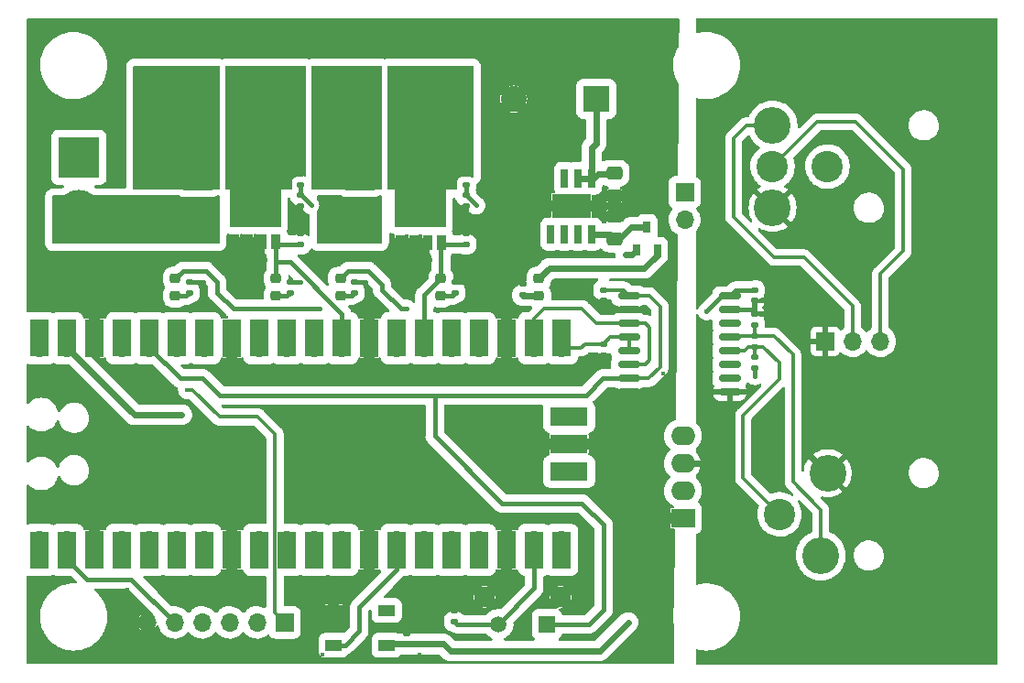
<source format=gbr>
%TF.GenerationSoftware,KiCad,Pcbnew,(6.0.0-0)*%
%TF.CreationDate,2022-10-24T17:27:12+01:00*%
%TF.ProjectId,PicoPyro,5069636f-5079-4726-9f2e-6b696361645f,rev?*%
%TF.SameCoordinates,Original*%
%TF.FileFunction,Copper,L1,Top*%
%TF.FilePolarity,Positive*%
%FSLAX46Y46*%
G04 Gerber Fmt 4.6, Leading zero omitted, Abs format (unit mm)*
G04 Created by KiCad (PCBNEW (6.0.0-0)) date 2022-10-24 17:27:12*
%MOMM*%
%LPD*%
G01*
G04 APERTURE LIST*
G04 Aperture macros list*
%AMRoundRect*
0 Rectangle with rounded corners*
0 $1 Rounding radius*
0 $2 $3 $4 $5 $6 $7 $8 $9 X,Y pos of 4 corners*
0 Add a 4 corners polygon primitive as box body*
4,1,4,$2,$3,$4,$5,$6,$7,$8,$9,$2,$3,0*
0 Add four circle primitives for the rounded corners*
1,1,$1+$1,$2,$3*
1,1,$1+$1,$4,$5*
1,1,$1+$1,$6,$7*
1,1,$1+$1,$8,$9*
0 Add four rect primitives between the rounded corners*
20,1,$1+$1,$2,$3,$4,$5,0*
20,1,$1+$1,$4,$5,$6,$7,0*
20,1,$1+$1,$6,$7,$8,$9,0*
20,1,$1+$1,$8,$9,$2,$3,0*%
G04 Aperture macros list end*
%TA.AperFunction,SMDPad,CuDef*%
%ADD10RoundRect,0.042000X-0.258000X0.833000X-0.258000X-0.833000X0.258000X-0.833000X0.258000X0.833000X0*%
%TD*%
%TA.AperFunction,SMDPad,CuDef*%
%ADD11R,3.630000X2.300000*%
%TD*%
%TA.AperFunction,ComponentPad*%
%ADD12R,1.500000X1.500000*%
%TD*%
%TA.AperFunction,ComponentPad*%
%ADD13C,1.500000*%
%TD*%
%TA.AperFunction,ComponentPad*%
%ADD14C,1.950000*%
%TD*%
%TA.AperFunction,SMDPad,CuDef*%
%ADD15R,0.650000X1.100000*%
%TD*%
%TA.AperFunction,SMDPad,CuDef*%
%ADD16R,0.850000X1.450000*%
%TD*%
%TA.AperFunction,SMDPad,CuDef*%
%ADD17R,0.850000X1.050000*%
%TD*%
%TA.AperFunction,SMDPad,CuDef*%
%ADD18R,4.700000X3.750000*%
%TD*%
%TA.AperFunction,ComponentPad*%
%ADD19R,2.400000X2.400000*%
%TD*%
%TA.AperFunction,ComponentPad*%
%ADD20C,2.400000*%
%TD*%
%TA.AperFunction,SMDPad,CuDef*%
%ADD21R,2.800000X2.150000*%
%TD*%
%TA.AperFunction,ComponentPad*%
%ADD22R,1.700000X1.700000*%
%TD*%
%TA.AperFunction,ComponentPad*%
%ADD23O,1.700000X1.700000*%
%TD*%
%TA.AperFunction,SMDPad,CuDef*%
%ADD24RoundRect,0.250000X0.475000X-0.337500X0.475000X0.337500X-0.475000X0.337500X-0.475000X-0.337500X0*%
%TD*%
%TA.AperFunction,SMDPad,CuDef*%
%ADD25R,3.500000X1.700000*%
%TD*%
%TA.AperFunction,SMDPad,CuDef*%
%ADD26R,1.700000X3.500000*%
%TD*%
%TA.AperFunction,ComponentPad*%
%ADD27C,4.000000*%
%TD*%
%TA.AperFunction,ComponentPad*%
%ADD28R,3.800000X3.800000*%
%TD*%
%TA.AperFunction,SMDPad,CuDef*%
%ADD29RoundRect,0.150000X-0.875000X-0.150000X0.875000X-0.150000X0.875000X0.150000X-0.875000X0.150000X0*%
%TD*%
%TA.AperFunction,SMDPad,CuDef*%
%ADD30RoundRect,0.135000X-0.185000X0.135000X-0.185000X-0.135000X0.185000X-0.135000X0.185000X0.135000X0*%
%TD*%
%TA.AperFunction,SMDPad,CuDef*%
%ADD31RoundRect,0.135000X0.185000X-0.135000X0.185000X0.135000X-0.185000X0.135000X-0.185000X-0.135000X0*%
%TD*%
%TA.AperFunction,ComponentPad*%
%ADD32R,2.250000X1.750000*%
%TD*%
%TA.AperFunction,ComponentPad*%
%ADD33O,2.250000X1.750000*%
%TD*%
%TA.AperFunction,ComponentPad*%
%ADD34C,3.400000*%
%TD*%
%TA.AperFunction,ComponentPad*%
%ADD35C,2.900000*%
%TD*%
%TA.AperFunction,SMDPad,CuDef*%
%ADD36RoundRect,0.218750X0.256250X-0.218750X0.256250X0.218750X-0.256250X0.218750X-0.256250X-0.218750X0*%
%TD*%
%TA.AperFunction,SMDPad,CuDef*%
%ADD37R,1.500000X1.000000*%
%TD*%
%TA.AperFunction,SMDPad,CuDef*%
%ADD38RoundRect,0.140000X0.170000X-0.140000X0.170000X0.140000X-0.170000X0.140000X-0.170000X-0.140000X0*%
%TD*%
%TA.AperFunction,SMDPad,CuDef*%
%ADD39RoundRect,0.140000X-0.170000X0.140000X-0.170000X-0.140000X0.170000X-0.140000X0.170000X0.140000X0*%
%TD*%
%TA.AperFunction,ViaPad*%
%ADD40C,0.400000*%
%TD*%
%TA.AperFunction,Conductor*%
%ADD41C,0.300000*%
%TD*%
%TA.AperFunction,Conductor*%
%ADD42C,0.400000*%
%TD*%
%TA.AperFunction,Conductor*%
%ADD43C,0.600000*%
%TD*%
G04 APERTURE END LIST*
D10*
%TO.P,U501,1,IN*%
%TO.N,Net-(C501-Pad2)*%
X178905000Y-73915000D03*
%TO.P,U501,2,EN*%
X177635000Y-73915000D03*
%TO.P,U501,3,RO/WDO*%
%TO.N,unconnected-(U501-Pad3)*%
X176365000Y-73915000D03*
%TO.P,U501,4,GND*%
%TO.N,GND*%
X175095000Y-73915000D03*
%TO.P,U501,5,RTH*%
%TO.N,unconnected-(U501-Pad5)*%
X175095000Y-79085000D03*
%TO.P,U501,6,WDI*%
%TO.N,unconnected-(U501-Pad6)*%
X176365000Y-79085000D03*
%TO.P,U501,7,NC*%
%TO.N,unconnected-(U501-Pad7)*%
X177635000Y-79085000D03*
%TO.P,U501,8,OUT*%
%TO.N,Net-(U501-Pad8)*%
X178905000Y-79085000D03*
D11*
%TO.P,U501,9,EXP*%
%TO.N,GND*%
X177000000Y-76500000D03*
%TD*%
D12*
%TO.P,S701,1,COM*%
%TO.N,+3V3*%
X174750000Y-115162500D03*
D13*
%TO.P,S701,2,NO*%
%TO.N,/BUTTON_MODE*%
X170250000Y-115162500D03*
D14*
%TO.P,S701,3,GND_1*%
%TO.N,GND*%
X176000000Y-112662500D03*
%TO.P,S701,4,GND_2*%
X169000000Y-112662500D03*
%TD*%
D15*
%TO.P,Q501,1*%
%TO.N,VBUS*%
X183040000Y-80550000D03*
%TO.P,Q501,2*%
%TO.N,+5V*%
X184960000Y-80550000D03*
%TO.P,Q501,3*%
%TO.N,Net-(U501-Pad8)*%
X184000000Y-78450000D03*
%TD*%
D16*
%TO.P,Q211,1,S_1*%
%TO.N,GND*%
X145895000Y-79837500D03*
%TO.P,Q211,2,S_2*%
X147165000Y-79837500D03*
%TO.P,Q211,3,S_3*%
X148435000Y-79837500D03*
%TO.P,Q211,4,G*%
%TO.N,/PYRO1_FIRE*%
X149705000Y-79837500D03*
D17*
%TO.P,Q211,5,D_1*%
%TO.N,Net-(J202-Pad1)*%
X149705000Y-74137500D03*
%TO.P,Q211,6,D_2*%
X148435000Y-74137500D03*
%TO.P,Q211,7,D_3*%
X147165000Y-74137500D03*
%TO.P,Q211,8,D_4*%
X145895000Y-74137500D03*
D18*
%TO.P,Q211,9,D_5*%
X147800000Y-76537500D03*
%TD*%
D16*
%TO.P,Q201,1,S_1*%
%TO.N,GND*%
X161155000Y-79850000D03*
%TO.P,Q201,2,S_2*%
X162425000Y-79850000D03*
%TO.P,Q201,3,S_3*%
X163695000Y-79850000D03*
%TO.P,Q201,4,G*%
%TO.N,/PYRO0_FIRE*%
X164965000Y-79850000D03*
D17*
%TO.P,Q201,5,D_1*%
%TO.N,Net-(J201-Pad1)*%
X164965000Y-74150000D03*
%TO.P,Q201,6,D_2*%
X163695000Y-74150000D03*
%TO.P,Q201,7,D_3*%
X162425000Y-74150000D03*
%TO.P,Q201,8,D_4*%
X161155000Y-74150000D03*
D18*
%TO.P,Q201,9,D_5*%
X163060000Y-76550000D03*
%TD*%
D19*
%TO.P,J501,1,1*%
%TO.N,Net-(C501-Pad2)*%
X179300000Y-66600000D03*
D20*
%TO.P,J501,2,2*%
%TO.N,GND*%
X171680000Y-66600000D03*
%TD*%
D19*
%TO.P,J202,1,1*%
%TO.N,Net-(J202-Pad1)*%
X148810000Y-66600000D03*
D20*
%TO.P,J202,2,2*%
%TO.N,Net-(J202-Pad2)*%
X141190000Y-66600000D03*
%TD*%
D19*
%TO.P,J201,1,1*%
%TO.N,Net-(J201-Pad1)*%
X164060000Y-66600000D03*
D20*
%TO.P,J201,2,2*%
%TO.N,Net-(J201-Pad2)*%
X156440000Y-66600000D03*
%TD*%
D21*
%TO.P,F211,1*%
%TO.N,Net-(J202-Pad2)*%
X142500000Y-74045000D03*
%TO.P,F211,2*%
%TO.N,/ARM*%
X142500000Y-78955000D03*
%TD*%
%TO.P,F201,1*%
%TO.N,Net-(J201-Pad2)*%
X157500000Y-74045000D03*
%TO.P,F201,2*%
%TO.N,/ARM*%
X157500000Y-78955000D03*
%TD*%
D22*
%TO.P,J503,1,Pin_1*%
%TO.N,VBUS*%
X187500000Y-75225000D03*
D23*
%TO.P,J503,2,Pin_2*%
%TO.N,+5V*%
X187500000Y-77765000D03*
%TD*%
D24*
%TO.P,C502,2*%
%TO.N,GND*%
X181000000Y-77462500D03*
%TO.P,C502,1*%
%TO.N,Net-(U501-Pad8)*%
X181000000Y-79537500D03*
%TD*%
%TO.P,C501,2*%
%TO.N,Net-(C501-Pad2)*%
X181000000Y-73462500D03*
%TO.P,C501,1*%
%TO.N,GND*%
X181000000Y-75537500D03*
%TD*%
D25*
%TO.P,U001,43,SWDIO*%
%TO.N,/DEBUG_DIO*%
X176800000Y-95960000D03*
D23*
X175900000Y-95960000D03*
D25*
%TO.P,U001,42,GND*%
%TO.N,GND*%
X176800000Y-98500000D03*
D22*
X175900000Y-98500000D03*
D23*
%TO.P,U001,41,SWCLK*%
%TO.N,/DEBUG_CLK*%
X175900000Y-101040000D03*
D25*
X176800000Y-101040000D03*
D26*
%TO.P,U001,40,VBUS*%
%TO.N,VBUS*%
X127870000Y-88710000D03*
D23*
X127870000Y-89610000D03*
%TO.P,U001,39,VSYS*%
%TO.N,+5V*%
X130410000Y-89610000D03*
D26*
X130410000Y-88710000D03*
D22*
%TO.P,U001,38,GND*%
%TO.N,GND*%
X132950000Y-89610000D03*
D26*
X132950000Y-88710000D03*
D23*
%TO.P,U001,37,3V3_EN*%
%TO.N,unconnected-(U001-Pad37)*%
X135490000Y-89610000D03*
D26*
X135490000Y-88710000D03*
%TO.P,U001,36,3V3*%
%TO.N,+3V3*%
X138030000Y-88710000D03*
D23*
X138030000Y-89610000D03*
%TO.P,U001,35,ADC_VREF*%
%TO.N,unconnected-(U001-Pad35)*%
X140570000Y-89610000D03*
D26*
X140570000Y-88710000D03*
D23*
%TO.P,U001,34,GPIO28_ADC2*%
%TO.N,unconnected-(U001-Pad34)*%
X143110000Y-89610000D03*
D26*
X143110000Y-88710000D03*
D22*
%TO.P,U001,33,AGND*%
%TO.N,GND*%
X145650000Y-89610000D03*
D26*
X145650000Y-88710000D03*
%TO.P,U001,32,GPIO27_ADC1*%
%TO.N,/PYRO1_MEASURE*%
X148190000Y-88710000D03*
D23*
X148190000Y-89610000D03*
D26*
%TO.P,U001,31,GPIO26_ADC0*%
%TO.N,/PYRO0_MEASURE*%
X150730000Y-88710000D03*
D23*
X150730000Y-89610000D03*
%TO.P,U001,30,RUN*%
%TO.N,unconnected-(U001-Pad30)*%
X153270000Y-89610000D03*
D26*
X153270000Y-88710000D03*
%TO.P,U001,29,GPIO22*%
%TO.N,/PYRO1_FIRE*%
X155810000Y-88710000D03*
D23*
X155810000Y-89610000D03*
D26*
%TO.P,U001,28,GND*%
%TO.N,GND*%
X158350000Y-88710000D03*
D22*
X158350000Y-89610000D03*
D26*
%TO.P,U001,27,GPIO21*%
%TO.N,/PYRO1_LED*%
X160890000Y-88710000D03*
D23*
X160890000Y-89610000D03*
%TO.P,U001,26,GPIO20*%
%TO.N,/PYRO0_FIRE*%
X163430000Y-89610000D03*
D26*
X163430000Y-88710000D03*
D23*
%TO.P,U001,25,GPIO19*%
%TO.N,/PYRO0_LED*%
X165970000Y-89610000D03*
D26*
X165970000Y-88710000D03*
%TO.P,U001,24,GPIO18*%
%TO.N,unconnected-(U001-Pad24)*%
X168510000Y-88710000D03*
D23*
X168510000Y-89610000D03*
D22*
%TO.P,U001,23,GND*%
%TO.N,GND*%
X171050000Y-89610000D03*
D26*
X171050000Y-88710000D03*
D23*
%TO.P,U001,22,GPIO17*%
%TO.N,/DMX_IO*%
X173590000Y-89610000D03*
D26*
X173590000Y-88710000D03*
D23*
%TO.P,U001,21,GPIO16*%
%TO.N,/DMX_RDM*%
X176130000Y-89610000D03*
D26*
X176130000Y-88710000D03*
D23*
%TO.P,U001,20,GPIO15*%
%TO.N,unconnected-(U001-Pad20)*%
X176130000Y-107390000D03*
D26*
X176130000Y-108290000D03*
%TO.P,U001,19,GPIO14*%
%TO.N,/BUTTON_MODE*%
X173590000Y-108290000D03*
D23*
X173590000Y-107390000D03*
D22*
%TO.P,U001,18,GND*%
%TO.N,GND*%
X171050000Y-107390000D03*
D26*
X171050000Y-108290000D03*
D23*
%TO.P,U001,17,GPIO13*%
%TO.N,unconnected-(U001-Pad17)*%
X168510000Y-107390000D03*
D26*
X168510000Y-108290000D03*
D23*
%TO.P,U001,16,GPIO12*%
%TO.N,unconnected-(U001-Pad16)*%
X165970000Y-107390000D03*
D26*
X165970000Y-108290000D03*
%TO.P,U001,15,GPIO11*%
%TO.N,unconnected-(U001-Pad15)*%
X163430000Y-108290000D03*
D23*
X163430000Y-107390000D03*
%TO.P,U001,14,GPIO10*%
%TO.N,/LED_STATUS*%
X160890000Y-107390000D03*
D26*
X160890000Y-108290000D03*
%TO.P,U001,13,GND*%
%TO.N,GND*%
X158350000Y-108290000D03*
D22*
X158350000Y-107390000D03*
D26*
%TO.P,U001,12,GPIO9*%
%TO.N,unconnected-(U001-Pad12)*%
X155810000Y-108290000D03*
D23*
X155810000Y-107390000D03*
%TO.P,U001,11,GPIO8*%
%TO.N,unconnected-(U001-Pad11)*%
X153270000Y-107390000D03*
D26*
X153270000Y-108290000D03*
%TO.P,U001,10,GPIO7*%
%TO.N,unconnected-(U001-Pad10)*%
X150730000Y-108290000D03*
D23*
X150730000Y-107390000D03*
%TO.P,U001,9,GPIO6*%
%TO.N,unconnected-(U001-Pad9)*%
X148190000Y-107390000D03*
D26*
X148190000Y-108290000D03*
%TO.P,U001,8,GND*%
%TO.N,GND*%
X145650000Y-108290000D03*
D22*
X145650000Y-107390000D03*
D23*
%TO.P,U001,7,GPIO5*%
%TO.N,unconnected-(U001-Pad7)*%
X143110000Y-107390000D03*
D26*
X143110000Y-108290000D03*
%TO.P,U001,6,GPIO4*%
%TO.N,unconnected-(U001-Pad6)*%
X140570000Y-108290000D03*
D23*
X140570000Y-107390000D03*
D26*
%TO.P,U001,5,GPIO3*%
%TO.N,unconnected-(U001-Pad5)*%
X138030000Y-108290000D03*
D23*
X138030000Y-107390000D03*
D26*
%TO.P,U001,4,GPIO2*%
%TO.N,unconnected-(U001-Pad4)*%
X135490000Y-108290000D03*
D23*
X135490000Y-107390000D03*
D22*
%TO.P,U001,3,GND*%
%TO.N,GND*%
X132950000Y-107390000D03*
D26*
X132950000Y-108290000D03*
%TO.P,U001,2,GPIO1*%
%TO.N,/UART0_RX*%
X130410000Y-108290000D03*
D23*
X130410000Y-107390000D03*
D26*
%TO.P,U001,1,GPIO0*%
%TO.N,/UART0_TX*%
X127870000Y-108290000D03*
D23*
X127870000Y-107390000D03*
%TD*%
D27*
%TO.P,J502,2,Pin_2*%
%TO.N,/ARM*%
X131500000Y-77000000D03*
D28*
%TO.P,J502,1,Pin_1*%
%TO.N,Net-(C501-Pad2)*%
X131500000Y-72000000D03*
%TD*%
D29*
%TO.P,U101,1,VDD1*%
%TO.N,+3V3*%
X182350000Y-84805000D03*
%TO.P,U101,2,GND1*%
%TO.N,GND*%
X182350000Y-86075000D03*
%TO.P,U101,3,RxD*%
%TO.N,/DMX_IO*%
X182350000Y-87345000D03*
%TO.P,U101,4,~{RE}*%
%TO.N,/DMX_RDM*%
X182350000Y-88615000D03*
%TO.P,U101,5,DE*%
X182350000Y-89885000D03*
%TO.P,U101,6,TxD*%
%TO.N,/DMX_IO*%
X182350000Y-91155000D03*
%TO.P,U101,7,PV*%
%TO.N,+3V3*%
X182350000Y-92425000D03*
%TO.P,U101,8,GND1*%
%TO.N,GND*%
X182350000Y-93695000D03*
%TO.P,U101,9,GND2*%
%TO.N,/GND_DMX*%
X191650000Y-93695000D03*
%TO.P,U101,10,NC*%
%TO.N,unconnected-(U101-Pad10)*%
X191650000Y-92425000D03*
%TO.P,U101,11,NC*%
%TO.N,unconnected-(U101-Pad11)*%
X191650000Y-91155000D03*
%TO.P,U101,12,A*%
%TO.N,Net-(J101-Pad3)*%
X191650000Y-89885000D03*
%TO.P,U101,13,B*%
%TO.N,Net-(J101-Pad2)*%
X191650000Y-88615000D03*
%TO.P,U101,14,NC*%
%TO.N,unconnected-(U101-Pad14)*%
X191650000Y-87345000D03*
%TO.P,U101,15,GND2*%
%TO.N,/GND_DMX*%
X191650000Y-86075000D03*
%TO.P,U101,16,VDD2*%
%TO.N,/5V_DMX*%
X191650000Y-84805000D03*
%TD*%
D30*
%TO.P,R701,2*%
%TO.N,/BUTTON_MODE*%
X166200000Y-114910000D03*
%TO.P,R701,1*%
%TO.N,GND*%
X166200000Y-113890000D03*
%TD*%
D31*
%TO.P,R601,2*%
%TO.N,GND*%
X172499999Y-83702501D03*
%TO.P,R601,1*%
%TO.N,Net-(D601-Pad1)*%
X172499999Y-84722501D03*
%TD*%
%TO.P,R411,2*%
%TO.N,GND*%
X141700000Y-83490000D03*
%TO.P,R411,1*%
%TO.N,Net-(D411-Pad1)*%
X141700000Y-84510000D03*
%TD*%
%TO.P,R401,2*%
%TO.N,GND*%
X156960000Y-83490000D03*
%TO.P,R401,1*%
%TO.N,Net-(D401-Pad1)*%
X156960000Y-84510000D03*
%TD*%
%TO.P,R214,1*%
%TO.N,GND*%
X152000000Y-76510000D03*
%TO.P,R214,2*%
%TO.N,/PYRO1_MEASURE*%
X152000000Y-75490000D03*
%TD*%
D30*
%TO.P,R213,1*%
%TO.N,Net-(J202-Pad1)*%
X152000000Y-73490000D03*
%TO.P,R213,2*%
%TO.N,/PYRO1_MEASURE*%
X152000000Y-74510000D03*
%TD*%
D31*
%TO.P,R212,1*%
%TO.N,Net-(D211-Pad1)*%
X151000000Y-84510000D03*
%TO.P,R212,2*%
%TO.N,GND*%
X151000000Y-83490000D03*
%TD*%
D30*
%TO.P,R211,1*%
%TO.N,GND*%
X152000000Y-78999999D03*
%TO.P,R211,2*%
%TO.N,/PYRO1_FIRE*%
X152000000Y-80019999D03*
%TD*%
D31*
%TO.P,R204,1*%
%TO.N,GND*%
X167260000Y-76510000D03*
%TO.P,R204,2*%
%TO.N,/PYRO0_MEASURE*%
X167260000Y-75490000D03*
%TD*%
D30*
%TO.P,R203,2*%
%TO.N,/PYRO0_MEASURE*%
X167260000Y-74510000D03*
%TO.P,R203,1*%
%TO.N,Net-(J201-Pad1)*%
X167260000Y-73490000D03*
%TD*%
D31*
%TO.P,R202,1*%
%TO.N,Net-(D201-Pad1)*%
X166260000Y-84510000D03*
%TO.P,R202,2*%
%TO.N,GND*%
X166260000Y-83490000D03*
%TD*%
D30*
%TO.P,R201,2*%
%TO.N,/PYRO0_FIRE*%
X167260000Y-80019999D03*
%TO.P,R201,1*%
%TO.N,GND*%
X167260000Y-78999999D03*
%TD*%
D31*
%TO.P,R104,1*%
%TO.N,Net-(J101-Pad2)*%
X194000000Y-87510000D03*
%TO.P,R104,2*%
%TO.N,/GND_DMX*%
X194000000Y-86490000D03*
%TD*%
%TO.P,R103,2*%
%TO.N,Net-(J101-Pad3)*%
X194000000Y-90490000D03*
%TO.P,R103,1*%
%TO.N,/5V_DMX*%
X194000000Y-91510000D03*
%TD*%
%TO.P,R102,2*%
%TO.N,Net-(J101-Pad2)*%
X194000000Y-88490000D03*
%TO.P,R102,1*%
%TO.N,Net-(J101-Pad3)*%
X194000000Y-89510000D03*
%TD*%
D30*
%TO.P,R101,2*%
%TO.N,GND*%
X180000000Y-90260000D03*
%TO.P,R101,1*%
%TO.N,/DMX_RDM*%
X180000000Y-89240000D03*
%TD*%
D32*
%TO.P,PS101,1,-Vin*%
%TO.N,GND*%
X187342500Y-105357500D03*
D33*
%TO.P,PS101,2,+Vin*%
%TO.N,+5V*%
X187342500Y-102817500D03*
%TO.P,PS101,3,-Vout*%
%TO.N,/GND_DMX*%
X187342500Y-100277500D03*
%TO.P,PS101,4,+Vout*%
%TO.N,/5V_DMX*%
X187342500Y-97737500D03*
%TD*%
D22*
%TO.P,J103,1,Pin_1*%
%TO.N,/GND_DMX*%
X200475000Y-89000000D03*
D23*
%TO.P,J103,2,Pin_2*%
%TO.N,Net-(J101-Pad2)*%
X203015000Y-89000000D03*
%TO.P,J103,3,Pin_3*%
%TO.N,Net-(J101-Pad3)*%
X205555000Y-89000000D03*
%TD*%
D34*
%TO.P,J102,2*%
%TO.N,Net-(J101-Pad2)*%
X195610000Y-69040000D03*
%TO.P,J102,1*%
%TO.N,/GND_DMX*%
X195610000Y-76660000D03*
D35*
%TO.P,J102,3*%
%TO.N,Net-(J101-Pad3)*%
X195610000Y-72850000D03*
%TO.P,J102,G*%
%TO.N,N/C*%
X200690000Y-72850000D03*
%TD*%
%TO.P,J101,3*%
%TO.N,Net-(J101-Pad3)*%
X196250000Y-105000000D03*
D34*
%TO.P,J101,2*%
%TO.N,Net-(J101-Pad2)*%
X200065000Y-108810000D03*
%TO.P,J101,1*%
%TO.N,/GND_DMX*%
X200700000Y-101190000D03*
%TD*%
D23*
%TO.P,J001,6,Pin_6*%
%TO.N,GND*%
X137800000Y-115000000D03*
%TO.P,J001,5,Pin_5*%
%TO.N,/UART0_RX*%
X140340000Y-115000000D03*
%TO.P,J001,4,Pin_4*%
%TO.N,/UART0_TX*%
X142880000Y-115000000D03*
%TO.P,J001,3,Pin_3*%
%TO.N,/DEBUG_DIO*%
X145420000Y-115000000D03*
%TO.P,J001,2,Pin_2*%
%TO.N,/DEBUG_CLK*%
X147960000Y-115000000D03*
D22*
%TO.P,J001,1,Pin_1*%
%TO.N,VBUS*%
X150500000Y-115000000D03*
%TD*%
D36*
%TO.P,D601,1,K*%
%TO.N,Net-(D601-Pad1)*%
X174000000Y-84787500D03*
%TO.P,D601,2,A*%
%TO.N,+5V*%
X174000000Y-83212500D03*
%TD*%
%TO.P,D411,1,K*%
%TO.N,Net-(D411-Pad1)*%
X140400000Y-84787500D03*
%TO.P,D411,2,A*%
%TO.N,/PYRO1_LED*%
X140400000Y-83212500D03*
%TD*%
%TO.P,D401,1,K*%
%TO.N,Net-(D401-Pad1)*%
X155660000Y-84787500D03*
%TO.P,D401,2,A*%
%TO.N,/PYRO0_LED*%
X155660000Y-83212500D03*
%TD*%
D37*
%TO.P,D301,1,VDD*%
%TO.N,+5V*%
X159950000Y-117100000D03*
%TO.P,D301,2,DOUT*%
%TO.N,unconnected-(D301-Pad2)*%
X159950000Y-113900000D03*
%TO.P,D301,4,DIN*%
%TO.N,/LED_STATUS*%
X155050000Y-117100000D03*
%TO.P,D301,3,VSS*%
%TO.N,GND*%
X155050000Y-113900000D03*
%TD*%
D36*
%TO.P,D211,1,K*%
%TO.N,Net-(D211-Pad1)*%
X149700000Y-84787500D03*
%TO.P,D211,2,A*%
%TO.N,/PYRO1_FIRE*%
X149700000Y-83212500D03*
%TD*%
%TO.P,D201,2,A*%
%TO.N,/PYRO0_FIRE*%
X164960000Y-83212500D03*
%TO.P,D201,1,K*%
%TO.N,Net-(D201-Pad1)*%
X164960000Y-84787500D03*
%TD*%
D38*
%TO.P,C301,2*%
%TO.N,GND*%
X161750000Y-116040000D03*
%TO.P,C301,1*%
%TO.N,+5V*%
X161750000Y-117000000D03*
%TD*%
D39*
%TO.P,C102,1*%
%TO.N,/5V_DMX*%
X194000000Y-84270000D03*
%TO.P,C102,2*%
%TO.N,/GND_DMX*%
X194000000Y-85230000D03*
%TD*%
%TO.P,C101,1*%
%TO.N,+3V3*%
X180000000Y-84270000D03*
%TO.P,C101,2*%
%TO.N,GND*%
X180000000Y-85230000D03*
%TD*%
D40*
%TO.N,/ARM*%
X142500000Y-77000000D03*
%TO.N,GND*%
X159000000Y-81000000D03*
X156500000Y-81000000D03*
X154000000Y-82000000D03*
X170500000Y-85500000D03*
X173000000Y-80000000D03*
X173000000Y-77000000D03*
X183500000Y-75000000D03*
%TO.N,/GND_DMX*%
X195000000Y-96000000D03*
X195500000Y-101500000D03*
%TO.N,GND*%
X145000000Y-111500000D03*
X143000000Y-112000000D03*
X153500000Y-115500000D03*
X159000000Y-115500000D03*
X167500000Y-116500000D03*
X166500000Y-112500000D03*
X164500000Y-114500000D03*
X164000000Y-112000000D03*
X182000000Y-107000000D03*
X182000000Y-98500000D03*
X182000000Y-95500000D03*
X182000000Y-102500000D03*
X180500000Y-97500000D03*
X184000000Y-61000000D03*
X178000000Y-61000000D03*
X166000000Y-61000000D03*
X163000000Y-61000000D03*
X175000000Y-61000000D03*
X160000000Y-61000000D03*
X181000000Y-61000000D03*
X172000000Y-61000000D03*
X169000000Y-61000000D03*
X154000000Y-61000000D03*
X139000000Y-61000000D03*
X142000000Y-61000000D03*
X148000000Y-61000000D03*
X151000000Y-61000000D03*
X145000000Y-61000000D03*
X157000000Y-61000000D03*
X136000000Y-61000000D03*
X128000000Y-69500000D03*
X128000000Y-75500000D03*
X128000000Y-81500000D03*
X128000000Y-72500000D03*
X128000000Y-78500000D03*
%TO.N,VBUS*%
X141500000Y-93500000D03*
X182000000Y-81000000D03*
%TO.N,GND*%
X179000000Y-85000000D03*
X178000000Y-84000000D03*
X176500000Y-84500000D03*
X175500000Y-83500000D03*
%TO.N,+5V*%
X184500000Y-81500000D03*
X183750000Y-82250000D03*
%TO.N,GND*%
X152000000Y-77390000D03*
%TO.N,/GND_DMX*%
X196000000Y-111500000D03*
X193000000Y-82000000D03*
X203500000Y-83000000D03*
X197500000Y-87500000D03*
X199500000Y-85500000D03*
X197000000Y-84500000D03*
X203000000Y-93500000D03*
X203000000Y-98000000D03*
X201000000Y-97000000D03*
X205000000Y-74500000D03*
X205000000Y-79000000D03*
X199500000Y-79500000D03*
X203000000Y-80500000D03*
X200500000Y-77500000D03*
X210500000Y-64000000D03*
X205500000Y-66500000D03*
X204500000Y-63000000D03*
X198500000Y-63000000D03*
X200000000Y-66500000D03*
X211000000Y-77000000D03*
X212500000Y-72500000D03*
X210000000Y-82000000D03*
X211500000Y-98000000D03*
X208000000Y-97000000D03*
X205500000Y-114500000D03*
X212500000Y-107500000D03*
X211500000Y-87500000D03*
X208000000Y-87000000D03*
X213000000Y-82500000D03*
X211500000Y-93000000D03*
X208000000Y-106500000D03*
X209500000Y-112000000D03*
X201500000Y-113000000D03*
%TO.N,GND*%
X133500000Y-103500000D03*
X181500000Y-112000000D03*
X180500000Y-100000000D03*
X171000000Y-100500000D03*
X171000000Y-97500000D03*
X168000000Y-98500000D03*
X157000000Y-98000000D03*
X154500000Y-103500000D03*
X158000000Y-103500000D03*
X153000000Y-98500000D03*
X151000000Y-102000000D03*
X168000000Y-104500000D03*
X159000000Y-99500000D03*
X144000000Y-101500000D03*
X146500000Y-100000000D03*
X148500000Y-104000000D03*
X163000000Y-102000000D03*
X140500000Y-101000000D03*
X141500000Y-99000000D03*
X138000000Y-103000000D03*
X137500000Y-99500000D03*
%TO.N,/ARM*%
X135000000Y-79000000D03*
X135000000Y-76000000D03*
X136000000Y-77500000D03*
%TO.N,GND*%
X168500000Y-85000000D03*
X170000000Y-83000000D03*
X170000000Y-80000000D03*
X170000000Y-77000000D03*
X173000000Y-74000000D03*
X170000000Y-74000000D03*
X137000000Y-84500000D03*
X134000000Y-84500000D03*
X131000000Y-84500000D03*
X128000000Y-84500000D03*
X128000000Y-92000000D03*
X128000000Y-98500000D03*
X128000000Y-105000000D03*
%TO.N,/GND_DMX*%
X190500000Y-97000000D03*
X190500000Y-100000000D03*
X190500000Y-103000000D03*
X190500000Y-106000000D03*
X190500000Y-109000000D03*
X192000000Y-111000000D03*
X194000000Y-114000000D03*
X193000000Y-118000000D03*
X195500000Y-117000000D03*
X210500000Y-117000000D03*
X198500000Y-117000000D03*
X207500000Y-117000000D03*
X201500000Y-117000000D03*
X204500000Y-117000000D03*
X213500000Y-117000000D03*
X192500000Y-67000000D03*
X194000000Y-65000000D03*
X194500000Y-62500000D03*
X195500000Y-61000000D03*
X198500000Y-61000000D03*
X201500000Y-61000000D03*
X204500000Y-61000000D03*
X207500000Y-61000000D03*
X210500000Y-61000000D03*
X213500000Y-61000000D03*
X214500000Y-116000000D03*
X214500000Y-98000000D03*
X214500000Y-107000000D03*
X214500000Y-104000000D03*
X214500000Y-101000000D03*
X214500000Y-113000000D03*
X214500000Y-110000000D03*
X214500000Y-89000000D03*
X214500000Y-92000000D03*
X214500000Y-95000000D03*
X214500000Y-68000000D03*
X214500000Y-65000000D03*
X214500000Y-62000000D03*
X214500000Y-74000000D03*
X214500000Y-83000000D03*
X214500000Y-86000000D03*
X214500000Y-80000000D03*
X214500000Y-71000000D03*
X214500000Y-77000000D03*
X190000000Y-83000000D03*
X190000000Y-80000000D03*
X190000000Y-77000000D03*
X190000000Y-74000000D03*
X190000000Y-71000000D03*
X190000000Y-68000000D03*
%TO.N,GND*%
X185500000Y-65000000D03*
X185500000Y-62000000D03*
X182500000Y-118000000D03*
X185500000Y-71000000D03*
X185500000Y-68000000D03*
X185500000Y-74000000D03*
X185500000Y-83000000D03*
X185500000Y-92000000D03*
X185500000Y-95000000D03*
X185500000Y-106000000D03*
X185500000Y-109000000D03*
X185500000Y-112000000D03*
X185500000Y-115000000D03*
%TO.N,/GND_DMX*%
X189500000Y-118000000D03*
%TO.N,GND*%
X185500000Y-118000000D03*
X136000000Y-112000000D03*
X136000000Y-115000000D03*
X163000000Y-118000000D03*
X157000000Y-118000000D03*
X154000000Y-118000000D03*
X148000000Y-84500000D03*
X146500000Y-84500000D03*
X151000000Y-118000000D03*
X148000000Y-118000000D03*
X145000000Y-118000000D03*
X142000000Y-118000000D03*
X139000000Y-118000000D03*
X136000000Y-118000000D03*
%TO.N,+5V*%
X141000000Y-95800000D03*
X139400000Y-95800000D03*
X182250000Y-115000000D03*
X181250000Y-116000000D03*
%TO.N,/5V_DMX*%
X194000000Y-92250000D03*
X189500000Y-86250000D03*
%TO.N,/ARM*%
X154500000Y-77500000D03*
X155000000Y-79000000D03*
X159000000Y-76000000D03*
X156500000Y-77500000D03*
X157000000Y-76000000D03*
X158500000Y-77500000D03*
X155000000Y-76000000D03*
X139000000Y-79000000D03*
X137000000Y-79000000D03*
X137000000Y-76000000D03*
X139000000Y-76000000D03*
X138500000Y-77500000D03*
X141000000Y-76000000D03*
X140500000Y-77500000D03*
X143000000Y-76000000D03*
%TO.N,/PYRO0_LED*%
X161750000Y-86000000D03*
%TO.N,/PYRO1_LED*%
X153750000Y-86000000D03*
%TO.N,GND*%
X145250000Y-83500000D03*
X144750000Y-82500000D03*
X146500000Y-82500000D03*
X145250000Y-81500000D03*
X147000000Y-83500000D03*
X147000000Y-81500000D03*
X148000000Y-82500000D03*
X148750000Y-81500000D03*
X163500000Y-82500000D03*
X160000000Y-82500000D03*
X162250000Y-83500000D03*
X160500000Y-83500000D03*
X161750000Y-82500000D03*
X160500000Y-81500000D03*
X162250000Y-81500000D03*
X164000000Y-81500000D03*
X167490000Y-83490000D03*
X157990000Y-83490000D03*
X142990000Y-83490000D03*
X151990000Y-83490000D03*
%TO.N,/PYRO0_MEASURE*%
X168200000Y-76434075D03*
%TO.N,/PYRO1_MEASURE*%
X153000000Y-76434075D03*
%TO.N,GND*%
X167260000Y-78190000D03*
X152000000Y-78190000D03*
X167260000Y-77390000D03*
%TD*%
D41*
%TO.N,VBUS*%
X144500000Y-96000000D02*
X142000000Y-93500000D01*
X142000000Y-93500000D02*
X141500000Y-93500000D01*
X149603489Y-97603489D02*
X148000000Y-96000000D01*
X149603489Y-114103489D02*
X149603489Y-97603489D01*
X148000000Y-96000000D02*
X144500000Y-96000000D01*
D42*
%TO.N,+3V3*%
X138030000Y-89610000D02*
X140845000Y-92425000D01*
X140845000Y-92425000D02*
X142925000Y-92425000D01*
X142925000Y-92425000D02*
X144500000Y-94000000D01*
X144500000Y-94000000D02*
X164500000Y-94000000D01*
X164500000Y-94000000D02*
X178350000Y-94000000D01*
X164375000Y-97775000D02*
X164375000Y-94125000D01*
X164375000Y-94125000D02*
X164500000Y-94000000D01*
X182350000Y-92425000D02*
X179925000Y-92425000D01*
X178350000Y-94000000D02*
X179925000Y-92425000D01*
D43*
%TO.N,VBUS*%
X182000000Y-81000000D02*
X182590000Y-81000000D01*
X182590000Y-81000000D02*
X183040000Y-80550000D01*
%TO.N,+5V*%
X183750000Y-82250000D02*
X174962500Y-82250000D01*
X174962500Y-82250000D02*
X174000000Y-83212500D01*
D41*
%TO.N,VBUS*%
X150500000Y-115000000D02*
X149603489Y-114103489D01*
%TO.N,+3V3*%
X182350000Y-84805000D02*
X181815000Y-84270000D01*
D43*
%TO.N,+5V*%
X184500000Y-81500000D02*
X183750000Y-82250000D01*
X184960000Y-80550000D02*
X184960000Y-81040000D01*
X184960000Y-81040000D02*
X184500000Y-81500000D01*
%TO.N,Net-(U501-Pad8)*%
X181000000Y-79537500D02*
X181462500Y-79537500D01*
X181462500Y-79537500D02*
X182550000Y-78450000D01*
X182550000Y-78450000D02*
X184000000Y-78450000D01*
X178905000Y-79085000D02*
X180547500Y-79085000D01*
X180547500Y-79085000D02*
X181000000Y-79537500D01*
%TO.N,Net-(D601-Pad1)*%
X174000000Y-84787500D02*
X172564998Y-84787500D01*
X172564998Y-84787500D02*
X172499999Y-84722501D01*
D41*
%TO.N,/DMX_IO*%
X173590000Y-86910000D02*
X174500000Y-86000000D01*
X174500000Y-86000000D02*
X178000000Y-86000000D01*
X178000000Y-86000000D02*
X179345000Y-87345000D01*
D43*
%TO.N,Net-(C501-Pad2)*%
X179500000Y-73500000D02*
X180962500Y-73500000D01*
X180962500Y-73500000D02*
X181000000Y-73462500D01*
X178905000Y-73915000D02*
X179085000Y-73915000D01*
X179085000Y-73915000D02*
X179500000Y-73500000D01*
X178905000Y-73915000D02*
X177635000Y-73915000D01*
%TO.N,+5V*%
X179625000Y-117625000D02*
X182250000Y-115000000D01*
X179625000Y-117625000D02*
X165825000Y-117625000D01*
X165825000Y-117625000D02*
X165200000Y-117000000D01*
X161750000Y-117000000D02*
X165200000Y-117000000D01*
D42*
%TO.N,+3V3*%
X174750000Y-115162500D02*
X178637500Y-115162500D01*
X178637500Y-115162500D02*
X180000000Y-113800000D01*
%TO.N,/BUTTON_MODE*%
X170250000Y-115162500D02*
X166452500Y-115162500D01*
X166452500Y-115162500D02*
X166200000Y-114910000D01*
X173590000Y-107390000D02*
X173590000Y-111822500D01*
X173590000Y-111822500D02*
X170250000Y-115162500D01*
%TO.N,Net-(D201-Pad1)*%
X164960000Y-84787500D02*
X165982500Y-84787500D01*
X165982500Y-84787500D02*
X166260000Y-84510000D01*
D41*
%TO.N,Net-(J101-Pad3)*%
X205555000Y-89000000D02*
X205555000Y-82795000D01*
X205555000Y-82795000D02*
X207700000Y-80650000D01*
X207700000Y-80650000D02*
X207700000Y-73100000D01*
X203300000Y-68700000D02*
X199760000Y-68700000D01*
X207700000Y-73100000D02*
X203300000Y-68700000D01*
X199760000Y-68700000D02*
X195610000Y-72850000D01*
X194000000Y-89510000D02*
X194750000Y-89510000D01*
X196250000Y-92500000D02*
X192900000Y-95850000D01*
X194750000Y-89510000D02*
X196250000Y-91010000D01*
X192900000Y-95850000D02*
X192900000Y-101650000D01*
X196250000Y-91010000D02*
X196250000Y-92500000D01*
X192900000Y-101650000D02*
X196250000Y-105000000D01*
X191650000Y-89885000D02*
X193015000Y-89885000D01*
X193015000Y-89885000D02*
X193390000Y-89510000D01*
X193390000Y-89510000D02*
X194000000Y-89510000D01*
D43*
%TO.N,/GND_DMX*%
X187342500Y-100277500D02*
X189477500Y-100277500D01*
D42*
%TO.N,/LED_STATUS*%
X155050000Y-117100000D02*
X156100000Y-117100000D01*
X156100000Y-117100000D02*
X157400000Y-115800000D01*
X157400000Y-115800000D02*
X157400000Y-113600000D01*
X157400000Y-113600000D02*
X160890000Y-110110000D01*
X160890000Y-110110000D02*
X160890000Y-107390000D01*
D43*
%TO.N,Net-(C501-Pad2)*%
X178905000Y-71095000D02*
X179300000Y-70700000D01*
X179300000Y-70700000D02*
X179300000Y-66600000D01*
X178905000Y-73915000D02*
X178905000Y-71095000D01*
D42*
%TO.N,+3V3*%
X178000000Y-104000000D02*
X180000000Y-106000000D01*
X164375000Y-97775000D02*
X170600000Y-104000000D01*
X170600000Y-104000000D02*
X178000000Y-104000000D01*
X180000000Y-106000000D02*
X180000000Y-113800000D01*
D43*
%TO.N,+5V*%
X130410000Y-89610000D02*
X136600000Y-95800000D01*
X136600000Y-95800000D02*
X141000000Y-95800000D01*
D41*
%TO.N,+3V3*%
X185200000Y-91400000D02*
X184175000Y-92425000D01*
X184175000Y-92425000D02*
X182350000Y-92425000D01*
X182350000Y-84805000D02*
X184205000Y-84805000D01*
X184205000Y-84805000D02*
X185200000Y-85800000D01*
X185200000Y-85800000D02*
X185200000Y-91400000D01*
D43*
%TO.N,+5V*%
X161750000Y-117000000D02*
X160050000Y-117000000D01*
X160050000Y-117000000D02*
X159950000Y-117100000D01*
%TO.N,GND*%
X187342500Y-105357500D02*
X184142500Y-105357500D01*
D41*
%TO.N,/DMX_RDM*%
X182350000Y-88615000D02*
X180625000Y-88615000D01*
X180625000Y-88615000D02*
X180000000Y-89240000D01*
X180000000Y-89240000D02*
X178260000Y-89240000D01*
X178260000Y-89240000D02*
X177890000Y-89610000D01*
X177890000Y-89610000D02*
X176130000Y-89610000D01*
%TO.N,/DMX_IO*%
X173590000Y-89610000D02*
X173590000Y-86910000D01*
X179345000Y-87345000D02*
X182350000Y-87345000D01*
X184250000Y-87750000D02*
X184250000Y-90750000D01*
X182350000Y-91155000D02*
X183845000Y-91155000D01*
X183845000Y-91155000D02*
X184250000Y-90750000D01*
X182350000Y-87345000D02*
X183845000Y-87345000D01*
X183845000Y-87345000D02*
X184250000Y-87750000D01*
%TO.N,+3V3*%
X181815000Y-84270000D02*
X180000000Y-84270000D01*
D42*
%TO.N,/5V_DMX*%
X191650000Y-84805000D02*
X192185000Y-84270000D01*
X192185000Y-84270000D02*
X194000000Y-84270000D01*
%TO.N,/GND_DMX*%
X191650000Y-86075000D02*
X193585000Y-86075000D01*
X193585000Y-86075000D02*
X194000000Y-86490000D01*
%TO.N,/5V_DMX*%
X194000000Y-91510000D02*
X194000000Y-92250000D01*
D41*
%TO.N,Net-(J101-Pad2)*%
X197500000Y-90250000D02*
X197500000Y-91240000D01*
X194000000Y-88490000D02*
X195740000Y-88490000D01*
X195740000Y-88490000D02*
X197500000Y-90250000D01*
%TO.N,Net-(J101-Pad3)*%
X194000000Y-89510000D02*
X194000000Y-90490000D01*
%TO.N,Net-(J101-Pad2)*%
X194000000Y-88490000D02*
X194000000Y-87510000D01*
X194000000Y-88490000D02*
X191775000Y-88490000D01*
X191775000Y-88490000D02*
X191650000Y-88615000D01*
D42*
%TO.N,/5V_DMX*%
X189500000Y-86250000D02*
X190945000Y-84805000D01*
X190945000Y-84805000D02*
X191650000Y-84805000D01*
D41*
%TO.N,Net-(J101-Pad2)*%
X198500000Y-81250000D02*
X202750000Y-85500000D01*
X203015000Y-89000000D02*
X203015000Y-85765000D01*
X203015000Y-85765000D02*
X202750000Y-85500000D01*
X195750000Y-81250000D02*
X198500000Y-81250000D01*
X192000000Y-70250000D02*
X192000000Y-77500000D01*
X192000000Y-77500000D02*
X195750000Y-81250000D01*
X195610000Y-69040000D02*
X193210000Y-69040000D01*
X193210000Y-69040000D02*
X192000000Y-70250000D01*
%TO.N,/DMX_RDM*%
X182350000Y-88615000D02*
X182350000Y-89885000D01*
%TO.N,Net-(J101-Pad2)*%
X197500000Y-102000000D02*
X199750000Y-104250000D01*
X200065000Y-108810000D02*
X200065000Y-104565000D01*
X200065000Y-104565000D02*
X199750000Y-104250000D01*
X197500000Y-91240000D02*
X197500000Y-102000000D01*
D42*
%TO.N,/UART0_RX*%
X140340000Y-115000000D02*
X136340000Y-111000000D01*
X136340000Y-111000000D02*
X132260978Y-111000000D01*
X132260978Y-111000000D02*
X130410000Y-109149022D01*
X130410000Y-109149022D02*
X130410000Y-107390000D01*
%TO.N,/PYRO0_LED*%
X159500000Y-84250000D02*
X161250000Y-86000000D01*
X161250000Y-86000000D02*
X161750000Y-86000000D01*
X158250000Y-82500000D02*
X159500000Y-83750000D01*
X159500000Y-83750000D02*
X159500000Y-84250000D01*
X155660000Y-83212500D02*
X156372500Y-82500000D01*
X156372500Y-82500000D02*
X158250000Y-82500000D01*
%TO.N,/PYRO1_LED*%
X140400000Y-83212500D02*
X141112500Y-82500000D01*
X141112500Y-82500000D02*
X143250000Y-82500000D01*
X143250000Y-82500000D02*
X144250000Y-83500000D01*
X144250000Y-83500000D02*
X144250000Y-84500000D01*
X144250000Y-84500000D02*
X145750000Y-86000000D01*
X145750000Y-86000000D02*
X153750000Y-86000000D01*
%TO.N,/PYRO1_FIRE*%
X149700000Y-81700000D02*
X151047849Y-81700000D01*
X155810000Y-86462151D02*
X155810000Y-89610000D01*
X151047849Y-81700000D02*
X155810000Y-86462151D01*
%TO.N,/PYRO0_FIRE*%
X164960000Y-83212500D02*
X163430000Y-84742500D01*
X163430000Y-84742500D02*
X163430000Y-89610000D01*
%TO.N,/PYRO1_FIRE*%
X149700000Y-83212500D02*
X149700000Y-81700000D01*
X149700000Y-81700000D02*
X149700000Y-79842500D01*
X149700000Y-79842500D02*
X149705000Y-79837500D01*
X149887499Y-80019999D02*
X149705000Y-79837500D01*
X152000000Y-80019999D02*
X149887499Y-80019999D01*
%TO.N,/PYRO0_FIRE*%
X164960000Y-83212500D02*
X164960000Y-79855000D01*
X164960000Y-79855000D02*
X164965000Y-79850000D01*
%TO.N,GND*%
X141700000Y-83490000D02*
X142990000Y-83490000D01*
X166260000Y-83490000D02*
X167490000Y-83490000D01*
X156960000Y-83490000D02*
X157990000Y-83490000D01*
X151000000Y-83490000D02*
X151990000Y-83490000D01*
%TO.N,/PYRO0_MEASURE*%
X167255925Y-75490000D02*
X168200000Y-76434075D01*
%TO.N,/PYRO1_MEASURE*%
X152055925Y-75490000D02*
X153000000Y-76434075D01*
X152000000Y-75490000D02*
X152055925Y-75490000D01*
%TO.N,Net-(D401-Pad1)*%
X155660000Y-84787500D02*
X156682500Y-84787500D01*
X156682500Y-84787500D02*
X156960000Y-84510000D01*
%TO.N,Net-(D211-Pad1)*%
X149700000Y-84787500D02*
X150722500Y-84787500D01*
X150722500Y-84787500D02*
X151000000Y-84510000D01*
%TO.N,Net-(D411-Pad1)*%
X140400000Y-84787500D02*
X141422500Y-84787500D01*
X141422500Y-84787500D02*
X141700000Y-84510000D01*
%TO.N,/PYRO0_FIRE*%
X167260000Y-80019999D02*
X165134999Y-80019999D01*
X165134999Y-80019999D02*
X164965000Y-79850000D01*
%TO.N,GND*%
X167260000Y-78999999D02*
X167260000Y-78190000D01*
X152000000Y-78999999D02*
X152000000Y-78190000D01*
X167260000Y-76510000D02*
X167260000Y-77390000D01*
X152000000Y-76510000D02*
X152000000Y-77390000D01*
%TO.N,/PYRO0_MEASURE*%
X167260000Y-74510000D02*
X167260000Y-75490000D01*
%TO.N,/PYRO1_MEASURE*%
X152000000Y-74510000D02*
X152000000Y-75490000D01*
%TO.N,Net-(J201-Pad1)*%
X164965000Y-74150000D02*
X165625000Y-73490000D01*
X165625000Y-73490000D02*
X167260000Y-73490000D01*
%TO.N,Net-(J202-Pad1)*%
X149705000Y-74137500D02*
X150352500Y-73490000D01*
X150352500Y-73490000D02*
X152000000Y-73490000D01*
%TD*%
%TA.AperFunction,Conductor*%
%TO.N,GND*%
G36*
X186931827Y-59170002D02*
G01*
X186978320Y-59223658D01*
X186989702Y-59277016D01*
X186970416Y-61668336D01*
X186947948Y-61739139D01*
X186917482Y-61783057D01*
X186852071Y-61877347D01*
X186685402Y-62187532D01*
X186554919Y-62514590D01*
X186462299Y-62854317D01*
X186456004Y-62895216D01*
X186417097Y-63148000D01*
X186408732Y-63202345D01*
X186408592Y-63205909D01*
X186397645Y-63484548D01*
X186394908Y-63554200D01*
X186421004Y-63905358D01*
X186486684Y-64251304D01*
X186591104Y-64587592D01*
X186592545Y-64590867D01*
X186664413Y-64754199D01*
X186732921Y-64909897D01*
X186910313Y-65214076D01*
X186912446Y-65216933D01*
X186912455Y-65216946D01*
X186916106Y-65221835D01*
X186940837Y-65288385D01*
X186941143Y-65298238D01*
X186915722Y-68450500D01*
X186878395Y-73079129D01*
X186874198Y-73599516D01*
X186853647Y-73667473D01*
X186799618Y-73713532D01*
X186748202Y-73724500D01*
X186584306Y-73724500D01*
X186581860Y-73724692D01*
X186581847Y-73724693D01*
X186560584Y-73726367D01*
X186547431Y-73727402D01*
X186541245Y-73729199D01*
X186541246Y-73729199D01*
X186397215Y-73771044D01*
X186397214Y-73771045D01*
X186389602Y-73773256D01*
X186248135Y-73856919D01*
X186131919Y-73973135D01*
X186127885Y-73979956D01*
X186118839Y-73995253D01*
X186048256Y-74114602D01*
X186046045Y-74122214D01*
X186046044Y-74122215D01*
X186039541Y-74144600D01*
X186002402Y-74272431D01*
X186001897Y-74278850D01*
X185999693Y-74306847D01*
X185999692Y-74306860D01*
X185999500Y-74309306D01*
X185999500Y-76140694D01*
X185999692Y-76143140D01*
X185999693Y-76143153D01*
X186000770Y-76156832D01*
X186002402Y-76177569D01*
X186004199Y-76183754D01*
X186025268Y-76256272D01*
X186048256Y-76335398D01*
X186052291Y-76342220D01*
X186052291Y-76342221D01*
X186093947Y-76412657D01*
X186131919Y-76476865D01*
X186248135Y-76593081D01*
X186254955Y-76597114D01*
X186254961Y-76597119D01*
X186301008Y-76624351D01*
X186349461Y-76676243D01*
X186362166Y-76746094D01*
X186334792Y-76812096D01*
X186333473Y-76813725D01*
X186329896Y-76817468D01*
X186326978Y-76821745D01*
X186326976Y-76821748D01*
X186234014Y-76958025D01*
X186190851Y-77021300D01*
X186167391Y-77071841D01*
X186089975Y-77238620D01*
X186086965Y-77245104D01*
X186021026Y-77482871D01*
X185994806Y-77728214D01*
X185995103Y-77733366D01*
X185995103Y-77733370D01*
X186001066Y-77836777D01*
X186009010Y-77974545D01*
X186010147Y-77979591D01*
X186010148Y-77979597D01*
X186025153Y-78046179D01*
X186063255Y-78215249D01*
X186156084Y-78443861D01*
X186158789Y-78448276D01*
X186158790Y-78448277D01*
X186186290Y-78493153D01*
X186285006Y-78654241D01*
X186446557Y-78840741D01*
X186450532Y-78844041D01*
X186450535Y-78844044D01*
X186627333Y-78990824D01*
X186636399Y-78998351D01*
X186640854Y-79000954D01*
X186640865Y-79000962D01*
X186766733Y-79074514D01*
X186815456Y-79126152D01*
X186829158Y-79184317D01*
X186692191Y-96168311D01*
X186671640Y-96236268D01*
X186617611Y-96282327D01*
X186611049Y-96284878D01*
X186609411Y-96285280D01*
X186383443Y-96381198D01*
X186175717Y-96512010D01*
X186171923Y-96515355D01*
X185995374Y-96671003D01*
X185995371Y-96671006D01*
X185991577Y-96674351D01*
X185988367Y-96678259D01*
X185988366Y-96678260D01*
X185854304Y-96841471D01*
X185835762Y-96864044D01*
X185712279Y-97076209D01*
X185624305Y-97305387D01*
X185623272Y-97310333D01*
X185623270Y-97310339D01*
X185585696Y-97490199D01*
X185574105Y-97545682D01*
X185573876Y-97550731D01*
X185573875Y-97550737D01*
X185571127Y-97611252D01*
X185562969Y-97790912D01*
X185563550Y-97795932D01*
X185563550Y-97795936D01*
X185585594Y-97986452D01*
X185591184Y-98034768D01*
X185658025Y-98270977D01*
X185678190Y-98314221D01*
X185734590Y-98435171D01*
X185761770Y-98493460D01*
X185764612Y-98497641D01*
X185764612Y-98497642D01*
X185896906Y-98692307D01*
X185896909Y-98692311D01*
X185899752Y-98696494D01*
X186068420Y-98874856D01*
X186072446Y-98877934D01*
X186072447Y-98877935D01*
X186111640Y-98907900D01*
X186153608Y-98965164D01*
X186157953Y-99036028D01*
X186118436Y-99102510D01*
X185995374Y-99211003D01*
X185995371Y-99211006D01*
X185991577Y-99214351D01*
X185988367Y-99218259D01*
X185988366Y-99218260D01*
X185856502Y-99378795D01*
X185835762Y-99404044D01*
X185712279Y-99616209D01*
X185624305Y-99845387D01*
X185623272Y-99850333D01*
X185623270Y-99850339D01*
X185605121Y-99937215D01*
X185574105Y-100085682D01*
X185573876Y-100090731D01*
X185573875Y-100090737D01*
X185570797Y-100158529D01*
X185562969Y-100330912D01*
X185563550Y-100335932D01*
X185563550Y-100335936D01*
X185575019Y-100435057D01*
X185591184Y-100574768D01*
X185592562Y-100579639D01*
X185592563Y-100579642D01*
X185603864Y-100619577D01*
X185658025Y-100810977D01*
X185761770Y-101033460D01*
X185764612Y-101037641D01*
X185764612Y-101037642D01*
X185896906Y-101232307D01*
X185896909Y-101232311D01*
X185899752Y-101236494D01*
X186068420Y-101414856D01*
X186072446Y-101417934D01*
X186072447Y-101417935D01*
X186111640Y-101447900D01*
X186153608Y-101505164D01*
X186157953Y-101576028D01*
X186118436Y-101642510D01*
X186111321Y-101648783D01*
X185995374Y-101751003D01*
X185995371Y-101751006D01*
X185991577Y-101754351D01*
X185988367Y-101758259D01*
X185988366Y-101758260D01*
X185845368Y-101932350D01*
X185835762Y-101944044D01*
X185712279Y-102156209D01*
X185624305Y-102385387D01*
X185623272Y-102390333D01*
X185623270Y-102390339D01*
X185591687Y-102541521D01*
X185574105Y-102625682D01*
X185573876Y-102630731D01*
X185573875Y-102630737D01*
X185570541Y-102704172D01*
X185562969Y-102870912D01*
X185591184Y-103114768D01*
X185592562Y-103119639D01*
X185592563Y-103119642D01*
X185613764Y-103194565D01*
X185658025Y-103350977D01*
X185761770Y-103573460D01*
X185764612Y-103577641D01*
X185764612Y-103577642D01*
X185896906Y-103772307D01*
X185896909Y-103772311D01*
X185899752Y-103776494D01*
X186068420Y-103954856D01*
X186072446Y-103957934D01*
X186072447Y-103957935D01*
X186259416Y-104100883D01*
X186259420Y-104100886D01*
X186263436Y-104103956D01*
X186267894Y-104106346D01*
X186267895Y-104106347D01*
X186434083Y-104195456D01*
X186484666Y-104245274D01*
X186500286Y-104314531D01*
X186475982Y-104381239D01*
X186419472Y-104424217D01*
X186374542Y-104432500D01*
X186218759Y-104432500D01*
X186209000Y-104433461D01*
X186189992Y-104441335D01*
X186176335Y-104454992D01*
X186168461Y-104474000D01*
X186167500Y-104483759D01*
X186167500Y-104839385D01*
X186171975Y-104854624D01*
X186173365Y-104855829D01*
X186181048Y-104857500D01*
X186622117Y-104857500D01*
X186614052Y-105857500D01*
X186185615Y-105857500D01*
X186170376Y-105861975D01*
X186169171Y-105863365D01*
X186167500Y-105871048D01*
X186167500Y-106231241D01*
X186168461Y-106241000D01*
X186176335Y-106260008D01*
X186189992Y-106273665D01*
X186209000Y-106281539D01*
X186218759Y-106282500D01*
X186483605Y-106282500D01*
X186551726Y-106302502D01*
X186598219Y-106356158D01*
X186609601Y-106409514D01*
X186552354Y-113508133D01*
X186547921Y-113540258D01*
X186462299Y-113854317D01*
X186454453Y-113905291D01*
X186412534Y-114177645D01*
X186408732Y-114202345D01*
X186408592Y-114205909D01*
X186396694Y-114508754D01*
X186394908Y-114554200D01*
X186421004Y-114905358D01*
X186486684Y-115251304D01*
X186487742Y-115254713D01*
X186487744Y-115254719D01*
X186531168Y-115394566D01*
X186536831Y-115432945D01*
X186511621Y-118558979D01*
X186510282Y-118725016D01*
X186489731Y-118792973D01*
X186435702Y-118839032D01*
X186384286Y-118850000D01*
X126776000Y-118850000D01*
X126707879Y-118829998D01*
X126661386Y-118776342D01*
X126650000Y-118724000D01*
X126650000Y-117665694D01*
X153649500Y-117665694D01*
X153649692Y-117668140D01*
X153649693Y-117668153D01*
X153651367Y-117689416D01*
X153652402Y-117702569D01*
X153698256Y-117860398D01*
X153702291Y-117867220D01*
X153702291Y-117867221D01*
X153763371Y-117970502D01*
X153781919Y-118001865D01*
X153898135Y-118118081D01*
X154039602Y-118201744D01*
X154047214Y-118203955D01*
X154047215Y-118203956D01*
X154151951Y-118234385D01*
X154197431Y-118247598D01*
X154210584Y-118248633D01*
X154231847Y-118250307D01*
X154231860Y-118250308D01*
X154234306Y-118250500D01*
X155865694Y-118250500D01*
X155868140Y-118250308D01*
X155868153Y-118250307D01*
X155889416Y-118248633D01*
X155902569Y-118247598D01*
X155948049Y-118234385D01*
X156052785Y-118203956D01*
X156052786Y-118203955D01*
X156060398Y-118201744D01*
X156201865Y-118118081D01*
X156318081Y-118001865D01*
X156351728Y-117944971D01*
X156403618Y-117896521D01*
X156419991Y-117889694D01*
X156452375Y-117878796D01*
X156452380Y-117878794D01*
X156458848Y-117876617D01*
X156464701Y-117873100D01*
X156467514Y-117871800D01*
X156467957Y-117871618D01*
X156468116Y-117871542D01*
X156468534Y-117871314D01*
X156471303Y-117869951D01*
X156477715Y-117867618D01*
X156483473Y-117863964D01*
X156483479Y-117863961D01*
X156545644Y-117824510D01*
X156548263Y-117822892D01*
X156611393Y-117784959D01*
X156611395Y-117784958D01*
X156617244Y-117781443D01*
X156622203Y-117776754D01*
X156624682Y-117774872D01*
X156625459Y-117774332D01*
X156629369Y-117771375D01*
X156633738Y-117768602D01*
X156637972Y-117764817D01*
X156691477Y-117711312D01*
X156693999Y-117708859D01*
X156746549Y-117659165D01*
X156746551Y-117659163D01*
X156751507Y-117654476D01*
X156755341Y-117648834D01*
X156759767Y-117643634D01*
X156760171Y-117643978D01*
X156766707Y-117636082D01*
X157972350Y-116430438D01*
X157980117Y-116423295D01*
X158014326Y-116394386D01*
X158019540Y-116389980D01*
X158037422Y-116366592D01*
X158060590Y-116336289D01*
X158068409Y-116326062D01*
X158070302Y-116323647D01*
X158116454Y-116266247D01*
X158116456Y-116266244D01*
X158120731Y-116260927D01*
X158123768Y-116254810D01*
X158125438Y-116252198D01*
X158125714Y-116251804D01*
X158125791Y-116251680D01*
X158126023Y-116251258D01*
X158127630Y-116248605D01*
X158131777Y-116243180D01*
X158165779Y-116170262D01*
X158167110Y-116167495D01*
X158199861Y-116101520D01*
X158199863Y-116101516D01*
X158202895Y-116095407D01*
X158204547Y-116088782D01*
X158205615Y-116085879D01*
X158205803Y-116085427D01*
X158205851Y-116085292D01*
X158205986Y-116084833D01*
X158206987Y-116081892D01*
X158209873Y-116075703D01*
X158216762Y-116044883D01*
X158227427Y-115997169D01*
X158228136Y-115994172D01*
X158245949Y-115922728D01*
X158245949Y-115922727D01*
X158247600Y-115916106D01*
X158247790Y-115909286D01*
X158248212Y-115906208D01*
X158248377Y-115905291D01*
X158249054Y-115900415D01*
X158250183Y-115895363D01*
X158250500Y-115889693D01*
X158250500Y-115814035D01*
X158250549Y-115810517D01*
X158251061Y-115792173D01*
X158252759Y-115731388D01*
X158251480Y-115724682D01*
X158250933Y-115717885D01*
X158251462Y-115717842D01*
X158250500Y-115707636D01*
X158250500Y-114004479D01*
X158270502Y-113936358D01*
X158287405Y-113915384D01*
X158334405Y-113868384D01*
X158396717Y-113834358D01*
X158467532Y-113839423D01*
X158524368Y-113881970D01*
X158549179Y-113948490D01*
X158549500Y-113957479D01*
X158549500Y-114465694D01*
X158549692Y-114468140D01*
X158549693Y-114468153D01*
X158550138Y-114473801D01*
X158552402Y-114502569D01*
X158598256Y-114660398D01*
X158681919Y-114801865D01*
X158798135Y-114918081D01*
X158939602Y-115001744D01*
X158947214Y-115003955D01*
X158947215Y-115003956D01*
X159049009Y-115033530D01*
X159097431Y-115047598D01*
X159110584Y-115048633D01*
X159131847Y-115050307D01*
X159131860Y-115050308D01*
X159134306Y-115050500D01*
X160765694Y-115050500D01*
X160768140Y-115050308D01*
X160768153Y-115050307D01*
X160789416Y-115048633D01*
X160802569Y-115047598D01*
X160850991Y-115033530D01*
X160952785Y-115003956D01*
X160952786Y-115003955D01*
X160960398Y-115001744D01*
X161101865Y-114918081D01*
X161218081Y-114801865D01*
X161301744Y-114660398D01*
X161347598Y-114502569D01*
X161349862Y-114473801D01*
X161350307Y-114468153D01*
X161350308Y-114468140D01*
X161350500Y-114465694D01*
X161350500Y-113648957D01*
X168726270Y-113648957D01*
X168728301Y-113651671D01*
X168730082Y-113652594D01*
X168772968Y-113666528D01*
X168784949Y-113669162D01*
X168972318Y-113691505D01*
X168984567Y-113691762D01*
X169172712Y-113677285D01*
X169184784Y-113675156D01*
X169261740Y-113653669D01*
X169273706Y-113646203D01*
X169273448Y-113644222D01*
X169270916Y-113640523D01*
X169012812Y-113382419D01*
X168998868Y-113374805D01*
X168997035Y-113374936D01*
X168990420Y-113379187D01*
X168733030Y-113636577D01*
X168726270Y-113648957D01*
X161350500Y-113648957D01*
X161350500Y-113618754D01*
X165891745Y-113618754D01*
X165893762Y-113620000D01*
X165911885Y-113620000D01*
X165927124Y-113615525D01*
X165928329Y-113614135D01*
X165929880Y-113607004D01*
X165928573Y-113602552D01*
X166470196Y-113602552D01*
X166474475Y-113617124D01*
X166475865Y-113618329D01*
X166483548Y-113620000D01*
X166497833Y-113620000D01*
X166508858Y-113616763D01*
X166507873Y-113614604D01*
X166485062Y-113599362D01*
X166471858Y-113595228D01*
X166470196Y-113602552D01*
X165928573Y-113602552D01*
X165926102Y-113594137D01*
X165918264Y-113597140D01*
X165899113Y-113609936D01*
X165891745Y-113618754D01*
X161350500Y-113618754D01*
X161350500Y-113334306D01*
X161350308Y-113331860D01*
X161350307Y-113331847D01*
X161348633Y-113310584D01*
X161347598Y-113297431D01*
X161327929Y-113229730D01*
X161303956Y-113147215D01*
X161303955Y-113147214D01*
X161301744Y-113139602D01*
X161272471Y-113090103D01*
X161222115Y-113004956D01*
X161218081Y-112998135D01*
X161101865Y-112881919D01*
X160960398Y-112798256D01*
X160952786Y-112796045D01*
X160952785Y-112796044D01*
X160808754Y-112754199D01*
X160808755Y-112754199D01*
X160802569Y-112752402D01*
X160789416Y-112751367D01*
X160768153Y-112749693D01*
X160768140Y-112749692D01*
X160765694Y-112749500D01*
X159757479Y-112749500D01*
X159689358Y-112729498D01*
X159642865Y-112675842D01*
X159639762Y-112654263D01*
X167970656Y-112654263D01*
X167986445Y-112842283D01*
X167988661Y-112854355D01*
X168008710Y-112924275D01*
X168016258Y-112936187D01*
X168018469Y-112935884D01*
X168021821Y-112933572D01*
X168280081Y-112675312D01*
X168286459Y-112663632D01*
X169712305Y-112663632D01*
X169712436Y-112665465D01*
X169716687Y-112672080D01*
X169974311Y-112929704D01*
X169986691Y-112936464D01*
X169989591Y-112934293D01*
X169990326Y-112932887D01*
X170002421Y-112896531D01*
X170005137Y-112884578D01*
X170029118Y-112694738D01*
X170029607Y-112687749D01*
X170029911Y-112666022D01*
X170029616Y-112658994D01*
X170010946Y-112468576D01*
X170008564Y-112456548D01*
X169991653Y-112400535D01*
X169983937Y-112388729D01*
X169981272Y-112389133D01*
X169978612Y-112390995D01*
X169719919Y-112649688D01*
X169712305Y-112663632D01*
X168286459Y-112663632D01*
X168287695Y-112661368D01*
X168287564Y-112659535D01*
X168283313Y-112652920D01*
X168026119Y-112395726D01*
X168013739Y-112388966D01*
X168011211Y-112390858D01*
X168010103Y-112393013D01*
X167994410Y-112442486D01*
X167991860Y-112454480D01*
X167970827Y-112641995D01*
X167970656Y-112654263D01*
X159639762Y-112654263D01*
X159632761Y-112605568D01*
X159662255Y-112540988D01*
X159668384Y-112534405D01*
X160524109Y-111678680D01*
X168726290Y-111678680D01*
X168726642Y-111681118D01*
X168728729Y-111684122D01*
X168987188Y-111942581D01*
X169001132Y-111950195D01*
X169002965Y-111950064D01*
X169009580Y-111945813D01*
X169266616Y-111688777D01*
X169273376Y-111676397D01*
X169271621Y-111674053D01*
X169269100Y-111672768D01*
X169212993Y-111655400D01*
X169200973Y-111652933D01*
X169013318Y-111633209D01*
X169001050Y-111633124D01*
X168813144Y-111650224D01*
X168801095Y-111652522D01*
X168738148Y-111671048D01*
X168726290Y-111678680D01*
X160524109Y-111678680D01*
X161462356Y-110740433D01*
X161470122Y-110733291D01*
X161485538Y-110720263D01*
X161550478Y-110691570D01*
X161566867Y-110690500D01*
X161805694Y-110690500D01*
X161808140Y-110690308D01*
X161808153Y-110690307D01*
X161829416Y-110688633D01*
X161842569Y-110687598D01*
X161926877Y-110663104D01*
X161992785Y-110643956D01*
X161992786Y-110643955D01*
X162000398Y-110641744D01*
X162007221Y-110637709D01*
X162095861Y-110585288D01*
X162164678Y-110567829D01*
X162224139Y-110585288D01*
X162312779Y-110637709D01*
X162319602Y-110641744D01*
X162327214Y-110643955D01*
X162327215Y-110643956D01*
X162393123Y-110663104D01*
X162477431Y-110687598D01*
X162490584Y-110688633D01*
X162511847Y-110690307D01*
X162511860Y-110690308D01*
X162514306Y-110690500D01*
X164345694Y-110690500D01*
X164348140Y-110690308D01*
X164348153Y-110690307D01*
X164369416Y-110688633D01*
X164382569Y-110687598D01*
X164466877Y-110663104D01*
X164532785Y-110643956D01*
X164532786Y-110643955D01*
X164540398Y-110641744D01*
X164547221Y-110637709D01*
X164635861Y-110585288D01*
X164704678Y-110567829D01*
X164764139Y-110585288D01*
X164852779Y-110637709D01*
X164859602Y-110641744D01*
X164867214Y-110643955D01*
X164867215Y-110643956D01*
X164933123Y-110663104D01*
X165017431Y-110687598D01*
X165030584Y-110688633D01*
X165051847Y-110690307D01*
X165051860Y-110690308D01*
X165054306Y-110690500D01*
X166885694Y-110690500D01*
X166888140Y-110690308D01*
X166888153Y-110690307D01*
X166909416Y-110688633D01*
X166922569Y-110687598D01*
X167006877Y-110663104D01*
X167072785Y-110643956D01*
X167072786Y-110643955D01*
X167080398Y-110641744D01*
X167087221Y-110637709D01*
X167175861Y-110585288D01*
X167244678Y-110567829D01*
X167304139Y-110585288D01*
X167392779Y-110637709D01*
X167399602Y-110641744D01*
X167407214Y-110643955D01*
X167407215Y-110643956D01*
X167473123Y-110663104D01*
X167557431Y-110687598D01*
X167570584Y-110688633D01*
X167591847Y-110690307D01*
X167591860Y-110690308D01*
X167594306Y-110690500D01*
X169425694Y-110690500D01*
X169428140Y-110690308D01*
X169428153Y-110690307D01*
X169449416Y-110688633D01*
X169462569Y-110687598D01*
X169546877Y-110663104D01*
X169612785Y-110643956D01*
X169612786Y-110643955D01*
X169620398Y-110641744D01*
X169761865Y-110558081D01*
X169878081Y-110441865D01*
X169961744Y-110300398D01*
X170001986Y-110161886D01*
X170040199Y-110102050D01*
X170104696Y-110072373D01*
X170171205Y-110080632D01*
X170191499Y-110089039D01*
X170201259Y-110090000D01*
X170531885Y-110090000D01*
X170547124Y-110085525D01*
X170548329Y-110084135D01*
X170550000Y-110076452D01*
X170550000Y-106508115D01*
X170545525Y-106492876D01*
X170544135Y-106491671D01*
X170536452Y-106490000D01*
X170201259Y-106490000D01*
X170191499Y-106490961D01*
X170171205Y-106499368D01*
X170100616Y-106506960D01*
X170037128Y-106475183D01*
X170001986Y-106418114D01*
X169963956Y-106287215D01*
X169963955Y-106287214D01*
X169961744Y-106279602D01*
X169878081Y-106138135D01*
X169761865Y-106021919D01*
X169715860Y-105994712D01*
X169627221Y-105942291D01*
X169627220Y-105942291D01*
X169620398Y-105938256D01*
X169612786Y-105936045D01*
X169612785Y-105936044D01*
X169468754Y-105894199D01*
X169468755Y-105894199D01*
X169462569Y-105892402D01*
X169449416Y-105891367D01*
X169428153Y-105889693D01*
X169428140Y-105889692D01*
X169425694Y-105889500D01*
X168526516Y-105889500D01*
X168524977Y-105889491D01*
X168410142Y-105888088D01*
X168410140Y-105888088D01*
X168404972Y-105888025D01*
X168399858Y-105888808D01*
X168394706Y-105889168D01*
X168394682Y-105888819D01*
X168385750Y-105889500D01*
X167594306Y-105889500D01*
X167591860Y-105889692D01*
X167591847Y-105889693D01*
X167570584Y-105891367D01*
X167557431Y-105892402D01*
X167551245Y-105894199D01*
X167551246Y-105894199D01*
X167407215Y-105936044D01*
X167407214Y-105936045D01*
X167399602Y-105938256D01*
X167392780Y-105942291D01*
X167392779Y-105942291D01*
X167304139Y-105994712D01*
X167235322Y-106012171D01*
X167175861Y-105994712D01*
X167087221Y-105942291D01*
X167087220Y-105942291D01*
X167080398Y-105938256D01*
X167072786Y-105936045D01*
X167072785Y-105936044D01*
X166928754Y-105894199D01*
X166928755Y-105894199D01*
X166922569Y-105892402D01*
X166909416Y-105891367D01*
X166888153Y-105889693D01*
X166888140Y-105889692D01*
X166885694Y-105889500D01*
X165986516Y-105889500D01*
X165984977Y-105889491D01*
X165870142Y-105888088D01*
X165870140Y-105888088D01*
X165864972Y-105888025D01*
X165859858Y-105888808D01*
X165854706Y-105889168D01*
X165854682Y-105888819D01*
X165845750Y-105889500D01*
X165054306Y-105889500D01*
X165051860Y-105889692D01*
X165051847Y-105889693D01*
X165030584Y-105891367D01*
X165017431Y-105892402D01*
X165011245Y-105894199D01*
X165011246Y-105894199D01*
X164867215Y-105936044D01*
X164867214Y-105936045D01*
X164859602Y-105938256D01*
X164852780Y-105942291D01*
X164852779Y-105942291D01*
X164764139Y-105994712D01*
X164695322Y-106012171D01*
X164635861Y-105994712D01*
X164547221Y-105942291D01*
X164547220Y-105942291D01*
X164540398Y-105938256D01*
X164532786Y-105936045D01*
X164532785Y-105936044D01*
X164388754Y-105894199D01*
X164388755Y-105894199D01*
X164382569Y-105892402D01*
X164369416Y-105891367D01*
X164348153Y-105889693D01*
X164348140Y-105889692D01*
X164345694Y-105889500D01*
X163446516Y-105889500D01*
X163444977Y-105889491D01*
X163330142Y-105888088D01*
X163330140Y-105888088D01*
X163324972Y-105888025D01*
X163319858Y-105888808D01*
X163314706Y-105889168D01*
X163314682Y-105888819D01*
X163305750Y-105889500D01*
X162514306Y-105889500D01*
X162511860Y-105889692D01*
X162511847Y-105889693D01*
X162490584Y-105891367D01*
X162477431Y-105892402D01*
X162471245Y-105894199D01*
X162471246Y-105894199D01*
X162327215Y-105936044D01*
X162327214Y-105936045D01*
X162319602Y-105938256D01*
X162312780Y-105942291D01*
X162312779Y-105942291D01*
X162224139Y-105994712D01*
X162155322Y-106012171D01*
X162095861Y-105994712D01*
X162007221Y-105942291D01*
X162007220Y-105942291D01*
X162000398Y-105938256D01*
X161992786Y-105936045D01*
X161992785Y-105936044D01*
X161848754Y-105894199D01*
X161848755Y-105894199D01*
X161842569Y-105892402D01*
X161829416Y-105891367D01*
X161808153Y-105889693D01*
X161808140Y-105889692D01*
X161805694Y-105889500D01*
X160906516Y-105889500D01*
X160904977Y-105889491D01*
X160790142Y-105888088D01*
X160790140Y-105888088D01*
X160784972Y-105888025D01*
X160779858Y-105888808D01*
X160774706Y-105889168D01*
X160774682Y-105888819D01*
X160765750Y-105889500D01*
X159974306Y-105889500D01*
X159971860Y-105889692D01*
X159971847Y-105889693D01*
X159950584Y-105891367D01*
X159937431Y-105892402D01*
X159931245Y-105894199D01*
X159931246Y-105894199D01*
X159787215Y-105936044D01*
X159787214Y-105936045D01*
X159779602Y-105938256D01*
X159772780Y-105942291D01*
X159772779Y-105942291D01*
X159684140Y-105994712D01*
X159638135Y-106021919D01*
X159521919Y-106138135D01*
X159438256Y-106279602D01*
X159436045Y-106287214D01*
X159436044Y-106287215D01*
X159398014Y-106418114D01*
X159359801Y-106477950D01*
X159295304Y-106507627D01*
X159228795Y-106499368D01*
X159208501Y-106490961D01*
X159198741Y-106490000D01*
X158868115Y-106490000D01*
X158852876Y-106494475D01*
X158851671Y-106495865D01*
X158850000Y-106503548D01*
X158850000Y-110071885D01*
X158854475Y-110087124D01*
X158855865Y-110088329D01*
X158863548Y-110090000D01*
X159198741Y-110090000D01*
X159208501Y-110089039D01*
X159228795Y-110080632D01*
X159299384Y-110073040D01*
X159362872Y-110104817D01*
X159398014Y-110161886D01*
X159430649Y-110274216D01*
X159430446Y-110345212D01*
X159398747Y-110398464D01*
X156827650Y-112969562D01*
X156819883Y-112976705D01*
X156780460Y-113010020D01*
X156776313Y-113015444D01*
X156776312Y-113015445D01*
X156731598Y-113073929D01*
X156729698Y-113076353D01*
X156684330Y-113132779D01*
X156679269Y-113139073D01*
X156676232Y-113145190D01*
X156674562Y-113147802D01*
X156674286Y-113148196D01*
X156674209Y-113148320D01*
X156673977Y-113148742D01*
X156672370Y-113151395D01*
X156668223Y-113156820D01*
X156665338Y-113163008D01*
X156634225Y-113229730D01*
X156632890Y-113232505D01*
X156600139Y-113298480D01*
X156600137Y-113298484D01*
X156597105Y-113304593D01*
X156595453Y-113311218D01*
X156594385Y-113314121D01*
X156594197Y-113314573D01*
X156594149Y-113314708D01*
X156594014Y-113315167D01*
X156593013Y-113318108D01*
X156590127Y-113324297D01*
X156585107Y-113346754D01*
X156572573Y-113402831D01*
X156571864Y-113405828D01*
X156557450Y-113463641D01*
X156552400Y-113483894D01*
X156552210Y-113490714D01*
X156551788Y-113493792D01*
X156551623Y-113494709D01*
X156550946Y-113499585D01*
X156549817Y-113504637D01*
X156549500Y-113510307D01*
X156549500Y-113585964D01*
X156549451Y-113589482D01*
X156547241Y-113668611D01*
X156548520Y-113675317D01*
X156549067Y-113682114D01*
X156548538Y-113682157D01*
X156549500Y-113692363D01*
X156549500Y-115395520D01*
X156529498Y-115463641D01*
X156512596Y-115484615D01*
X156283322Y-115713890D01*
X156065480Y-115931732D01*
X156003167Y-115965757D01*
X155941232Y-115963634D01*
X155908757Y-115954199D01*
X155908750Y-115954198D01*
X155902569Y-115952402D01*
X155889416Y-115951367D01*
X155868153Y-115949693D01*
X155868140Y-115949692D01*
X155865694Y-115949500D01*
X154234306Y-115949500D01*
X154231860Y-115949692D01*
X154231847Y-115949693D01*
X154210584Y-115951367D01*
X154197431Y-115952402D01*
X154163152Y-115962361D01*
X154047215Y-115996044D01*
X154047214Y-115996045D01*
X154039602Y-115998256D01*
X154032780Y-116002291D01*
X154032779Y-116002291D01*
X153908646Y-116075703D01*
X153898135Y-116081919D01*
X153781919Y-116198135D01*
X153777885Y-116204956D01*
X153713602Y-116313654D01*
X153698256Y-116339602D01*
X153696045Y-116347214D01*
X153696044Y-116347215D01*
X153689982Y-116368081D01*
X153652402Y-116497431D01*
X153651897Y-116503850D01*
X153649693Y-116531847D01*
X153649692Y-116531860D01*
X153649500Y-116534306D01*
X153649500Y-117665694D01*
X126650000Y-117665694D01*
X126650000Y-110777718D01*
X126670002Y-110709597D01*
X126723658Y-110663104D01*
X126793932Y-110653000D01*
X126811152Y-110656721D01*
X126917431Y-110687598D01*
X126930584Y-110688633D01*
X126951847Y-110690307D01*
X126951860Y-110690308D01*
X126954306Y-110690500D01*
X128785694Y-110690500D01*
X128788140Y-110690308D01*
X128788153Y-110690307D01*
X128809416Y-110688633D01*
X128822569Y-110687598D01*
X128906877Y-110663104D01*
X128972785Y-110643956D01*
X128972786Y-110643955D01*
X128980398Y-110641744D01*
X128987221Y-110637709D01*
X129075861Y-110585288D01*
X129144678Y-110567829D01*
X129204139Y-110585288D01*
X129292779Y-110637709D01*
X129299602Y-110641744D01*
X129307214Y-110643955D01*
X129307215Y-110643956D01*
X129373123Y-110663104D01*
X129457431Y-110687598D01*
X129470584Y-110688633D01*
X129491847Y-110690307D01*
X129491860Y-110690308D01*
X129494306Y-110690500D01*
X130696499Y-110690500D01*
X130764620Y-110710502D01*
X130785594Y-110727405D01*
X131243498Y-111185309D01*
X131277524Y-111247621D01*
X131272459Y-111318436D01*
X131229912Y-111375272D01*
X131163392Y-111400083D01*
X131149458Y-111400307D01*
X131128919Y-111399500D01*
X130910802Y-111399500D01*
X130769244Y-111407538D01*
X130652008Y-111414195D01*
X130652001Y-111414196D01*
X130648440Y-111414398D01*
X130510117Y-111438166D01*
X130304918Y-111473425D01*
X130304910Y-111473427D01*
X130301400Y-111474030D01*
X130297975Y-111475028D01*
X130297972Y-111475029D01*
X130187888Y-111507116D01*
X129963341Y-111572566D01*
X129960039Y-111573951D01*
X129960038Y-111573951D01*
X129771687Y-111652933D01*
X129638610Y-111708737D01*
X129484996Y-111794765D01*
X129334498Y-111879047D01*
X129334493Y-111879050D01*
X129331381Y-111880793D01*
X129328485Y-111882878D01*
X129328480Y-111882881D01*
X129245552Y-111942581D01*
X129045605Y-112086523D01*
X129042969Y-112088917D01*
X129042967Y-112088919D01*
X128838427Y-112274710D01*
X128784954Y-112323281D01*
X128552781Y-112588023D01*
X128550749Y-112590952D01*
X128550746Y-112590956D01*
X128506829Y-112654263D01*
X128352071Y-112877347D01*
X128350380Y-112880494D01*
X128350377Y-112880499D01*
X128320618Y-112935884D01*
X128185402Y-113187532D01*
X128054919Y-113514590D01*
X127962299Y-113854317D01*
X127954453Y-113905291D01*
X127912534Y-114177645D01*
X127908732Y-114202345D01*
X127908592Y-114205909D01*
X127896694Y-114508754D01*
X127894908Y-114554200D01*
X127921004Y-114905358D01*
X127986684Y-115251304D01*
X127987742Y-115254713D01*
X127987744Y-115254719D01*
X128024720Y-115373800D01*
X128091104Y-115587592D01*
X128092545Y-115590867D01*
X128224379Y-115890483D01*
X128232921Y-115909897D01*
X128410313Y-116214076D01*
X128620999Y-116496219D01*
X128623443Y-116498817D01*
X128623448Y-116498823D01*
X128859820Y-116750093D01*
X128862270Y-116752697D01*
X128864999Y-116755007D01*
X129054652Y-116915560D01*
X129131024Y-116980214D01*
X129423807Y-117175845D01*
X129426989Y-117177484D01*
X129426991Y-117177485D01*
X129733670Y-117335436D01*
X129733675Y-117335438D01*
X129736853Y-117337075D01*
X129740194Y-117338341D01*
X129740199Y-117338343D01*
X129971696Y-117426049D01*
X130066139Y-117461830D01*
X130069603Y-117462710D01*
X130069607Y-117462711D01*
X130403963Y-117547627D01*
X130403971Y-117547629D01*
X130407430Y-117548507D01*
X130579152Y-117571878D01*
X130753347Y-117595585D01*
X130753354Y-117595586D01*
X130756340Y-117595992D01*
X130871081Y-117600500D01*
X131089198Y-117600500D01*
X131230756Y-117592462D01*
X131347992Y-117585805D01*
X131347999Y-117585804D01*
X131351560Y-117585602D01*
X131489883Y-117561834D01*
X131695082Y-117526575D01*
X131695090Y-117526573D01*
X131698600Y-117525970D01*
X131702025Y-117524972D01*
X131702028Y-117524971D01*
X132033221Y-117428436D01*
X132036659Y-117427434D01*
X132361390Y-117291263D01*
X132564556Y-117177485D01*
X132665502Y-117120953D01*
X132665507Y-117120950D01*
X132668619Y-117119207D01*
X132671515Y-117117122D01*
X132671520Y-117117119D01*
X132818239Y-117011496D01*
X132954395Y-116913477D01*
X133128858Y-116755007D01*
X133212405Y-116679118D01*
X133212406Y-116679117D01*
X133215046Y-116676719D01*
X133393930Y-116472741D01*
X133444868Y-116414658D01*
X133444869Y-116414656D01*
X133447219Y-116411977D01*
X133453223Y-116403323D01*
X133567593Y-116238457D01*
X133647929Y-116122653D01*
X133651570Y-116115878D01*
X133764009Y-115906618D01*
X133814598Y-115812468D01*
X133937023Y-115505607D01*
X137053794Y-115505607D01*
X137055459Y-115510417D01*
X137064571Y-115526199D01*
X137072293Y-115536828D01*
X137190049Y-115667608D01*
X137199805Y-115676393D01*
X137285343Y-115738541D01*
X137297736Y-115742963D01*
X137300000Y-115733821D01*
X137300000Y-115518115D01*
X137295525Y-115502876D01*
X137294135Y-115501671D01*
X137286452Y-115500000D01*
X137067560Y-115500000D01*
X137054029Y-115503973D01*
X137053794Y-115505607D01*
X133937023Y-115505607D01*
X133945081Y-115485410D01*
X134037701Y-115145683D01*
X134059515Y-115003956D01*
X134090726Y-114801178D01*
X134090726Y-114801174D01*
X134091268Y-114797655D01*
X134100833Y-114554200D01*
X134103041Y-114498016D01*
X137055178Y-114498016D01*
X137056475Y-114499036D01*
X137061478Y-114500000D01*
X137281885Y-114500000D01*
X137297124Y-114495525D01*
X137298329Y-114494135D01*
X137300000Y-114486452D01*
X137300000Y-114268926D01*
X137296293Y-114256303D01*
X137287565Y-114259846D01*
X137199805Y-114323607D01*
X137190051Y-114332389D01*
X137072293Y-114463172D01*
X137064571Y-114473801D01*
X137058503Y-114484311D01*
X137055178Y-114498016D01*
X134103041Y-114498016D01*
X134104952Y-114449370D01*
X134104952Y-114449365D01*
X134105092Y-114445800D01*
X134087000Y-114202345D01*
X134079261Y-114098204D01*
X134079260Y-114098199D01*
X134078996Y-114094642D01*
X134013316Y-113748696D01*
X134006713Y-113727429D01*
X133947568Y-113536954D01*
X133908896Y-113412408D01*
X133895466Y-113381885D01*
X133768522Y-113093382D01*
X133768520Y-113093379D01*
X133767079Y-113090103D01*
X133589687Y-112785924D01*
X133379001Y-112503781D01*
X133376557Y-112501183D01*
X133376552Y-112501177D01*
X133140180Y-112249907D01*
X133140176Y-112249904D01*
X133137730Y-112247303D01*
X133047991Y-112171333D01*
X132931442Y-112072667D01*
X132892374Y-112013387D01*
X132891558Y-111942395D01*
X132929252Y-111882231D01*
X132993489Y-111851997D01*
X133012854Y-111850500D01*
X135935521Y-111850500D01*
X136003642Y-111870502D01*
X136024616Y-111887405D01*
X138270207Y-114132996D01*
X138304233Y-114195308D01*
X138303418Y-114252379D01*
X138300000Y-114266181D01*
X138300000Y-115731075D01*
X138303707Y-115743699D01*
X138312432Y-115740157D01*
X138400195Y-115676393D01*
X138409951Y-115667608D01*
X138527707Y-115536828D01*
X138535429Y-115526200D01*
X138623416Y-115373800D01*
X138628759Y-115361799D01*
X138637228Y-115335734D01*
X138677301Y-115277127D01*
X138742697Y-115249490D01*
X138812654Y-115261595D01*
X138864961Y-115309600D01*
X138879979Y-115346967D01*
X138883322Y-115361799D01*
X138903255Y-115450249D01*
X138996084Y-115678861D01*
X138998789Y-115683276D01*
X138998790Y-115683277D01*
X139035366Y-115742963D01*
X139125006Y-115889241D01*
X139286557Y-116075741D01*
X139290532Y-116079041D01*
X139290535Y-116079044D01*
X139329223Y-116111163D01*
X139476399Y-116233351D01*
X139689433Y-116357838D01*
X139694253Y-116359678D01*
X139694258Y-116359681D01*
X139808547Y-116403323D01*
X139919939Y-116445859D01*
X139925007Y-116446890D01*
X139925010Y-116446891D01*
X140018874Y-116465988D01*
X140161726Y-116495052D01*
X140166899Y-116495242D01*
X140166902Y-116495242D01*
X140403136Y-116503904D01*
X140403140Y-116503904D01*
X140408300Y-116504093D01*
X140413420Y-116503437D01*
X140413422Y-116503437D01*
X140503185Y-116491938D01*
X140653041Y-116472741D01*
X140657990Y-116471256D01*
X140657996Y-116471255D01*
X140884424Y-116403323D01*
X140884423Y-116403323D01*
X140889374Y-116401838D01*
X141000873Y-116347215D01*
X141106303Y-116295566D01*
X141106308Y-116295563D01*
X141110954Y-116293287D01*
X141115164Y-116290284D01*
X141115169Y-116290281D01*
X141307617Y-116153009D01*
X141307622Y-116153005D01*
X141311829Y-116150004D01*
X141486605Y-115975837D01*
X141495374Y-115963634D01*
X141508407Y-115945497D01*
X141564402Y-115901850D01*
X141635105Y-115895404D01*
X141698069Y-115928207D01*
X141705959Y-115936519D01*
X141826557Y-116075741D01*
X141830532Y-116079041D01*
X141830535Y-116079044D01*
X141869223Y-116111163D01*
X142016399Y-116233351D01*
X142229433Y-116357838D01*
X142234253Y-116359678D01*
X142234258Y-116359681D01*
X142348547Y-116403323D01*
X142459939Y-116445859D01*
X142465007Y-116446890D01*
X142465010Y-116446891D01*
X142558874Y-116465988D01*
X142701726Y-116495052D01*
X142706899Y-116495242D01*
X142706902Y-116495242D01*
X142943136Y-116503904D01*
X142943140Y-116503904D01*
X142948300Y-116504093D01*
X142953420Y-116503437D01*
X142953422Y-116503437D01*
X143043185Y-116491938D01*
X143193041Y-116472741D01*
X143197990Y-116471256D01*
X143197996Y-116471255D01*
X143424424Y-116403323D01*
X143424423Y-116403323D01*
X143429374Y-116401838D01*
X143540873Y-116347215D01*
X143646303Y-116295566D01*
X143646308Y-116295563D01*
X143650954Y-116293287D01*
X143655164Y-116290284D01*
X143655169Y-116290281D01*
X143847617Y-116153009D01*
X143847622Y-116153005D01*
X143851829Y-116150004D01*
X144026605Y-115975837D01*
X144035374Y-115963634D01*
X144048407Y-115945497D01*
X144104402Y-115901850D01*
X144175105Y-115895404D01*
X144238069Y-115928207D01*
X144245959Y-115936519D01*
X144366557Y-116075741D01*
X144370532Y-116079041D01*
X144370535Y-116079044D01*
X144409223Y-116111163D01*
X144556399Y-116233351D01*
X144769433Y-116357838D01*
X144774253Y-116359678D01*
X144774258Y-116359681D01*
X144888547Y-116403323D01*
X144999939Y-116445859D01*
X145005007Y-116446890D01*
X145005010Y-116446891D01*
X145098874Y-116465988D01*
X145241726Y-116495052D01*
X145246899Y-116495242D01*
X145246902Y-116495242D01*
X145483136Y-116503904D01*
X145483140Y-116503904D01*
X145488300Y-116504093D01*
X145493420Y-116503437D01*
X145493422Y-116503437D01*
X145583185Y-116491938D01*
X145733041Y-116472741D01*
X145737990Y-116471256D01*
X145737996Y-116471255D01*
X145964424Y-116403323D01*
X145964423Y-116403323D01*
X145969374Y-116401838D01*
X146080873Y-116347215D01*
X146186303Y-116295566D01*
X146186308Y-116295563D01*
X146190954Y-116293287D01*
X146195164Y-116290284D01*
X146195169Y-116290281D01*
X146387617Y-116153009D01*
X146387622Y-116153005D01*
X146391829Y-116150004D01*
X146566605Y-115975837D01*
X146575374Y-115963634D01*
X146588407Y-115945497D01*
X146644402Y-115901850D01*
X146715105Y-115895404D01*
X146778069Y-115928207D01*
X146785959Y-115936519D01*
X146906557Y-116075741D01*
X146910532Y-116079041D01*
X146910535Y-116079044D01*
X146949223Y-116111163D01*
X147096399Y-116233351D01*
X147309433Y-116357838D01*
X147314253Y-116359678D01*
X147314258Y-116359681D01*
X147428547Y-116403323D01*
X147539939Y-116445859D01*
X147545007Y-116446890D01*
X147545010Y-116446891D01*
X147638874Y-116465988D01*
X147781726Y-116495052D01*
X147786899Y-116495242D01*
X147786902Y-116495242D01*
X148023136Y-116503904D01*
X148023140Y-116503904D01*
X148028300Y-116504093D01*
X148033420Y-116503437D01*
X148033422Y-116503437D01*
X148123185Y-116491938D01*
X148273041Y-116472741D01*
X148277990Y-116471256D01*
X148277996Y-116471255D01*
X148504424Y-116403323D01*
X148504423Y-116403323D01*
X148509374Y-116401838D01*
X148620873Y-116347215D01*
X148726303Y-116295566D01*
X148726308Y-116295563D01*
X148730954Y-116293287D01*
X148918440Y-116159554D01*
X148985512Y-116136282D01*
X149054520Y-116152965D01*
X149100061Y-116197996D01*
X149126783Y-116243180D01*
X149131919Y-116251865D01*
X149248135Y-116368081D01*
X149254956Y-116372115D01*
X149359472Y-116433925D01*
X149389602Y-116451744D01*
X149397214Y-116453955D01*
X149397215Y-116453956D01*
X149461873Y-116472741D01*
X149547431Y-116497598D01*
X149560584Y-116498633D01*
X149581847Y-116500307D01*
X149581860Y-116500308D01*
X149584306Y-116500500D01*
X151415694Y-116500500D01*
X151418140Y-116500308D01*
X151418153Y-116500307D01*
X151439416Y-116498633D01*
X151452569Y-116497598D01*
X151538127Y-116472741D01*
X151602785Y-116453956D01*
X151602786Y-116453955D01*
X151610398Y-116451744D01*
X151640529Y-116433925D01*
X151745044Y-116372115D01*
X151751865Y-116368081D01*
X151868081Y-116251865D01*
X151875772Y-116238861D01*
X151947709Y-116117221D01*
X151947709Y-116117220D01*
X151951744Y-116110398D01*
X151954324Y-116101520D01*
X151990153Y-115978194D01*
X151997598Y-115952569D01*
X151998657Y-115939117D01*
X152000307Y-115918153D01*
X152000308Y-115918140D01*
X152000500Y-115915694D01*
X152000500Y-114408717D01*
X154251051Y-114408717D01*
X154258835Y-114427508D01*
X154272492Y-114441165D01*
X154291500Y-114449039D01*
X154301259Y-114450000D01*
X154531885Y-114450000D01*
X154547124Y-114445525D01*
X154548329Y-114444135D01*
X154550000Y-114436452D01*
X154550000Y-114431885D01*
X155550000Y-114431885D01*
X155554475Y-114447124D01*
X155555865Y-114448329D01*
X155563548Y-114450000D01*
X155798741Y-114450000D01*
X155808500Y-114449039D01*
X155827508Y-114441165D01*
X155841165Y-114427508D01*
X155847949Y-114411131D01*
X155845525Y-114402876D01*
X155844135Y-114401671D01*
X155836452Y-114400000D01*
X155568115Y-114400000D01*
X155552876Y-114404475D01*
X155551671Y-114405865D01*
X155550000Y-114413548D01*
X155550000Y-114431885D01*
X154550000Y-114431885D01*
X154550000Y-114418115D01*
X154545525Y-114402876D01*
X154544135Y-114401671D01*
X154536452Y-114400000D01*
X154268115Y-114400000D01*
X154252876Y-114404475D01*
X154251671Y-114405865D01*
X154251051Y-114408717D01*
X152000500Y-114408717D01*
X152000500Y-114084306D01*
X152000308Y-114081860D01*
X152000307Y-114081847D01*
X151998103Y-114053850D01*
X151997598Y-114047431D01*
X151981194Y-113990969D01*
X151953956Y-113897215D01*
X151953955Y-113897214D01*
X151951744Y-113889602D01*
X151947231Y-113881970D01*
X151872115Y-113754956D01*
X151868081Y-113748135D01*
X151751865Y-113631919D01*
X151745044Y-113627885D01*
X151617221Y-113552291D01*
X151617220Y-113552291D01*
X151610398Y-113548256D01*
X151602786Y-113546045D01*
X151602785Y-113546044D01*
X151458754Y-113504199D01*
X151458755Y-113504199D01*
X151452569Y-113502402D01*
X151439416Y-113501367D01*
X151418153Y-113499693D01*
X151418140Y-113499692D01*
X151415694Y-113499500D01*
X150529989Y-113499500D01*
X150461868Y-113479498D01*
X150415375Y-113425842D01*
X150407332Y-113388869D01*
X154252051Y-113388869D01*
X154254475Y-113397124D01*
X154255865Y-113398329D01*
X154263548Y-113400000D01*
X154531885Y-113400000D01*
X154547124Y-113395525D01*
X154548329Y-113394135D01*
X154550000Y-113386452D01*
X154550000Y-113381885D01*
X155550000Y-113381885D01*
X155554475Y-113397124D01*
X155555865Y-113398329D01*
X155563548Y-113400000D01*
X155831885Y-113400000D01*
X155847124Y-113395525D01*
X155848329Y-113394135D01*
X155848949Y-113391283D01*
X155841165Y-113372492D01*
X155827508Y-113358835D01*
X155808500Y-113350961D01*
X155798741Y-113350000D01*
X155568115Y-113350000D01*
X155552876Y-113354475D01*
X155551671Y-113355865D01*
X155550000Y-113363548D01*
X155550000Y-113381885D01*
X154550000Y-113381885D01*
X154550000Y-113368115D01*
X154545525Y-113352876D01*
X154544135Y-113351671D01*
X154536452Y-113350000D01*
X154301259Y-113350000D01*
X154291500Y-113350961D01*
X154272492Y-113358835D01*
X154258835Y-113372492D01*
X154252051Y-113388869D01*
X150407332Y-113388869D01*
X150403989Y-113373500D01*
X150403989Y-110816500D01*
X150423991Y-110748379D01*
X150477647Y-110701886D01*
X150529989Y-110690500D01*
X151645694Y-110690500D01*
X151648140Y-110690308D01*
X151648153Y-110690307D01*
X151669416Y-110688633D01*
X151682569Y-110687598D01*
X151766877Y-110663104D01*
X151832785Y-110643956D01*
X151832786Y-110643955D01*
X151840398Y-110641744D01*
X151847221Y-110637709D01*
X151935861Y-110585288D01*
X152004678Y-110567829D01*
X152064139Y-110585288D01*
X152152779Y-110637709D01*
X152159602Y-110641744D01*
X152167214Y-110643955D01*
X152167215Y-110643956D01*
X152233123Y-110663104D01*
X152317431Y-110687598D01*
X152330584Y-110688633D01*
X152351847Y-110690307D01*
X152351860Y-110690308D01*
X152354306Y-110690500D01*
X154185694Y-110690500D01*
X154188140Y-110690308D01*
X154188153Y-110690307D01*
X154209416Y-110688633D01*
X154222569Y-110687598D01*
X154306877Y-110663104D01*
X154372785Y-110643956D01*
X154372786Y-110643955D01*
X154380398Y-110641744D01*
X154387221Y-110637709D01*
X154475861Y-110585288D01*
X154544678Y-110567829D01*
X154604139Y-110585288D01*
X154692779Y-110637709D01*
X154699602Y-110641744D01*
X154707214Y-110643955D01*
X154707215Y-110643956D01*
X154773123Y-110663104D01*
X154857431Y-110687598D01*
X154870584Y-110688633D01*
X154891847Y-110690307D01*
X154891860Y-110690308D01*
X154894306Y-110690500D01*
X156725694Y-110690500D01*
X156728140Y-110690308D01*
X156728153Y-110690307D01*
X156749416Y-110688633D01*
X156762569Y-110687598D01*
X156846877Y-110663104D01*
X156912785Y-110643956D01*
X156912786Y-110643955D01*
X156920398Y-110641744D01*
X157061865Y-110558081D01*
X157178081Y-110441865D01*
X157261744Y-110300398D01*
X157301986Y-110161886D01*
X157340199Y-110102050D01*
X157404696Y-110072373D01*
X157471205Y-110080632D01*
X157491499Y-110089039D01*
X157501259Y-110090000D01*
X157831885Y-110090000D01*
X157847124Y-110085525D01*
X157848329Y-110084135D01*
X157850000Y-110076452D01*
X157850000Y-106508115D01*
X157845525Y-106492876D01*
X157844135Y-106491671D01*
X157836452Y-106490000D01*
X157501259Y-106490000D01*
X157491499Y-106490961D01*
X157471205Y-106499368D01*
X157400616Y-106506960D01*
X157337128Y-106475183D01*
X157301986Y-106418114D01*
X157263956Y-106287215D01*
X157263955Y-106287214D01*
X157261744Y-106279602D01*
X157178081Y-106138135D01*
X157061865Y-106021919D01*
X157015860Y-105994712D01*
X156927221Y-105942291D01*
X156927220Y-105942291D01*
X156920398Y-105938256D01*
X156912786Y-105936045D01*
X156912785Y-105936044D01*
X156768754Y-105894199D01*
X156768755Y-105894199D01*
X156762569Y-105892402D01*
X156749416Y-105891367D01*
X156728153Y-105889693D01*
X156728140Y-105889692D01*
X156725694Y-105889500D01*
X155826516Y-105889500D01*
X155824977Y-105889491D01*
X155710142Y-105888088D01*
X155710140Y-105888088D01*
X155704972Y-105888025D01*
X155699858Y-105888808D01*
X155694706Y-105889168D01*
X155694682Y-105888819D01*
X155685750Y-105889500D01*
X154894306Y-105889500D01*
X154891860Y-105889692D01*
X154891847Y-105889693D01*
X154870584Y-105891367D01*
X154857431Y-105892402D01*
X154851245Y-105894199D01*
X154851246Y-105894199D01*
X154707215Y-105936044D01*
X154707214Y-105936045D01*
X154699602Y-105938256D01*
X154692780Y-105942291D01*
X154692779Y-105942291D01*
X154604139Y-105994712D01*
X154535322Y-106012171D01*
X154475861Y-105994712D01*
X154387221Y-105942291D01*
X154387220Y-105942291D01*
X154380398Y-105938256D01*
X154372786Y-105936045D01*
X154372785Y-105936044D01*
X154228754Y-105894199D01*
X154228755Y-105894199D01*
X154222569Y-105892402D01*
X154209416Y-105891367D01*
X154188153Y-105889693D01*
X154188140Y-105889692D01*
X154185694Y-105889500D01*
X153286516Y-105889500D01*
X153284977Y-105889491D01*
X153170142Y-105888088D01*
X153170140Y-105888088D01*
X153164972Y-105888025D01*
X153159858Y-105888808D01*
X153154706Y-105889168D01*
X153154682Y-105888819D01*
X153145750Y-105889500D01*
X152354306Y-105889500D01*
X152351860Y-105889692D01*
X152351847Y-105889693D01*
X152330584Y-105891367D01*
X152317431Y-105892402D01*
X152311245Y-105894199D01*
X152311246Y-105894199D01*
X152167215Y-105936044D01*
X152167214Y-105936045D01*
X152159602Y-105938256D01*
X152152780Y-105942291D01*
X152152779Y-105942291D01*
X152064139Y-105994712D01*
X151995322Y-106012171D01*
X151935861Y-105994712D01*
X151847221Y-105942291D01*
X151847220Y-105942291D01*
X151840398Y-105938256D01*
X151832786Y-105936045D01*
X151832785Y-105936044D01*
X151688754Y-105894199D01*
X151688755Y-105894199D01*
X151682569Y-105892402D01*
X151669416Y-105891367D01*
X151648153Y-105889693D01*
X151648140Y-105889692D01*
X151645694Y-105889500D01*
X150746516Y-105889500D01*
X150744977Y-105889491D01*
X150630142Y-105888088D01*
X150630140Y-105888088D01*
X150624972Y-105888025D01*
X150619858Y-105888808D01*
X150614706Y-105889168D01*
X150614682Y-105888819D01*
X150605750Y-105889500D01*
X150529989Y-105889500D01*
X150461868Y-105869498D01*
X150415375Y-105815842D01*
X150403989Y-105763500D01*
X150403989Y-97612572D01*
X150403996Y-97611252D01*
X150404856Y-97529129D01*
X150404930Y-97522082D01*
X150395873Y-97480193D01*
X150393813Y-97467615D01*
X150389820Y-97432013D01*
X150389819Y-97432011D01*
X150389035Y-97425017D01*
X150378139Y-97393730D01*
X150373978Y-97378925D01*
X150368466Y-97353428D01*
X150368465Y-97353425D01*
X150366978Y-97346547D01*
X150348859Y-97307690D01*
X150344075Y-97295907D01*
X150329974Y-97255416D01*
X150312419Y-97227322D01*
X150305078Y-97213802D01*
X150300995Y-97205044D01*
X150291080Y-97183782D01*
X150264815Y-97149922D01*
X150257520Y-97139465D01*
X150238539Y-97109089D01*
X150238537Y-97109086D01*
X150234805Y-97103114D01*
X150206486Y-97074596D01*
X150205904Y-97073974D01*
X150205390Y-97073312D01*
X150179530Y-97047452D01*
X150108259Y-96975682D01*
X150107232Y-96975030D01*
X150106024Y-96973946D01*
X148572519Y-95440441D01*
X148571590Y-95439503D01*
X148539355Y-95406586D01*
X148509141Y-95375732D01*
X148503221Y-95371917D01*
X148503215Y-95371912D01*
X148473109Y-95352510D01*
X148462755Y-95345070D01*
X148434774Y-95322733D01*
X148429266Y-95318336D01*
X148399441Y-95303918D01*
X148386025Y-95296389D01*
X148364109Y-95282265D01*
X148358183Y-95278446D01*
X148317909Y-95263787D01*
X148306169Y-95258828D01*
X148273916Y-95243237D01*
X148273917Y-95243237D01*
X148267578Y-95240173D01*
X148260723Y-95238590D01*
X148260719Y-95238589D01*
X148241757Y-95234212D01*
X148235302Y-95232721D01*
X148220554Y-95228352D01*
X148196045Y-95219432D01*
X148196041Y-95219431D01*
X148189422Y-95217022D01*
X148146882Y-95211648D01*
X148134363Y-95209418D01*
X148092589Y-95199774D01*
X148085548Y-95199749D01*
X148085545Y-95199749D01*
X148052418Y-95199633D01*
X148051545Y-95199604D01*
X148050717Y-95199500D01*
X148014262Y-95199500D01*
X148013822Y-95199499D01*
X147916493Y-95199159D01*
X147916490Y-95199159D01*
X147913000Y-95199147D01*
X147911812Y-95199413D01*
X147910200Y-95199500D01*
X144883768Y-95199500D01*
X144815647Y-95179498D01*
X144794673Y-95162595D01*
X144697673Y-95065595D01*
X144663647Y-95003283D01*
X144668712Y-94932468D01*
X144711259Y-94875632D01*
X144777779Y-94850821D01*
X144786768Y-94850500D01*
X163398500Y-94850500D01*
X163466621Y-94870502D01*
X163513114Y-94924158D01*
X163524500Y-94976500D01*
X163524500Y-97733938D01*
X163524058Y-97744479D01*
X163519740Y-97795902D01*
X163520642Y-97802662D01*
X163520642Y-97802666D01*
X163530381Y-97875659D01*
X163530751Y-97878713D01*
X163539442Y-97958709D01*
X163541616Y-97965169D01*
X163542286Y-97968217D01*
X163542367Y-97968678D01*
X163542403Y-97968829D01*
X163542536Y-97969288D01*
X163543278Y-97972307D01*
X163544180Y-97979069D01*
X163546513Y-97985479D01*
X163546514Y-97985483D01*
X163571697Y-98054671D01*
X163572714Y-98057575D01*
X163598383Y-98133848D01*
X163601900Y-98139702D01*
X163603200Y-98142514D01*
X163603382Y-98142957D01*
X163603458Y-98143116D01*
X163603686Y-98143534D01*
X163605049Y-98146303D01*
X163607382Y-98152715D01*
X163611036Y-98158473D01*
X163611039Y-98158479D01*
X163650490Y-98220644D01*
X163652108Y-98223263D01*
X163693557Y-98292244D01*
X163698246Y-98297203D01*
X163700128Y-98299682D01*
X163700668Y-98300459D01*
X163703625Y-98304369D01*
X163706398Y-98308738D01*
X163710183Y-98312972D01*
X163763689Y-98366478D01*
X163766142Y-98369000D01*
X163820524Y-98426507D01*
X163826166Y-98430341D01*
X163831366Y-98434767D01*
X163831022Y-98435171D01*
X163838918Y-98441707D01*
X169969567Y-104572356D01*
X169976710Y-104580123D01*
X170010020Y-104619540D01*
X170015439Y-104623683D01*
X170015440Y-104623684D01*
X170073948Y-104668416D01*
X170076371Y-104670317D01*
X170133754Y-104716455D01*
X170133764Y-104716461D01*
X170139073Y-104720730D01*
X170145177Y-104723760D01*
X170147790Y-104725431D01*
X170148176Y-104725701D01*
X170148339Y-104725802D01*
X170148738Y-104726022D01*
X170151408Y-104727639D01*
X170156820Y-104731777D01*
X170162997Y-104734658D01*
X170163003Y-104734661D01*
X170229752Y-104765787D01*
X170232525Y-104767121D01*
X170298484Y-104799863D01*
X170304592Y-104802895D01*
X170311208Y-104804545D01*
X170314126Y-104805618D01*
X170314553Y-104805796D01*
X170314730Y-104805858D01*
X170315185Y-104805992D01*
X170318111Y-104806988D01*
X170324297Y-104809873D01*
X170330951Y-104811360D01*
X170330953Y-104811361D01*
X170371278Y-104820374D01*
X170402868Y-104827435D01*
X170405850Y-104828141D01*
X170477269Y-104845948D01*
X170477274Y-104845949D01*
X170483893Y-104847599D01*
X170490712Y-104847789D01*
X170493790Y-104848211D01*
X170494729Y-104848380D01*
X170499585Y-104849054D01*
X170504637Y-104850183D01*
X170510307Y-104850500D01*
X170585999Y-104850500D01*
X170589518Y-104850549D01*
X170668611Y-104852758D01*
X170675317Y-104851479D01*
X170682114Y-104850932D01*
X170682157Y-104851466D01*
X170692357Y-104850500D01*
X177595521Y-104850500D01*
X177663642Y-104870502D01*
X177684616Y-104887405D01*
X179112595Y-106315384D01*
X179146621Y-106377696D01*
X179149500Y-106404479D01*
X179149500Y-113395520D01*
X179129498Y-113463641D01*
X179112596Y-113484615D01*
X178322117Y-114275095D01*
X178259804Y-114309120D01*
X178233021Y-114312000D01*
X176242802Y-114312000D01*
X176174681Y-114291998D01*
X176128188Y-114238342D01*
X176121805Y-114221153D01*
X176120324Y-114216053D01*
X176101744Y-114152102D01*
X176075968Y-114108516D01*
X176022115Y-114017456D01*
X176018081Y-114010635D01*
X175913304Y-113905858D01*
X175879278Y-113843546D01*
X175884343Y-113772731D01*
X175926890Y-113715895D01*
X175992732Y-113691134D01*
X176172712Y-113677285D01*
X176184784Y-113675156D01*
X176261740Y-113653669D01*
X176273706Y-113646203D01*
X176273448Y-113644222D01*
X176270916Y-113640523D01*
X176012812Y-113382419D01*
X175998868Y-113374805D01*
X175997035Y-113374936D01*
X175990420Y-113379187D01*
X175733030Y-113636577D01*
X175715161Y-113669300D01*
X175708797Y-113698555D01*
X175658595Y-113748757D01*
X175588325Y-113763781D01*
X175568153Y-113762193D01*
X175568140Y-113762192D01*
X175565694Y-113762000D01*
X173934306Y-113762000D01*
X173931860Y-113762192D01*
X173931847Y-113762193D01*
X173911675Y-113763781D01*
X173897431Y-113764902D01*
X173891245Y-113766699D01*
X173891246Y-113766699D01*
X173747215Y-113808544D01*
X173747214Y-113808545D01*
X173739602Y-113810756D01*
X173732780Y-113814791D01*
X173732779Y-113814791D01*
X173665944Y-113854317D01*
X173598135Y-113894419D01*
X173481919Y-114010635D01*
X173477885Y-114017456D01*
X173424033Y-114108516D01*
X173398256Y-114152102D01*
X173396045Y-114159714D01*
X173396044Y-114159715D01*
X173373593Y-114236992D01*
X173352402Y-114309931D01*
X173351897Y-114316350D01*
X173349693Y-114344347D01*
X173349692Y-114344360D01*
X173349500Y-114346806D01*
X173349500Y-115978194D01*
X173349692Y-115980640D01*
X173349693Y-115980653D01*
X173350690Y-115993320D01*
X173352402Y-116015069D01*
X173354199Y-116021254D01*
X173392478Y-116153009D01*
X173398256Y-116172898D01*
X173402291Y-116179720D01*
X173402291Y-116179721D01*
X173470801Y-116295566D01*
X173481919Y-116314365D01*
X173598135Y-116430581D01*
X173604953Y-116434613D01*
X173604958Y-116434617D01*
X173614139Y-116440046D01*
X173662592Y-116491938D01*
X173675298Y-116561788D01*
X173648224Y-116627419D01*
X173589964Y-116667995D01*
X173550001Y-116674500D01*
X170890788Y-116674500D01*
X170822667Y-116654498D01*
X170776174Y-116600842D01*
X170766070Y-116530568D01*
X170795564Y-116465988D01*
X170835353Y-116435350D01*
X170969574Y-116369596D01*
X171157062Y-116235863D01*
X171320190Y-116073303D01*
X171336117Y-116051139D01*
X171451559Y-115890483D01*
X171454577Y-115886283D01*
X171492703Y-115809142D01*
X171535936Y-115721665D01*
X171556615Y-115679825D01*
X171584638Y-115587592D01*
X171622059Y-115464427D01*
X171622060Y-115464421D01*
X171623563Y-115459475D01*
X171638375Y-115346967D01*
X171653185Y-115234471D01*
X171653185Y-115234465D01*
X171653622Y-115231149D01*
X171655300Y-115162500D01*
X171644697Y-115033529D01*
X171659050Y-114963999D01*
X171681178Y-114934111D01*
X173961026Y-112654263D01*
X174970656Y-112654263D01*
X174986445Y-112842283D01*
X174988661Y-112854355D01*
X175008710Y-112924275D01*
X175016258Y-112936187D01*
X175018469Y-112935884D01*
X175021821Y-112933572D01*
X175280081Y-112675312D01*
X175286459Y-112663632D01*
X176712305Y-112663632D01*
X176712436Y-112665465D01*
X176716687Y-112672080D01*
X176974311Y-112929704D01*
X176986691Y-112936464D01*
X176989591Y-112934293D01*
X176990326Y-112932887D01*
X177002421Y-112896531D01*
X177005137Y-112884578D01*
X177029118Y-112694738D01*
X177029607Y-112687749D01*
X177029911Y-112666022D01*
X177029616Y-112658994D01*
X177010946Y-112468576D01*
X177008564Y-112456548D01*
X176991653Y-112400535D01*
X176983937Y-112388729D01*
X176981272Y-112389133D01*
X176978612Y-112390995D01*
X176719919Y-112649688D01*
X176712305Y-112663632D01*
X175286459Y-112663632D01*
X175287695Y-112661368D01*
X175287564Y-112659535D01*
X175283313Y-112652920D01*
X175026119Y-112395726D01*
X175013739Y-112388966D01*
X175011211Y-112390858D01*
X175010103Y-112393013D01*
X174994410Y-112442486D01*
X174991860Y-112454480D01*
X174970827Y-112641995D01*
X174970656Y-112654263D01*
X173961026Y-112654263D01*
X174162356Y-112452933D01*
X174170123Y-112445790D01*
X174204327Y-112416885D01*
X174209540Y-112412480D01*
X174258426Y-112348540D01*
X174260317Y-112346129D01*
X174306455Y-112288746D01*
X174306461Y-112288736D01*
X174310730Y-112283427D01*
X174313760Y-112277323D01*
X174315431Y-112274710D01*
X174315701Y-112274324D01*
X174315802Y-112274161D01*
X174316022Y-112273762D01*
X174317639Y-112271092D01*
X174321777Y-112265680D01*
X174324658Y-112259503D01*
X174324661Y-112259497D01*
X174355787Y-112192748D01*
X174357121Y-112189975D01*
X174389863Y-112124016D01*
X174392895Y-112117908D01*
X174394545Y-112111292D01*
X174395618Y-112108374D01*
X174395796Y-112107947D01*
X174395858Y-112107770D01*
X174395992Y-112107315D01*
X174396988Y-112104390D01*
X174399873Y-112098203D01*
X174417433Y-112019642D01*
X174418142Y-112016645D01*
X174419886Y-112009648D01*
X174437599Y-111938606D01*
X174437789Y-111931784D01*
X174438210Y-111928714D01*
X174438378Y-111927785D01*
X174439054Y-111922916D01*
X174440183Y-111917863D01*
X174440500Y-111912193D01*
X174440500Y-111836520D01*
X174440549Y-111833002D01*
X174442568Y-111760710D01*
X174442759Y-111753889D01*
X174441480Y-111747183D01*
X174440933Y-111740386D01*
X174441462Y-111740343D01*
X174440500Y-111730137D01*
X174440500Y-111678680D01*
X175726290Y-111678680D01*
X175726642Y-111681118D01*
X175728729Y-111684122D01*
X175987188Y-111942581D01*
X176001132Y-111950195D01*
X176002965Y-111950064D01*
X176009580Y-111945813D01*
X176266616Y-111688777D01*
X176273376Y-111676397D01*
X176271621Y-111674053D01*
X176269100Y-111672768D01*
X176212993Y-111655400D01*
X176200973Y-111652933D01*
X176013318Y-111633209D01*
X176001050Y-111633124D01*
X175813144Y-111650224D01*
X175801095Y-111652522D01*
X175738148Y-111671048D01*
X175726290Y-111678680D01*
X174440500Y-111678680D01*
X174440500Y-110810645D01*
X174460502Y-110742524D01*
X174514158Y-110696031D01*
X174540459Y-110687764D01*
X174542569Y-110687598D01*
X174548754Y-110685801D01*
X174692785Y-110643956D01*
X174692786Y-110643955D01*
X174700398Y-110641744D01*
X174707221Y-110637709D01*
X174795861Y-110585288D01*
X174864678Y-110567829D01*
X174924139Y-110585288D01*
X175012779Y-110637709D01*
X175019602Y-110641744D01*
X175027214Y-110643955D01*
X175027215Y-110643956D01*
X175093123Y-110663104D01*
X175177431Y-110687598D01*
X175190584Y-110688633D01*
X175211847Y-110690307D01*
X175211860Y-110690308D01*
X175214306Y-110690500D01*
X177045694Y-110690500D01*
X177048140Y-110690308D01*
X177048153Y-110690307D01*
X177069416Y-110688633D01*
X177082569Y-110687598D01*
X177166877Y-110663104D01*
X177232785Y-110643956D01*
X177232786Y-110643955D01*
X177240398Y-110641744D01*
X177381865Y-110558081D01*
X177498081Y-110441865D01*
X177581744Y-110300398D01*
X177627598Y-110142569D01*
X177628633Y-110129416D01*
X177630307Y-110108153D01*
X177630308Y-110108140D01*
X177630500Y-110105694D01*
X177630500Y-107497216D01*
X177631578Y-107480770D01*
X177633408Y-107466872D01*
X177633408Y-107466866D01*
X177633845Y-107463550D01*
X177635643Y-107390000D01*
X177630924Y-107332602D01*
X177630500Y-107322278D01*
X177630500Y-106474306D01*
X177630308Y-106471860D01*
X177630307Y-106471847D01*
X177628103Y-106443850D01*
X177627598Y-106437431D01*
X177581744Y-106279602D01*
X177498081Y-106138135D01*
X177381865Y-106021919D01*
X177335860Y-105994712D01*
X177247221Y-105942291D01*
X177247220Y-105942291D01*
X177240398Y-105938256D01*
X177232786Y-105936045D01*
X177232785Y-105936044D01*
X177088754Y-105894199D01*
X177088755Y-105894199D01*
X177082569Y-105892402D01*
X177069416Y-105891367D01*
X177048153Y-105889693D01*
X177048140Y-105889692D01*
X177045694Y-105889500D01*
X176146516Y-105889500D01*
X176144977Y-105889491D01*
X176030142Y-105888088D01*
X176030140Y-105888088D01*
X176024972Y-105888025D01*
X176019858Y-105888808D01*
X176014706Y-105889168D01*
X176014682Y-105888819D01*
X176005750Y-105889500D01*
X175214306Y-105889500D01*
X175211860Y-105889692D01*
X175211847Y-105889693D01*
X175190584Y-105891367D01*
X175177431Y-105892402D01*
X175171245Y-105894199D01*
X175171246Y-105894199D01*
X175027215Y-105936044D01*
X175027214Y-105936045D01*
X175019602Y-105938256D01*
X175012780Y-105942291D01*
X175012779Y-105942291D01*
X174924139Y-105994712D01*
X174855322Y-106012171D01*
X174795861Y-105994712D01*
X174707221Y-105942291D01*
X174707220Y-105942291D01*
X174700398Y-105938256D01*
X174692786Y-105936045D01*
X174692785Y-105936044D01*
X174548754Y-105894199D01*
X174548755Y-105894199D01*
X174542569Y-105892402D01*
X174529416Y-105891367D01*
X174508153Y-105889693D01*
X174508140Y-105889692D01*
X174505694Y-105889500D01*
X173606516Y-105889500D01*
X173604977Y-105889491D01*
X173490142Y-105888088D01*
X173490140Y-105888088D01*
X173484972Y-105888025D01*
X173479858Y-105888808D01*
X173474706Y-105889168D01*
X173474682Y-105888819D01*
X173465750Y-105889500D01*
X172674306Y-105889500D01*
X172671860Y-105889692D01*
X172671847Y-105889693D01*
X172650584Y-105891367D01*
X172637431Y-105892402D01*
X172631245Y-105894199D01*
X172631246Y-105894199D01*
X172487215Y-105936044D01*
X172487214Y-105936045D01*
X172479602Y-105938256D01*
X172472780Y-105942291D01*
X172472779Y-105942291D01*
X172384140Y-105994712D01*
X172338135Y-106021919D01*
X172221919Y-106138135D01*
X172138256Y-106279602D01*
X172136045Y-106287214D01*
X172136044Y-106287215D01*
X172098014Y-106418114D01*
X172059801Y-106477950D01*
X171995304Y-106507627D01*
X171928795Y-106499368D01*
X171908501Y-106490961D01*
X171898741Y-106490000D01*
X171568115Y-106490000D01*
X171552876Y-106494475D01*
X171551671Y-106495865D01*
X171550000Y-106503548D01*
X171550000Y-110071885D01*
X171554475Y-110087124D01*
X171555865Y-110088329D01*
X171563548Y-110090000D01*
X171898741Y-110090000D01*
X171908501Y-110089039D01*
X171928795Y-110080632D01*
X171999384Y-110073040D01*
X172062872Y-110104817D01*
X172098014Y-110161886D01*
X172138256Y-110300398D01*
X172221919Y-110441865D01*
X172338135Y-110558081D01*
X172479602Y-110641744D01*
X172487214Y-110643955D01*
X172487215Y-110643956D01*
X172631246Y-110685801D01*
X172637431Y-110687598D01*
X172638029Y-110687645D01*
X172699560Y-110718614D01*
X172735654Y-110779751D01*
X172739500Y-110810645D01*
X172739500Y-111418021D01*
X172719498Y-111486142D01*
X172702595Y-111507116D01*
X170482283Y-113727429D01*
X170419971Y-113761454D01*
X170383438Y-113763649D01*
X170382250Y-113763437D01*
X170334323Y-113762851D01*
X170157141Y-113760686D01*
X170157139Y-113760686D01*
X170151971Y-113760623D01*
X169924325Y-113795458D01*
X169705424Y-113867006D01*
X169501149Y-113973345D01*
X169316984Y-114111619D01*
X169313410Y-114115359D01*
X169162717Y-114273051D01*
X169101193Y-114308481D01*
X169071623Y-114312000D01*
X167081181Y-114312000D01*
X167013060Y-114291998D01*
X166982710Y-114264609D01*
X166948341Y-114221556D01*
X166948336Y-114221551D01*
X166943947Y-114216053D01*
X166806223Y-114106110D01*
X166792186Y-114099324D01*
X166695259Y-114052468D01*
X166647563Y-114029411D01*
X166475854Y-113989769D01*
X166471189Y-113989500D01*
X166469365Y-113989500D01*
X166197676Y-113989501D01*
X165928812Y-113989501D01*
X165924146Y-113989769D01*
X165752437Y-114029411D01*
X165704741Y-114052468D01*
X165607815Y-114099324D01*
X165593777Y-114106110D01*
X165456053Y-114216053D01*
X165346110Y-114353777D01*
X165269411Y-114512437D01*
X165229769Y-114684146D01*
X165229500Y-114688811D01*
X165229501Y-115131188D01*
X165229769Y-115135854D01*
X165269411Y-115307563D01*
X165272477Y-115313905D01*
X165340702Y-115455035D01*
X165346110Y-115466223D01*
X165456053Y-115603947D01*
X165593777Y-115713890D01*
X165600120Y-115716956D01*
X165600121Y-115716957D01*
X165678927Y-115755053D01*
X165752437Y-115790589D01*
X165898146Y-115824228D01*
X165948754Y-115848803D01*
X165986253Y-115878954D01*
X165986256Y-115878956D01*
X165991573Y-115883231D01*
X165997690Y-115886268D01*
X166000302Y-115887938D01*
X166000696Y-115888214D01*
X166000820Y-115888291D01*
X166001242Y-115888523D01*
X166003895Y-115890130D01*
X166009320Y-115894277D01*
X166060523Y-115918153D01*
X166082230Y-115928275D01*
X166085005Y-115929610D01*
X166150980Y-115962361D01*
X166150984Y-115962363D01*
X166157093Y-115965395D01*
X166163718Y-115967047D01*
X166166621Y-115968115D01*
X166167073Y-115968303D01*
X166167208Y-115968351D01*
X166167667Y-115968486D01*
X166170608Y-115969487D01*
X166176797Y-115972373D01*
X166183460Y-115973862D01*
X166183459Y-115973862D01*
X166255331Y-115989927D01*
X166258328Y-115990636D01*
X166324438Y-116007119D01*
X166336394Y-116010100D01*
X166343214Y-116010290D01*
X166346292Y-116010712D01*
X166347209Y-116010877D01*
X166352085Y-116011554D01*
X166357137Y-116012683D01*
X166362807Y-116013000D01*
X166438464Y-116013000D01*
X166441983Y-116013049D01*
X166521111Y-116015259D01*
X166527817Y-116013980D01*
X166534614Y-116013433D01*
X166534657Y-116013962D01*
X166544863Y-116013000D01*
X169076201Y-116013000D01*
X169144322Y-116033002D01*
X169171439Y-116056503D01*
X169210434Y-116101520D01*
X169266763Y-116166548D01*
X169443953Y-116313654D01*
X169642790Y-116429845D01*
X169647616Y-116431688D01*
X169652285Y-116433925D01*
X169651510Y-116435543D01*
X169701765Y-116473774D01*
X169726061Y-116540484D01*
X169710433Y-116609739D01*
X169659844Y-116659551D01*
X169600316Y-116674500D01*
X166270900Y-116674500D01*
X166202779Y-116654498D01*
X166181805Y-116637595D01*
X165883021Y-116338811D01*
X165880568Y-116336289D01*
X165828666Y-116281404D01*
X165828665Y-116281403D01*
X165824279Y-116276765D01*
X165777514Y-116244020D01*
X165770171Y-116238467D01*
X165725930Y-116202385D01*
X165702053Y-116189902D01*
X165688171Y-116181462D01*
X165666102Y-116166009D01*
X165613695Y-116143331D01*
X165605407Y-116139377D01*
X165554806Y-116112923D01*
X165528913Y-116105498D01*
X165513600Y-116100015D01*
X165494749Y-116091857D01*
X165494744Y-116091855D01*
X165488885Y-116089320D01*
X165433000Y-116077645D01*
X165424084Y-116075439D01*
X165369187Y-116059697D01*
X165342318Y-116057629D01*
X165326228Y-116055339D01*
X165312108Y-116052389D01*
X165304612Y-116050823D01*
X165304609Y-116050823D01*
X165299867Y-116049832D01*
X165293532Y-116049500D01*
X165241506Y-116049500D01*
X165231842Y-116049129D01*
X165218930Y-116048136D01*
X165183017Y-116045372D01*
X165183014Y-116045372D01*
X165176658Y-116044883D01*
X165154607Y-116047669D01*
X165147979Y-116048506D01*
X165132187Y-116049500D01*
X162236000Y-116049500D01*
X162167879Y-116029498D01*
X162121386Y-115975842D01*
X162110000Y-115923500D01*
X162110000Y-115887475D01*
X162108793Y-115875220D01*
X162101397Y-115838038D01*
X162092081Y-115815547D01*
X162063875Y-115773334D01*
X162046666Y-115756125D01*
X162045062Y-115755053D01*
X162031858Y-115750919D01*
X162030000Y-115759106D01*
X162030000Y-115923500D01*
X162009998Y-115991621D01*
X161956342Y-116038114D01*
X161904000Y-116049500D01*
X161596000Y-116049500D01*
X161527879Y-116029498D01*
X161481386Y-115975842D01*
X161470000Y-115923500D01*
X161470000Y-115763104D01*
X161466102Y-115749827D01*
X161458265Y-115752830D01*
X161453334Y-115756125D01*
X161436125Y-115773334D01*
X161407919Y-115815547D01*
X161398603Y-115838038D01*
X161391207Y-115875220D01*
X161390000Y-115887475D01*
X161390000Y-115923500D01*
X161369998Y-115991621D01*
X161316342Y-116038114D01*
X161264000Y-116049500D01*
X161081517Y-116049500D01*
X161017378Y-116031953D01*
X160967227Y-116002294D01*
X160967223Y-116002292D01*
X160960398Y-115998256D01*
X160952786Y-115996045D01*
X160952785Y-115996044D01*
X160836848Y-115962361D01*
X160802569Y-115952402D01*
X160789416Y-115951367D01*
X160768153Y-115949693D01*
X160768140Y-115949692D01*
X160765694Y-115949500D01*
X159134306Y-115949500D01*
X159131860Y-115949692D01*
X159131847Y-115949693D01*
X159110584Y-115951367D01*
X159097431Y-115952402D01*
X159063152Y-115962361D01*
X158947215Y-115996044D01*
X158947214Y-115996045D01*
X158939602Y-115998256D01*
X158932780Y-116002291D01*
X158932779Y-116002291D01*
X158808646Y-116075703D01*
X158798135Y-116081919D01*
X158681919Y-116198135D01*
X158677885Y-116204956D01*
X158613602Y-116313654D01*
X158598256Y-116339602D01*
X158596045Y-116347214D01*
X158596044Y-116347215D01*
X158589982Y-116368081D01*
X158552402Y-116497431D01*
X158551897Y-116503850D01*
X158549693Y-116531847D01*
X158549692Y-116531860D01*
X158549500Y-116534306D01*
X158549500Y-117665694D01*
X158549692Y-117668140D01*
X158549693Y-117668153D01*
X158551367Y-117689416D01*
X158552402Y-117702569D01*
X158598256Y-117860398D01*
X158602291Y-117867220D01*
X158602291Y-117867221D01*
X158663371Y-117970502D01*
X158681919Y-118001865D01*
X158798135Y-118118081D01*
X158939602Y-118201744D01*
X158947214Y-118203955D01*
X158947215Y-118203956D01*
X159051951Y-118234385D01*
X159097431Y-118247598D01*
X159110584Y-118248633D01*
X159131847Y-118250307D01*
X159131860Y-118250308D01*
X159134306Y-118250500D01*
X160765694Y-118250500D01*
X160768140Y-118250308D01*
X160768153Y-118250307D01*
X160789416Y-118248633D01*
X160802569Y-118247598D01*
X160848049Y-118234385D01*
X160952785Y-118203956D01*
X160952786Y-118203955D01*
X160960398Y-118201744D01*
X161101865Y-118118081D01*
X161218081Y-118001865D01*
X161220196Y-117998289D01*
X161276393Y-117957706D01*
X161318393Y-117950500D01*
X164754100Y-117950500D01*
X164822221Y-117970502D01*
X164843195Y-117987405D01*
X165141979Y-118286189D01*
X165144431Y-118288710D01*
X165200721Y-118348235D01*
X165205950Y-118351896D01*
X165205953Y-118351899D01*
X165247475Y-118380973D01*
X165254839Y-118386543D01*
X165286821Y-118412626D01*
X165299069Y-118422615D01*
X165322950Y-118435100D01*
X165336832Y-118443540D01*
X165358898Y-118458991D01*
X165411293Y-118481664D01*
X165419591Y-118485622D01*
X165470194Y-118512077D01*
X165496086Y-118519501D01*
X165511399Y-118524984D01*
X165536115Y-118535680D01*
X165566155Y-118541956D01*
X165591988Y-118547353D01*
X165600949Y-118549571D01*
X165633761Y-118558979D01*
X165655812Y-118565302D01*
X165679482Y-118567123D01*
X165682666Y-118567368D01*
X165698769Y-118569660D01*
X165725133Y-118575168D01*
X165731468Y-118575500D01*
X165783506Y-118575500D01*
X165793172Y-118575871D01*
X165841982Y-118579627D01*
X165841986Y-118579627D01*
X165848342Y-118580116D01*
X165877028Y-118576492D01*
X165892806Y-118575500D01*
X179609568Y-118575500D01*
X179613086Y-118575549D01*
X179688589Y-118577658D01*
X179688592Y-118577658D01*
X179694972Y-118577836D01*
X179751191Y-118567923D01*
X179760322Y-118566657D01*
X179817110Y-118560888D01*
X179838145Y-118554296D01*
X179842811Y-118552834D01*
X179858607Y-118548984D01*
X179878847Y-118545415D01*
X179878856Y-118545413D01*
X179885137Y-118544305D01*
X179891070Y-118541956D01*
X179938206Y-118523294D01*
X179946909Y-118520212D01*
X179949178Y-118519501D01*
X180001373Y-118503144D01*
X180024939Y-118490081D01*
X180039629Y-118483138D01*
X180064675Y-118473221D01*
X180112431Y-118441970D01*
X180120336Y-118437202D01*
X180164672Y-118412626D01*
X180170261Y-118409528D01*
X180190712Y-118391999D01*
X180203718Y-118382234D01*
X180222198Y-118370141D01*
X180226254Y-118367487D01*
X180230968Y-118363242D01*
X180267753Y-118326457D01*
X180274850Y-118319884D01*
X180312032Y-118288015D01*
X180316875Y-118283864D01*
X180334600Y-118261014D01*
X180345058Y-118249152D01*
X182956230Y-115637980D01*
X182958248Y-115635505D01*
X182958254Y-115635499D01*
X183043578Y-115530880D01*
X183043578Y-115530879D01*
X183047615Y-115525930D01*
X183050572Y-115520275D01*
X183050574Y-115520271D01*
X183134118Y-115360467D01*
X183137078Y-115354805D01*
X183163806Y-115261595D01*
X183188545Y-115175318D01*
X183190303Y-115169187D01*
X183205117Y-114976657D01*
X183193016Y-114880869D01*
X183181715Y-114791405D01*
X183181715Y-114791404D01*
X183180916Y-114785081D01*
X183118686Y-114602284D01*
X183065973Y-114512437D01*
X183024201Y-114441237D01*
X183024199Y-114441234D01*
X183020972Y-114435734D01*
X182891763Y-114292234D01*
X182872614Y-114278116D01*
X182741476Y-114181432D01*
X182741474Y-114181431D01*
X182736339Y-114177645D01*
X182561049Y-114096649D01*
X182373052Y-114052555D01*
X182264697Y-114049528D01*
X182186410Y-114047341D01*
X182186407Y-114047341D01*
X182180028Y-114047163D01*
X182173746Y-114048271D01*
X182173742Y-114048271D01*
X182095974Y-114061984D01*
X181989863Y-114080695D01*
X181810325Y-114151779D01*
X181804978Y-114155278D01*
X181652796Y-114254863D01*
X181652793Y-114254866D01*
X181648747Y-114257513D01*
X181644032Y-114261758D01*
X179268195Y-116637595D01*
X179205883Y-116671621D01*
X179179100Y-116674500D01*
X175949999Y-116674500D01*
X175881878Y-116654498D01*
X175835385Y-116600842D01*
X175825281Y-116530568D01*
X175854775Y-116465988D01*
X175885861Y-116440046D01*
X175895042Y-116434617D01*
X175895047Y-116434613D01*
X175901865Y-116430581D01*
X176018081Y-116314365D01*
X176029199Y-116295566D01*
X176097709Y-116179721D01*
X176097709Y-116179720D01*
X176101744Y-116172898D01*
X176121806Y-116103846D01*
X176160018Y-116044012D01*
X176224514Y-116014334D01*
X176242802Y-116013000D01*
X178596438Y-116013000D01*
X178606979Y-116013442D01*
X178658402Y-116017760D01*
X178665162Y-116016858D01*
X178665166Y-116016858D01*
X178738159Y-116007119D01*
X178741213Y-116006749D01*
X178814428Y-115998795D01*
X178814431Y-115998794D01*
X178821209Y-115998058D01*
X178827669Y-115995884D01*
X178830717Y-115995214D01*
X178831178Y-115995133D01*
X178831329Y-115995097D01*
X178831788Y-115994964D01*
X178834807Y-115994222D01*
X178841569Y-115993320D01*
X178847979Y-115990987D01*
X178847983Y-115990986D01*
X178917171Y-115965803D01*
X178920077Y-115964785D01*
X178989877Y-115941295D01*
X178989879Y-115941294D01*
X178996348Y-115939117D01*
X179002202Y-115935600D01*
X179005014Y-115934300D01*
X179005457Y-115934118D01*
X179005616Y-115934042D01*
X179006034Y-115933814D01*
X179008803Y-115932451D01*
X179015215Y-115930118D01*
X179020973Y-115926464D01*
X179020979Y-115926461D01*
X179083144Y-115887010D01*
X179085763Y-115885392D01*
X179148893Y-115847459D01*
X179148895Y-115847458D01*
X179154744Y-115843943D01*
X179159703Y-115839254D01*
X179162182Y-115837372D01*
X179162959Y-115836832D01*
X179166869Y-115833875D01*
X179171238Y-115831102D01*
X179175472Y-115827317D01*
X179228977Y-115773812D01*
X179231499Y-115771359D01*
X179284049Y-115721665D01*
X179284051Y-115721663D01*
X179289007Y-115716976D01*
X179292841Y-115711334D01*
X179297267Y-115706134D01*
X179297671Y-115706478D01*
X179304207Y-115698582D01*
X180572350Y-114430438D01*
X180580117Y-114423295D01*
X180602387Y-114404475D01*
X180619540Y-114389980D01*
X180668409Y-114326062D01*
X180670302Y-114323647D01*
X180716454Y-114266247D01*
X180716456Y-114266244D01*
X180720731Y-114260927D01*
X180723768Y-114254810D01*
X180725438Y-114252198D01*
X180725714Y-114251804D01*
X180725791Y-114251680D01*
X180726023Y-114251258D01*
X180727630Y-114248605D01*
X180731777Y-114243180D01*
X180765779Y-114170262D01*
X180767110Y-114167495D01*
X180799861Y-114101520D01*
X180799863Y-114101516D01*
X180802895Y-114095407D01*
X180804547Y-114088782D01*
X180805615Y-114085879D01*
X180805803Y-114085427D01*
X180805851Y-114085292D01*
X180805986Y-114084833D01*
X180806987Y-114081892D01*
X180809873Y-114075703D01*
X180827427Y-113997169D01*
X180828136Y-113994172D01*
X180845949Y-113922728D01*
X180845949Y-113922727D01*
X180847600Y-113916106D01*
X180847790Y-113909286D01*
X180848212Y-113906208D01*
X180848377Y-113905291D01*
X180849054Y-113900415D01*
X180850183Y-113895363D01*
X180850500Y-113889693D01*
X180850500Y-113814036D01*
X180850549Y-113810518D01*
X180850991Y-113794676D01*
X180852759Y-113731389D01*
X180851480Y-113724683D01*
X180850933Y-113717886D01*
X180851462Y-113717843D01*
X180850500Y-113707637D01*
X180850500Y-106041062D01*
X180850942Y-106030518D01*
X180852483Y-106012171D01*
X180855260Y-105979098D01*
X180854358Y-105972334D01*
X180844619Y-105899341D01*
X180844249Y-105896287D01*
X180836295Y-105823072D01*
X180836294Y-105823069D01*
X180835558Y-105816291D01*
X180833384Y-105809831D01*
X180832714Y-105806783D01*
X180832633Y-105806322D01*
X180832597Y-105806171D01*
X180832464Y-105805712D01*
X180831722Y-105802693D01*
X180830820Y-105795931D01*
X180828487Y-105789521D01*
X180828486Y-105789517D01*
X180803303Y-105720329D01*
X180802285Y-105717423D01*
X180778795Y-105647623D01*
X180778794Y-105647621D01*
X180776617Y-105641152D01*
X180773100Y-105635298D01*
X180771800Y-105632486D01*
X180771618Y-105632043D01*
X180771542Y-105631884D01*
X180771314Y-105631466D01*
X180769951Y-105628697D01*
X180767618Y-105622285D01*
X180763964Y-105616527D01*
X180763961Y-105616521D01*
X180724510Y-105554356D01*
X180722892Y-105551737D01*
X180684959Y-105488607D01*
X180684958Y-105488605D01*
X180681443Y-105482756D01*
X180676754Y-105477797D01*
X180674872Y-105475318D01*
X180674332Y-105474541D01*
X180671375Y-105470631D01*
X180668602Y-105466262D01*
X180664817Y-105462028D01*
X180611311Y-105408522D01*
X180608858Y-105406000D01*
X180559165Y-105353451D01*
X180559163Y-105353449D01*
X180554476Y-105348493D01*
X180548834Y-105344659D01*
X180543634Y-105340233D01*
X180543978Y-105339829D01*
X180536082Y-105333293D01*
X178630438Y-103427650D01*
X178623295Y-103419883D01*
X178594386Y-103385674D01*
X178589980Y-103380460D01*
X178526062Y-103331591D01*
X178523647Y-103329698D01*
X178466247Y-103283546D01*
X178466244Y-103283544D01*
X178460927Y-103279269D01*
X178454810Y-103276232D01*
X178452198Y-103274562D01*
X178451804Y-103274286D01*
X178451680Y-103274209D01*
X178451258Y-103273977D01*
X178448605Y-103272370D01*
X178443180Y-103268223D01*
X178370262Y-103234221D01*
X178367495Y-103232890D01*
X178301520Y-103200139D01*
X178301516Y-103200137D01*
X178295407Y-103197105D01*
X178288782Y-103195453D01*
X178285879Y-103194385D01*
X178285427Y-103194197D01*
X178285292Y-103194149D01*
X178284833Y-103194014D01*
X178281892Y-103193013D01*
X178275703Y-103190127D01*
X178253246Y-103185107D01*
X178197169Y-103172573D01*
X178194172Y-103171864D01*
X178122728Y-103154051D01*
X178122727Y-103154051D01*
X178116106Y-103152400D01*
X178109286Y-103152210D01*
X178106208Y-103151788D01*
X178105291Y-103151623D01*
X178100415Y-103150946D01*
X178095363Y-103149817D01*
X178089693Y-103149500D01*
X178014036Y-103149500D01*
X178010518Y-103149451D01*
X178008788Y-103149403D01*
X177931389Y-103147241D01*
X177924683Y-103148520D01*
X177917886Y-103149067D01*
X177917843Y-103148538D01*
X177907637Y-103149500D01*
X171004479Y-103149500D01*
X170936358Y-103129498D01*
X170915384Y-103112595D01*
X168806003Y-101003214D01*
X174394806Y-101003214D01*
X174395103Y-101008366D01*
X174395103Y-101008370D01*
X174399291Y-101080994D01*
X174399500Y-101088247D01*
X174399500Y-101955694D01*
X174399692Y-101958140D01*
X174399693Y-101958153D01*
X174401367Y-101979416D01*
X174402402Y-101992569D01*
X174404199Y-101998754D01*
X174444997Y-102139179D01*
X174448256Y-102150398D01*
X174452291Y-102157220D01*
X174452291Y-102157221D01*
X174473063Y-102192345D01*
X174531919Y-102291865D01*
X174648135Y-102408081D01*
X174654956Y-102412115D01*
X174775255Y-102483259D01*
X174789602Y-102491744D01*
X174797214Y-102493955D01*
X174797215Y-102493956D01*
X174887657Y-102520232D01*
X174947431Y-102537598D01*
X174960584Y-102538633D01*
X174981847Y-102540307D01*
X174981860Y-102540308D01*
X174984306Y-102540500D01*
X175868010Y-102540500D01*
X175872627Y-102540585D01*
X175963136Y-102543904D01*
X175963140Y-102543904D01*
X175968300Y-102544093D01*
X175973420Y-102543437D01*
X175973422Y-102543437D01*
X175988378Y-102541521D01*
X176004388Y-102540500D01*
X178615694Y-102540500D01*
X178618140Y-102540308D01*
X178618153Y-102540307D01*
X178639416Y-102538633D01*
X178652569Y-102537598D01*
X178712343Y-102520232D01*
X178802785Y-102493956D01*
X178802786Y-102493955D01*
X178810398Y-102491744D01*
X178824746Y-102483259D01*
X178945044Y-102412115D01*
X178951865Y-102408081D01*
X179068081Y-102291865D01*
X179126937Y-102192345D01*
X179147709Y-102157221D01*
X179147709Y-102157220D01*
X179151744Y-102150398D01*
X179155004Y-102139179D01*
X179195801Y-101998754D01*
X179197598Y-101992569D01*
X179198633Y-101979416D01*
X179200307Y-101958153D01*
X179200308Y-101958140D01*
X179200500Y-101955694D01*
X179200500Y-100124306D01*
X179200308Y-100121860D01*
X179200307Y-100121847D01*
X179198633Y-100100584D01*
X179197598Y-100087431D01*
X179151744Y-99929602D01*
X179117097Y-99871016D01*
X179072115Y-99794956D01*
X179068081Y-99788135D01*
X178951865Y-99671919D01*
X178945044Y-99667885D01*
X178817221Y-99592291D01*
X178817220Y-99592291D01*
X178810398Y-99588256D01*
X178802786Y-99586045D01*
X178802785Y-99586044D01*
X178671886Y-99548014D01*
X178612050Y-99509801D01*
X178582373Y-99445304D01*
X178590632Y-99378795D01*
X178599039Y-99358501D01*
X178600000Y-99348741D01*
X178600000Y-99018115D01*
X178595525Y-99002876D01*
X178594135Y-99001671D01*
X178586452Y-99000000D01*
X175018115Y-99000000D01*
X175002876Y-99004475D01*
X175001671Y-99005865D01*
X175000000Y-99013548D01*
X175000000Y-99348741D01*
X175000961Y-99358501D01*
X175009368Y-99378795D01*
X175016960Y-99449384D01*
X174985183Y-99512872D01*
X174928114Y-99548014D01*
X174797215Y-99586044D01*
X174797214Y-99586045D01*
X174789602Y-99588256D01*
X174782780Y-99592291D01*
X174782779Y-99592291D01*
X174654956Y-99667885D01*
X174648135Y-99671919D01*
X174531919Y-99788135D01*
X174527885Y-99794956D01*
X174482904Y-99871016D01*
X174448256Y-99929602D01*
X174402402Y-100087431D01*
X174401367Y-100100584D01*
X174399693Y-100121847D01*
X174399692Y-100121860D01*
X174399500Y-100124306D01*
X174399500Y-100952574D01*
X174398787Y-100965964D01*
X174396187Y-100990296D01*
X174394806Y-101003214D01*
X168806003Y-101003214D01*
X165262405Y-97459617D01*
X165228379Y-97397305D01*
X165225500Y-97370522D01*
X165225500Y-94976500D01*
X165245502Y-94908379D01*
X165299158Y-94861886D01*
X165351500Y-94850500D01*
X174280634Y-94850500D01*
X174348755Y-94870502D01*
X174395248Y-94924158D01*
X174404583Y-94999139D01*
X174404197Y-95001254D01*
X174402402Y-95007431D01*
X174401898Y-95013839D01*
X174401897Y-95013843D01*
X174399693Y-95041847D01*
X174399692Y-95041860D01*
X174399500Y-95044306D01*
X174399500Y-95872574D01*
X174398787Y-95885963D01*
X174394806Y-95923214D01*
X174395103Y-95928366D01*
X174395103Y-95928370D01*
X174399291Y-96000994D01*
X174399500Y-96008247D01*
X174399500Y-96875694D01*
X174399692Y-96878140D01*
X174399693Y-96878153D01*
X174401367Y-96899416D01*
X174402402Y-96912569D01*
X174404199Y-96918754D01*
X174441590Y-97047452D01*
X174448256Y-97070398D01*
X174452291Y-97077220D01*
X174452291Y-97077221D01*
X174454486Y-97080933D01*
X174531919Y-97211865D01*
X174648135Y-97328081D01*
X174654956Y-97332115D01*
X174690995Y-97353428D01*
X174789602Y-97411744D01*
X174797214Y-97413955D01*
X174797215Y-97413956D01*
X174928114Y-97451986D01*
X174987950Y-97490199D01*
X175017627Y-97554696D01*
X175009368Y-97621205D01*
X175000961Y-97641499D01*
X175000000Y-97651259D01*
X175000000Y-97981885D01*
X175004475Y-97997124D01*
X175005865Y-97998329D01*
X175013548Y-98000000D01*
X178581885Y-98000000D01*
X178597124Y-97995525D01*
X178598329Y-97994135D01*
X178600000Y-97986452D01*
X178600000Y-97651259D01*
X178599039Y-97641499D01*
X178590632Y-97621205D01*
X178583040Y-97550616D01*
X178614817Y-97487128D01*
X178671886Y-97451986D01*
X178802785Y-97413956D01*
X178802786Y-97413955D01*
X178810398Y-97411744D01*
X178909006Y-97353428D01*
X178945044Y-97332115D01*
X178951865Y-97328081D01*
X179068081Y-97211865D01*
X179145514Y-97080933D01*
X179147709Y-97077221D01*
X179147709Y-97077220D01*
X179151744Y-97070398D01*
X179158411Y-97047452D01*
X179195801Y-96918754D01*
X179197598Y-96912569D01*
X179198633Y-96899416D01*
X179200307Y-96878153D01*
X179200308Y-96878140D01*
X179200500Y-96875694D01*
X179200500Y-95044306D01*
X179200308Y-95041860D01*
X179200307Y-95041847D01*
X179198103Y-95013850D01*
X179197598Y-95007431D01*
X179173405Y-94924158D01*
X179153956Y-94857215D01*
X179153955Y-94857214D01*
X179151744Y-94849602D01*
X179091266Y-94747338D01*
X179072115Y-94714956D01*
X179068081Y-94708135D01*
X179045463Y-94685517D01*
X179011437Y-94623205D01*
X179016502Y-94552390D01*
X179045463Y-94507327D01*
X179554553Y-93998237D01*
X181346590Y-93998237D01*
X181347575Y-94000396D01*
X181386644Y-94026501D01*
X181409136Y-94035817D01*
X181449234Y-94043793D01*
X181461489Y-94045000D01*
X182031885Y-94045000D01*
X182047124Y-94040525D01*
X182048329Y-94039135D01*
X182050000Y-94031452D01*
X182050000Y-94026885D01*
X182650000Y-94026885D01*
X182654475Y-94042124D01*
X182655865Y-94043329D01*
X182663548Y-94045000D01*
X183238511Y-94045000D01*
X183250766Y-94043793D01*
X183290864Y-94035817D01*
X183313356Y-94026501D01*
X183345437Y-94005065D01*
X183352807Y-93996246D01*
X183350789Y-93995000D01*
X182668115Y-93995000D01*
X182652876Y-93999475D01*
X182651671Y-94000865D01*
X182650000Y-94008548D01*
X182650000Y-94026885D01*
X182050000Y-94026885D01*
X182050000Y-94013115D01*
X182045525Y-93997876D01*
X182044135Y-93996671D01*
X182036452Y-93995000D01*
X181357615Y-93995000D01*
X181346590Y-93998237D01*
X179554553Y-93998237D01*
X180240384Y-93312405D01*
X180302696Y-93278380D01*
X180329479Y-93275500D01*
X181055841Y-93275500D01*
X181110680Y-93288060D01*
X181207423Y-93334827D01*
X181214284Y-93336411D01*
X181270770Y-93349452D01*
X181311688Y-93372475D01*
X181311981Y-93372001D01*
X181323572Y-93379161D01*
X181332645Y-93384266D01*
X181333258Y-93385145D01*
X181349213Y-93395000D01*
X183342385Y-93395000D01*
X183358063Y-93390397D01*
X183417053Y-93352487D01*
X183424206Y-93350612D01*
X183485716Y-93336411D01*
X183492577Y-93334827D01*
X183615302Y-93275500D01*
X183647922Y-93259731D01*
X183647923Y-93259730D01*
X183654266Y-93256664D01*
X183659773Y-93252268D01*
X183665732Y-93248515D01*
X183666578Y-93249858D01*
X183724529Y-93226162D01*
X183737428Y-93225500D01*
X184165917Y-93225500D01*
X184167238Y-93225507D01*
X184256407Y-93226441D01*
X184298296Y-93217384D01*
X184310870Y-93215325D01*
X184325477Y-93213686D01*
X184346476Y-93211331D01*
X184346478Y-93211330D01*
X184353472Y-93210546D01*
X184384759Y-93199650D01*
X184399564Y-93195489D01*
X184425061Y-93189977D01*
X184425064Y-93189976D01*
X184431942Y-93188489D01*
X184470799Y-93170370D01*
X184482582Y-93165586D01*
X184523073Y-93151485D01*
X184551167Y-93133930D01*
X184564682Y-93126592D01*
X184594707Y-93112591D01*
X184628567Y-93086326D01*
X184639024Y-93079031D01*
X184669400Y-93060050D01*
X184669403Y-93060048D01*
X184675375Y-93056316D01*
X184703893Y-93027997D01*
X184704515Y-93027415D01*
X184705177Y-93026901D01*
X184731037Y-93001041D01*
X184802807Y-92929770D01*
X184803459Y-92928743D01*
X184804543Y-92927535D01*
X185759559Y-91972519D01*
X185760497Y-91971590D01*
X185760768Y-91971325D01*
X185824268Y-91909141D01*
X185828083Y-91903221D01*
X185828088Y-91903215D01*
X185847490Y-91873109D01*
X185854930Y-91862755D01*
X185877267Y-91834774D01*
X185881664Y-91829266D01*
X185896082Y-91799441D01*
X185903611Y-91786025D01*
X185917735Y-91764109D01*
X185921554Y-91758183D01*
X185924252Y-91750772D01*
X185936212Y-91717911D01*
X185941172Y-91706169D01*
X185956763Y-91673916D01*
X185959827Y-91667578D01*
X185961756Y-91659225D01*
X185967278Y-91635304D01*
X185971648Y-91620554D01*
X185980568Y-91596045D01*
X185980569Y-91596041D01*
X185982978Y-91589422D01*
X185988352Y-91546882D01*
X185990582Y-91534363D01*
X186000226Y-91492589D01*
X186000367Y-91452418D01*
X186000396Y-91451545D01*
X186000500Y-91450717D01*
X186000500Y-91414108D01*
X186000853Y-91313000D01*
X186000587Y-91311812D01*
X186000500Y-91310200D01*
X186000500Y-85809083D01*
X186000507Y-85807763D01*
X186001016Y-85759161D01*
X186001441Y-85718593D01*
X185992384Y-85676704D01*
X185990324Y-85664126D01*
X185988983Y-85652165D01*
X185986711Y-85631914D01*
X185986331Y-85628524D01*
X185986330Y-85628522D01*
X185985546Y-85621528D01*
X185974650Y-85590241D01*
X185970489Y-85575436D01*
X185964978Y-85549944D01*
X185964977Y-85549942D01*
X185963489Y-85543058D01*
X185960513Y-85536676D01*
X185960511Y-85536670D01*
X185945379Y-85504219D01*
X185940583Y-85492408D01*
X185928803Y-85458580D01*
X185928799Y-85458571D01*
X185926485Y-85451927D01*
X185908925Y-85423824D01*
X185901594Y-85410323D01*
X185887590Y-85380292D01*
X185861323Y-85346429D01*
X185854029Y-85335973D01*
X185835049Y-85305599D01*
X185831316Y-85299625D01*
X185826353Y-85294627D01*
X185802997Y-85271107D01*
X185802415Y-85270485D01*
X185801901Y-85269823D01*
X185776041Y-85243963D01*
X185704770Y-85172193D01*
X185703743Y-85171541D01*
X185702535Y-85170457D01*
X184777519Y-84245441D01*
X184776590Y-84244503D01*
X184776325Y-84244232D01*
X184714141Y-84180732D01*
X184708221Y-84176917D01*
X184708215Y-84176912D01*
X184678109Y-84157510D01*
X184667755Y-84150070D01*
X184639774Y-84127733D01*
X184634266Y-84123336D01*
X184604441Y-84108918D01*
X184591025Y-84101389D01*
X184569109Y-84087265D01*
X184563183Y-84083446D01*
X184550834Y-84078951D01*
X184522911Y-84068788D01*
X184511169Y-84063828D01*
X184478916Y-84048237D01*
X184478917Y-84048237D01*
X184472578Y-84045173D01*
X184465723Y-84043590D01*
X184465719Y-84043589D01*
X184446757Y-84039212D01*
X184440302Y-84037721D01*
X184425554Y-84033352D01*
X184401045Y-84024432D01*
X184401041Y-84024431D01*
X184394422Y-84022022D01*
X184351882Y-84016648D01*
X184339363Y-84014418D01*
X184297589Y-84004774D01*
X184290548Y-84004749D01*
X184290545Y-84004749D01*
X184257418Y-84004633D01*
X184256545Y-84004604D01*
X184255717Y-84004500D01*
X184219262Y-84004500D01*
X184218822Y-84004499D01*
X184121493Y-84004159D01*
X184121490Y-84004159D01*
X184118000Y-84004147D01*
X184116812Y-84004413D01*
X184115200Y-84004500D01*
X183737428Y-84004500D01*
X183669307Y-83984498D01*
X183660649Y-83978284D01*
X183659774Y-83977733D01*
X183654266Y-83973336D01*
X183630101Y-83961654D01*
X183534717Y-83915544D01*
X183492577Y-83895173D01*
X183485716Y-83893589D01*
X183322788Y-83855974D01*
X183322785Y-83855974D01*
X183317589Y-83854774D01*
X183312837Y-83854500D01*
X182583768Y-83854500D01*
X182515647Y-83834498D01*
X182494673Y-83817595D01*
X182387519Y-83710441D01*
X182386590Y-83709503D01*
X182377863Y-83700591D01*
X182324141Y-83645732D01*
X182318221Y-83641917D01*
X182318215Y-83641912D01*
X182288109Y-83622510D01*
X182277755Y-83615070D01*
X182249774Y-83592733D01*
X182244266Y-83588336D01*
X182214441Y-83573918D01*
X182201025Y-83566389D01*
X182179109Y-83552265D01*
X182173183Y-83548446D01*
X182166274Y-83545931D01*
X182132911Y-83533788D01*
X182121169Y-83528828D01*
X182088916Y-83513237D01*
X182088917Y-83513237D01*
X182082578Y-83510173D01*
X182075723Y-83508590D01*
X182075719Y-83508589D01*
X182056757Y-83504212D01*
X182050302Y-83502721D01*
X182035554Y-83498352D01*
X182011045Y-83489432D01*
X182011041Y-83489431D01*
X182004422Y-83487022D01*
X181961882Y-83481648D01*
X181949363Y-83479418D01*
X181907589Y-83469774D01*
X181900548Y-83469749D01*
X181900545Y-83469749D01*
X181867418Y-83469633D01*
X181866545Y-83469604D01*
X181865717Y-83469500D01*
X181829262Y-83469500D01*
X181828822Y-83469499D01*
X181731493Y-83469159D01*
X181731490Y-83469159D01*
X181728000Y-83469147D01*
X181726812Y-83469413D01*
X181725200Y-83469500D01*
X180648884Y-83469500D01*
X180595261Y-83454047D01*
X180593905Y-83456852D01*
X180558921Y-83439940D01*
X180506296Y-83392283D01*
X180487790Y-83323741D01*
X180509279Y-83256075D01*
X180563940Y-83210768D01*
X180613760Y-83200500D01*
X183734568Y-83200500D01*
X183738086Y-83200549D01*
X183813589Y-83202658D01*
X183813592Y-83202658D01*
X183819972Y-83202836D01*
X183876191Y-83192923D01*
X183885322Y-83191657D01*
X183942110Y-83185888D01*
X183963145Y-83179296D01*
X183967811Y-83177834D01*
X183983607Y-83173984D01*
X184003847Y-83170415D01*
X184003856Y-83170413D01*
X184010137Y-83169305D01*
X184016070Y-83166956D01*
X184063206Y-83148294D01*
X184071909Y-83145212D01*
X184084864Y-83141152D01*
X184126373Y-83128144D01*
X184149939Y-83115081D01*
X184164629Y-83108138D01*
X184189675Y-83098221D01*
X184237431Y-83066970D01*
X184245336Y-83062202D01*
X184289672Y-83037626D01*
X184295261Y-83034528D01*
X184315712Y-83016999D01*
X184328718Y-83007234D01*
X184347198Y-82995141D01*
X184351254Y-82992487D01*
X184355968Y-82988242D01*
X184392753Y-82951457D01*
X184399850Y-82944884D01*
X184437032Y-82913015D01*
X184441875Y-82908864D01*
X184459600Y-82886014D01*
X184470058Y-82874152D01*
X185621189Y-81723021D01*
X185623711Y-81720568D01*
X185651208Y-81694565D01*
X185683235Y-81664279D01*
X185686896Y-81659050D01*
X185686899Y-81659047D01*
X185715973Y-81617525D01*
X185721543Y-81610161D01*
X185753579Y-81570880D01*
X185753580Y-81570878D01*
X185757615Y-81565931D01*
X185764912Y-81551973D01*
X185769061Y-81544038D01*
X185791627Y-81513319D01*
X185803081Y-81501865D01*
X185826434Y-81462377D01*
X185882709Y-81367221D01*
X185882709Y-81367220D01*
X185886744Y-81360398D01*
X185900192Y-81314112D01*
X185930801Y-81208754D01*
X185932598Y-81202569D01*
X185933633Y-81189416D01*
X185935307Y-81168153D01*
X185935308Y-81168140D01*
X185935500Y-81165694D01*
X185935500Y-79934306D01*
X185935308Y-79931860D01*
X185935307Y-79931847D01*
X185933103Y-79903850D01*
X185932598Y-79897431D01*
X185886744Y-79739602D01*
X185834050Y-79650500D01*
X185807115Y-79604956D01*
X185803081Y-79598135D01*
X185686865Y-79481919D01*
X185580703Y-79419135D01*
X185552221Y-79402291D01*
X185552220Y-79402291D01*
X185545398Y-79398256D01*
X185537786Y-79396045D01*
X185537785Y-79396044D01*
X185393754Y-79354199D01*
X185393755Y-79354199D01*
X185387569Y-79352402D01*
X185374416Y-79351367D01*
X185353153Y-79349693D01*
X185353140Y-79349692D01*
X185350694Y-79349500D01*
X185068674Y-79349500D01*
X185000553Y-79329498D01*
X184954060Y-79275842D01*
X184943956Y-79205568D01*
X184947677Y-79188347D01*
X184970801Y-79108754D01*
X184972598Y-79102569D01*
X184974138Y-79083002D01*
X184975307Y-79068153D01*
X184975308Y-79068140D01*
X184975500Y-79065694D01*
X184975500Y-77834306D01*
X184975308Y-77831860D01*
X184975307Y-77831847D01*
X184973103Y-77803850D01*
X184972598Y-77797431D01*
X184948054Y-77712951D01*
X184928956Y-77647215D01*
X184928955Y-77647214D01*
X184926744Y-77639602D01*
X184902987Y-77599430D01*
X184847115Y-77504956D01*
X184843081Y-77498135D01*
X184726865Y-77381919D01*
X184585398Y-77298256D01*
X184577786Y-77296045D01*
X184577785Y-77296044D01*
X184433754Y-77254199D01*
X184433755Y-77254199D01*
X184427569Y-77252402D01*
X184414416Y-77251367D01*
X184393153Y-77249693D01*
X184393140Y-77249692D01*
X184390694Y-77249500D01*
X183609306Y-77249500D01*
X183606860Y-77249692D01*
X183606847Y-77249693D01*
X183585584Y-77251367D01*
X183572431Y-77252402D01*
X183566245Y-77254199D01*
X183566246Y-77254199D01*
X183422215Y-77296044D01*
X183422214Y-77296045D01*
X183414602Y-77298256D01*
X183273135Y-77381919D01*
X183192459Y-77462595D01*
X183130147Y-77496621D01*
X183103364Y-77499500D01*
X182565416Y-77499500D01*
X182561898Y-77499451D01*
X182486408Y-77497342D01*
X182486406Y-77497342D01*
X182480027Y-77497164D01*
X182473742Y-77498272D01*
X182473732Y-77498273D01*
X182423818Y-77507075D01*
X182414678Y-77508344D01*
X182375350Y-77512339D01*
X182364239Y-77513467D01*
X182364238Y-77513467D01*
X182357890Y-77514112D01*
X182342242Y-77519016D01*
X182332186Y-77522167D01*
X182316387Y-77526019D01*
X182312144Y-77526767D01*
X182289863Y-77530696D01*
X182236793Y-77551708D01*
X182228111Y-77554782D01*
X182173627Y-77571856D01*
X182168055Y-77574945D01*
X182168045Y-77574949D01*
X182150058Y-77584920D01*
X182135357Y-77591869D01*
X182110324Y-77601780D01*
X182088261Y-77616218D01*
X182062569Y-77633030D01*
X182054670Y-77637795D01*
X182004739Y-77665472D01*
X181999890Y-77669628D01*
X181984286Y-77683002D01*
X181971283Y-77692765D01*
X181948746Y-77707513D01*
X181944032Y-77711758D01*
X181907247Y-77748543D01*
X181900150Y-77755116D01*
X181858125Y-77791136D01*
X181840400Y-77813986D01*
X181829942Y-77825848D01*
X181730195Y-77925595D01*
X181667883Y-77959621D01*
X181641100Y-77962500D01*
X180286990Y-77962500D01*
X180273459Y-77966473D01*
X180272726Y-77971570D01*
X180273319Y-77973628D01*
X180272952Y-78044623D01*
X180234260Y-78104150D01*
X180169527Y-78133309D01*
X180152241Y-78134500D01*
X179944477Y-78134500D01*
X179876356Y-78114498D01*
X179829863Y-78060842D01*
X179824243Y-78046179D01*
X179801054Y-77972182D01*
X179801053Y-77972180D01*
X179798782Y-77964933D01*
X179711955Y-77821564D01*
X179593436Y-77703045D01*
X179450067Y-77616218D01*
X179442820Y-77613947D01*
X179442818Y-77613946D01*
X179350195Y-77584920D01*
X179290125Y-77566095D01*
X179218351Y-77559500D01*
X178990999Y-77559500D01*
X178922880Y-77539499D01*
X178876387Y-77485844D01*
X178865000Y-77433501D01*
X178865000Y-77018115D01*
X178860525Y-77002876D01*
X178859135Y-77001671D01*
X178851452Y-77000000D01*
X175153115Y-77000000D01*
X175137876Y-77004475D01*
X175136671Y-77005865D01*
X175135000Y-77013548D01*
X175135000Y-77433500D01*
X175114998Y-77501621D01*
X175061342Y-77548114D01*
X175009001Y-77559500D01*
X174786143Y-77559501D01*
X174781650Y-77559501D01*
X174778792Y-77559764D01*
X174778783Y-77559764D01*
X174743792Y-77562979D01*
X174709875Y-77566095D01*
X174703497Y-77568094D01*
X174703496Y-77568094D01*
X174557182Y-77613946D01*
X174557180Y-77613947D01*
X174549933Y-77616218D01*
X174406564Y-77703045D01*
X174288045Y-77821564D01*
X174201218Y-77964933D01*
X174198947Y-77972180D01*
X174198946Y-77972182D01*
X174178658Y-78036922D01*
X174151095Y-78124875D01*
X174144500Y-78196649D01*
X174144501Y-79973350D01*
X174151095Y-80045125D01*
X174153094Y-80051503D01*
X174153094Y-80051504D01*
X174176204Y-80125246D01*
X174201218Y-80205067D01*
X174288045Y-80348436D01*
X174406564Y-80466955D01*
X174549933Y-80553782D01*
X174557180Y-80556053D01*
X174557182Y-80556054D01*
X174601295Y-80569878D01*
X174709875Y-80603905D01*
X174781649Y-80610500D01*
X174784547Y-80610500D01*
X175095813Y-80610499D01*
X175408350Y-80610499D01*
X175411208Y-80610236D01*
X175411217Y-80610236D01*
X175450409Y-80606635D01*
X175480125Y-80603905D01*
X175495930Y-80598952D01*
X175632818Y-80556054D01*
X175632820Y-80556053D01*
X175640067Y-80553782D01*
X175664731Y-80538845D01*
X175733358Y-80520667D01*
X175795269Y-80538845D01*
X175819933Y-80553782D01*
X175827180Y-80556053D01*
X175827182Y-80556054D01*
X175871295Y-80569878D01*
X175979875Y-80603905D01*
X176051649Y-80610500D01*
X176054547Y-80610500D01*
X176365813Y-80610499D01*
X176678350Y-80610499D01*
X176681208Y-80610236D01*
X176681217Y-80610236D01*
X176720409Y-80606635D01*
X176750125Y-80603905D01*
X176765930Y-80598952D01*
X176902818Y-80556054D01*
X176902820Y-80556053D01*
X176910067Y-80553782D01*
X176934731Y-80538845D01*
X177003358Y-80520667D01*
X177065269Y-80538845D01*
X177089933Y-80553782D01*
X177097180Y-80556053D01*
X177097182Y-80556054D01*
X177141295Y-80569878D01*
X177249875Y-80603905D01*
X177321649Y-80610500D01*
X177324547Y-80610500D01*
X177635813Y-80610499D01*
X177948350Y-80610499D01*
X177951208Y-80610236D01*
X177951217Y-80610236D01*
X177990409Y-80606635D01*
X178020125Y-80603905D01*
X178035930Y-80598952D01*
X178172818Y-80556054D01*
X178172820Y-80556053D01*
X178180067Y-80553782D01*
X178204731Y-80538845D01*
X178273358Y-80520667D01*
X178335269Y-80538845D01*
X178359933Y-80553782D01*
X178367180Y-80556053D01*
X178367182Y-80556054D01*
X178411295Y-80569878D01*
X178519875Y-80603905D01*
X178591649Y-80610500D01*
X178594547Y-80610500D01*
X178905813Y-80610499D01*
X179218350Y-80610499D01*
X179221208Y-80610236D01*
X179221217Y-80610236D01*
X179260409Y-80606635D01*
X179290125Y-80603905D01*
X179305930Y-80598952D01*
X179442818Y-80556054D01*
X179442820Y-80556053D01*
X179450067Y-80553782D01*
X179593436Y-80466955D01*
X179633835Y-80426556D01*
X179696147Y-80392530D01*
X179766962Y-80397595D01*
X179820850Y-80436356D01*
X179824119Y-80440393D01*
X179884743Y-80515257D01*
X179889874Y-80519412D01*
X180026718Y-80630227D01*
X180026722Y-80630230D01*
X180031851Y-80634383D01*
X180037729Y-80637378D01*
X180037732Y-80637380D01*
X180104010Y-80671150D01*
X180200512Y-80720320D01*
X180206885Y-80722028D01*
X180206886Y-80722028D01*
X180377777Y-80767818D01*
X180377783Y-80767819D01*
X180383355Y-80769312D01*
X180389111Y-80769765D01*
X180459523Y-80775307D01*
X180459530Y-80775307D01*
X180461979Y-80775500D01*
X180471987Y-80775500D01*
X180927176Y-80775499D01*
X180995296Y-80795501D01*
X181041789Y-80849156D01*
X181053002Y-80908092D01*
X181049986Y-80965631D01*
X181046579Y-81030649D01*
X181045739Y-81046671D01*
X181046694Y-81052985D01*
X181046694Y-81052988D01*
X181050379Y-81077353D01*
X181062071Y-81154660D01*
X181052481Y-81225004D01*
X181006381Y-81278998D01*
X180937488Y-81299500D01*
X174977952Y-81299500D01*
X174974434Y-81299451D01*
X174898910Y-81297341D01*
X174898907Y-81297341D01*
X174892528Y-81297163D01*
X174886239Y-81298272D01*
X174836307Y-81307076D01*
X174827162Y-81308345D01*
X174776738Y-81313467D01*
X174776736Y-81313467D01*
X174770390Y-81314112D01*
X174744684Y-81322168D01*
X174728894Y-81326017D01*
X174708647Y-81329587D01*
X174708646Y-81329587D01*
X174702364Y-81330695D01*
X174696426Y-81333046D01*
X174649296Y-81351705D01*
X174640594Y-81354787D01*
X174586127Y-81371856D01*
X174580548Y-81374949D01*
X174580547Y-81374949D01*
X174562574Y-81384912D01*
X174547872Y-81391862D01*
X174531803Y-81398225D01*
X174522825Y-81401779D01*
X174517488Y-81405271D01*
X174517485Y-81405273D01*
X174475063Y-81433034D01*
X174467153Y-81437804D01*
X174417239Y-81465472D01*
X174396779Y-81483008D01*
X174383792Y-81492760D01*
X174361247Y-81507513D01*
X174356532Y-81511758D01*
X174319747Y-81548543D01*
X174312650Y-81555116D01*
X174270625Y-81591136D01*
X174252900Y-81613986D01*
X174242442Y-81625848D01*
X173780694Y-82087596D01*
X173718382Y-82121622D01*
X173691599Y-82124501D01*
X173668562Y-82124501D01*
X173634049Y-82126853D01*
X173630630Y-82127086D01*
X173625084Y-82127464D01*
X173441830Y-82173154D01*
X173272662Y-82257130D01*
X173125473Y-82375473D01*
X173007130Y-82522662D01*
X172923154Y-82691830D01*
X172877464Y-82875084D01*
X172876488Y-82889404D01*
X172874647Y-82916411D01*
X172874500Y-82918561D01*
X172874501Y-83212028D01*
X172874501Y-83282334D01*
X172854499Y-83350454D01*
X172800844Y-83396947D01*
X172781836Y-83403845D01*
X172772794Y-83406326D01*
X172771966Y-83407247D01*
X172769999Y-83415916D01*
X172769999Y-83653887D01*
X172749997Y-83722008D01*
X172696341Y-83768501D01*
X172634333Y-83779516D01*
X172483017Y-83767873D01*
X172483013Y-83767873D01*
X172476657Y-83767384D01*
X172285080Y-83791586D01*
X172274228Y-83795280D01*
X172233624Y-83802002D01*
X172228811Y-83802002D01*
X172224145Y-83802270D01*
X172052436Y-83841912D01*
X172026287Y-83854553D01*
X171923010Y-83904479D01*
X171893776Y-83918611D01*
X171756052Y-84028554D01*
X171646109Y-84166278D01*
X171569410Y-84324938D01*
X171567826Y-84331799D01*
X171536040Y-84469482D01*
X171529768Y-84496647D01*
X171529499Y-84501312D01*
X171529500Y-84943689D01*
X171529768Y-84948355D01*
X171569410Y-85120064D01*
X171588878Y-85160336D01*
X171641033Y-85268223D01*
X171646109Y-85278724D01*
X171756052Y-85416448D01*
X171893776Y-85526391D01*
X171900119Y-85529457D01*
X171900120Y-85529458D01*
X172046093Y-85600024D01*
X172046095Y-85600025D01*
X172052436Y-85603090D01*
X172060280Y-85604901D01*
X172063805Y-85606261D01*
X172065943Y-85607014D01*
X172065921Y-85607077D01*
X172093396Y-85617679D01*
X172093672Y-85617833D01*
X172098896Y-85621491D01*
X172151291Y-85644164D01*
X172159589Y-85648122D01*
X172210192Y-85674577D01*
X172236084Y-85682001D01*
X172251397Y-85687484D01*
X172276113Y-85698180D01*
X172308439Y-85704933D01*
X172331986Y-85709853D01*
X172340947Y-85712071D01*
X172373857Y-85721507D01*
X172395810Y-85727802D01*
X172421587Y-85729785D01*
X172422664Y-85729868D01*
X172438767Y-85732160D01*
X172465131Y-85737668D01*
X172471466Y-85738000D01*
X172523504Y-85738000D01*
X172533170Y-85738371D01*
X172581980Y-85742127D01*
X172581984Y-85742127D01*
X172588340Y-85742616D01*
X172617026Y-85738992D01*
X172632804Y-85738000D01*
X173233298Y-85738000D01*
X173289321Y-85751140D01*
X173351092Y-85781803D01*
X173403216Y-85830008D01*
X173421003Y-85898740D01*
X173398807Y-85966178D01*
X173384164Y-85983758D01*
X173095327Y-86272595D01*
X173033015Y-86306621D01*
X173006232Y-86309500D01*
X172674306Y-86309500D01*
X172671860Y-86309692D01*
X172671847Y-86309693D01*
X172650584Y-86311367D01*
X172637431Y-86312402D01*
X172631245Y-86314199D01*
X172631246Y-86314199D01*
X172487215Y-86356044D01*
X172487214Y-86356045D01*
X172479602Y-86358256D01*
X172472780Y-86362291D01*
X172472779Y-86362291D01*
X172370000Y-86423074D01*
X172338135Y-86441919D01*
X172221919Y-86558135D01*
X172217885Y-86564956D01*
X172159704Y-86663336D01*
X172138256Y-86699602D01*
X172136045Y-86707214D01*
X172136044Y-86707215D01*
X172098014Y-86838114D01*
X172059801Y-86897950D01*
X171995304Y-86927627D01*
X171928795Y-86919368D01*
X171908501Y-86910961D01*
X171898741Y-86910000D01*
X171568115Y-86910000D01*
X171552876Y-86914475D01*
X171551671Y-86915865D01*
X171550000Y-86923548D01*
X171550000Y-90491885D01*
X171554475Y-90507124D01*
X171555865Y-90508329D01*
X171563548Y-90510000D01*
X171898741Y-90510000D01*
X171908501Y-90509039D01*
X171928795Y-90500632D01*
X171999384Y-90493040D01*
X172062872Y-90524817D01*
X172098014Y-90581886D01*
X172138256Y-90720398D01*
X172142291Y-90727220D01*
X172142291Y-90727221D01*
X172152382Y-90744284D01*
X172221919Y-90861865D01*
X172338135Y-90978081D01*
X172479602Y-91061744D01*
X172487214Y-91063955D01*
X172487215Y-91063956D01*
X172553123Y-91083104D01*
X172637431Y-91107598D01*
X172650584Y-91108633D01*
X172671847Y-91110307D01*
X172671860Y-91110308D01*
X172674306Y-91110500D01*
X173558010Y-91110500D01*
X173562627Y-91110585D01*
X173653136Y-91113904D01*
X173653140Y-91113904D01*
X173658300Y-91114093D01*
X173663420Y-91113437D01*
X173663422Y-91113437D01*
X173678378Y-91111521D01*
X173694388Y-91110500D01*
X174505694Y-91110500D01*
X174508140Y-91110308D01*
X174508153Y-91110307D01*
X174529416Y-91108633D01*
X174542569Y-91107598D01*
X174626877Y-91083104D01*
X174692785Y-91063956D01*
X174692786Y-91063955D01*
X174700398Y-91061744D01*
X174707221Y-91057709D01*
X174795861Y-91005288D01*
X174864678Y-90987829D01*
X174924139Y-91005288D01*
X175012779Y-91057709D01*
X175019602Y-91061744D01*
X175027214Y-91063955D01*
X175027215Y-91063956D01*
X175093123Y-91083104D01*
X175177431Y-91107598D01*
X175190584Y-91108633D01*
X175211847Y-91110307D01*
X175211860Y-91110308D01*
X175214306Y-91110500D01*
X176098010Y-91110500D01*
X176102627Y-91110585D01*
X176193136Y-91113904D01*
X176193140Y-91113904D01*
X176198300Y-91114093D01*
X176203420Y-91113437D01*
X176203422Y-91113437D01*
X176218378Y-91111521D01*
X176234388Y-91110500D01*
X177045694Y-91110500D01*
X177048140Y-91110308D01*
X177048153Y-91110307D01*
X177069416Y-91108633D01*
X177082569Y-91107598D01*
X177166877Y-91083104D01*
X177232785Y-91063956D01*
X177232786Y-91063955D01*
X177240398Y-91061744D01*
X177381865Y-90978081D01*
X177498081Y-90861865D01*
X177567618Y-90744284D01*
X177577709Y-90727221D01*
X177577709Y-90727220D01*
X177581744Y-90720398D01*
X177627598Y-90562569D01*
X177628103Y-90556152D01*
X177628105Y-90556141D01*
X177629908Y-90533237D01*
X179691142Y-90533237D01*
X179692127Y-90535396D01*
X179714938Y-90550638D01*
X179728142Y-90554772D01*
X179729804Y-90547448D01*
X179728497Y-90542996D01*
X180270120Y-90542996D01*
X180273898Y-90555863D01*
X180281736Y-90552860D01*
X180300887Y-90540064D01*
X180308255Y-90531246D01*
X180306238Y-90530000D01*
X180288115Y-90530000D01*
X180272876Y-90534475D01*
X180271671Y-90535865D01*
X180270120Y-90542996D01*
X179728497Y-90542996D01*
X179725525Y-90532876D01*
X179724135Y-90531671D01*
X179716452Y-90530000D01*
X179702167Y-90530000D01*
X179691142Y-90533237D01*
X177629908Y-90533237D01*
X177630429Y-90526613D01*
X177655714Y-90460272D01*
X177712853Y-90418133D01*
X177756040Y-90410500D01*
X177880917Y-90410500D01*
X177882238Y-90410507D01*
X177971407Y-90411441D01*
X178013296Y-90402384D01*
X178025870Y-90400325D01*
X178040477Y-90398686D01*
X178061476Y-90396331D01*
X178061478Y-90396330D01*
X178068472Y-90395546D01*
X178099759Y-90384650D01*
X178114564Y-90380489D01*
X178140061Y-90374977D01*
X178140064Y-90374976D01*
X178146942Y-90373489D01*
X178185799Y-90355370D01*
X178197582Y-90350586D01*
X178238073Y-90336485D01*
X178266167Y-90318930D01*
X178279682Y-90311592D01*
X178309707Y-90297591D01*
X178343567Y-90271326D01*
X178354024Y-90264031D01*
X178384400Y-90245050D01*
X178384403Y-90245048D01*
X178390375Y-90241316D01*
X178418893Y-90212997D01*
X178419515Y-90212415D01*
X178420177Y-90211901D01*
X178446037Y-90186041D01*
X178517807Y-90114770D01*
X178518459Y-90113743D01*
X178519543Y-90112535D01*
X178554673Y-90077405D01*
X178616985Y-90043379D01*
X178643768Y-90040500D01*
X179357907Y-90040500D01*
X179412746Y-90053060D01*
X179552437Y-90120589D01*
X179724146Y-90160231D01*
X179728811Y-90160500D01*
X179730635Y-90160500D01*
X180002324Y-90160499D01*
X180271188Y-90160499D01*
X180275854Y-90160231D01*
X180447563Y-90120589D01*
X180508405Y-90091177D01*
X180578441Y-90079538D01*
X180643652Y-90107611D01*
X180683333Y-90166482D01*
X180686013Y-90176269D01*
X180715173Y-90302577D01*
X180762769Y-90401035D01*
X180793336Y-90464266D01*
X180790674Y-90465553D01*
X180806455Y-90521120D01*
X180790781Y-90574499D01*
X180793336Y-90575734D01*
X180715173Y-90737423D01*
X180674774Y-90912411D01*
X180674500Y-90917163D01*
X180674501Y-91392836D01*
X180674774Y-91397589D01*
X180675974Y-91402785D01*
X180679984Y-91420156D01*
X180675818Y-91491030D01*
X180633996Y-91548402D01*
X180567796Y-91574055D01*
X180557213Y-91574500D01*
X179966062Y-91574500D01*
X179955521Y-91574058D01*
X179904098Y-91569740D01*
X179897338Y-91570642D01*
X179897334Y-91570642D01*
X179824341Y-91580381D01*
X179821287Y-91580751D01*
X179748072Y-91588705D01*
X179748069Y-91588706D01*
X179741291Y-91589442D01*
X179734831Y-91591616D01*
X179731783Y-91592286D01*
X179731322Y-91592367D01*
X179731171Y-91592403D01*
X179730712Y-91592536D01*
X179727693Y-91593278D01*
X179720931Y-91594180D01*
X179714521Y-91596513D01*
X179714517Y-91596514D01*
X179645329Y-91621697D01*
X179642423Y-91622715D01*
X179572623Y-91646205D01*
X179572621Y-91646206D01*
X179566152Y-91648383D01*
X179560298Y-91651900D01*
X179557486Y-91653200D01*
X179557043Y-91653382D01*
X179556884Y-91653458D01*
X179556466Y-91653686D01*
X179553697Y-91655049D01*
X179547285Y-91657382D01*
X179541528Y-91661036D01*
X179541527Y-91661036D01*
X179479330Y-91700507D01*
X179476738Y-91702108D01*
X179407756Y-91743557D01*
X179402801Y-91748243D01*
X179400331Y-91750118D01*
X179399552Y-91750659D01*
X179395628Y-91753627D01*
X179391261Y-91756398D01*
X179387028Y-91760183D01*
X179333522Y-91813689D01*
X179331000Y-91816142D01*
X179273493Y-91870524D01*
X179269659Y-91876166D01*
X179265233Y-91881366D01*
X179264829Y-91881022D01*
X179258293Y-91888918D01*
X178034617Y-93112595D01*
X177972305Y-93146620D01*
X177945522Y-93149500D01*
X164541062Y-93149500D01*
X164530521Y-93149058D01*
X164479098Y-93144740D01*
X164472339Y-93145642D01*
X164472335Y-93145642D01*
X164451719Y-93148393D01*
X164435055Y-93149500D01*
X144904479Y-93149500D01*
X144836358Y-93129498D01*
X144815384Y-93112595D01*
X143555438Y-91852650D01*
X143548295Y-91844883D01*
X143519386Y-91810674D01*
X143514980Y-91805460D01*
X143507108Y-91799441D01*
X143451071Y-91756598D01*
X143448647Y-91754698D01*
X143391247Y-91708546D01*
X143391244Y-91708544D01*
X143385927Y-91704269D01*
X143379810Y-91701232D01*
X143377198Y-91699562D01*
X143376804Y-91699286D01*
X143376680Y-91699209D01*
X143376258Y-91698977D01*
X143373605Y-91697370D01*
X143368180Y-91693223D01*
X143295262Y-91659221D01*
X143292495Y-91657890D01*
X143226520Y-91625139D01*
X143226516Y-91625137D01*
X143220407Y-91622105D01*
X143213782Y-91620453D01*
X143210879Y-91619385D01*
X143210427Y-91619197D01*
X143210292Y-91619149D01*
X143209833Y-91619014D01*
X143206892Y-91618013D01*
X143200703Y-91615127D01*
X143178246Y-91610107D01*
X143122169Y-91597573D01*
X143119172Y-91596864D01*
X143047728Y-91579051D01*
X143047727Y-91579051D01*
X143041106Y-91577400D01*
X143034286Y-91577210D01*
X143031208Y-91576788D01*
X143030291Y-91576623D01*
X143025415Y-91575946D01*
X143020363Y-91574817D01*
X143014693Y-91574500D01*
X142939036Y-91574500D01*
X142935518Y-91574451D01*
X142933788Y-91574403D01*
X142856389Y-91572241D01*
X142849683Y-91573520D01*
X142842886Y-91574067D01*
X142842843Y-91573538D01*
X142832637Y-91574500D01*
X141249479Y-91574500D01*
X141181358Y-91554498D01*
X141160384Y-91537595D01*
X140948384Y-91325595D01*
X140914358Y-91263283D01*
X140919423Y-91192468D01*
X140961970Y-91135632D01*
X141028490Y-91110821D01*
X141037479Y-91110500D01*
X141485694Y-91110500D01*
X141488140Y-91110308D01*
X141488153Y-91110307D01*
X141509416Y-91108633D01*
X141522569Y-91107598D01*
X141606877Y-91083104D01*
X141672785Y-91063956D01*
X141672786Y-91063955D01*
X141680398Y-91061744D01*
X141687221Y-91057709D01*
X141775861Y-91005288D01*
X141844678Y-90987829D01*
X141904139Y-91005288D01*
X141992779Y-91057709D01*
X141999602Y-91061744D01*
X142007214Y-91063955D01*
X142007215Y-91063956D01*
X142073123Y-91083104D01*
X142157431Y-91107598D01*
X142170584Y-91108633D01*
X142191847Y-91110307D01*
X142191860Y-91110308D01*
X142194306Y-91110500D01*
X143078010Y-91110500D01*
X143082627Y-91110585D01*
X143173136Y-91113904D01*
X143173140Y-91113904D01*
X143178300Y-91114093D01*
X143183420Y-91113437D01*
X143183422Y-91113437D01*
X143198378Y-91111521D01*
X143214388Y-91110500D01*
X144025694Y-91110500D01*
X144028140Y-91110308D01*
X144028153Y-91110307D01*
X144049416Y-91108633D01*
X144062569Y-91107598D01*
X144146877Y-91083104D01*
X144212785Y-91063956D01*
X144212786Y-91063955D01*
X144220398Y-91061744D01*
X144361865Y-90978081D01*
X144478081Y-90861865D01*
X144547618Y-90744284D01*
X144557709Y-90727221D01*
X144557709Y-90727220D01*
X144561744Y-90720398D01*
X144601986Y-90581886D01*
X144640199Y-90522050D01*
X144704696Y-90492373D01*
X144771205Y-90500632D01*
X144791499Y-90509039D01*
X144801259Y-90510000D01*
X145131885Y-90510000D01*
X145147124Y-90505525D01*
X145148329Y-90504135D01*
X145150000Y-90496452D01*
X145150000Y-88336000D01*
X145170002Y-88267879D01*
X145223658Y-88221386D01*
X145276000Y-88210000D01*
X146024000Y-88210000D01*
X146092121Y-88230002D01*
X146138614Y-88283658D01*
X146150000Y-88336000D01*
X146150000Y-90491885D01*
X146154475Y-90507124D01*
X146155865Y-90508329D01*
X146163548Y-90510000D01*
X146498741Y-90510000D01*
X146508501Y-90509039D01*
X146528795Y-90500632D01*
X146599384Y-90493040D01*
X146662872Y-90524817D01*
X146698014Y-90581886D01*
X146738256Y-90720398D01*
X146742291Y-90727220D01*
X146742291Y-90727221D01*
X146752382Y-90744284D01*
X146821919Y-90861865D01*
X146938135Y-90978081D01*
X147079602Y-91061744D01*
X147087214Y-91063955D01*
X147087215Y-91063956D01*
X147153123Y-91083104D01*
X147237431Y-91107598D01*
X147250584Y-91108633D01*
X147271847Y-91110307D01*
X147271860Y-91110308D01*
X147274306Y-91110500D01*
X148158010Y-91110500D01*
X148162627Y-91110585D01*
X148253136Y-91113904D01*
X148253140Y-91113904D01*
X148258300Y-91114093D01*
X148263420Y-91113437D01*
X148263422Y-91113437D01*
X148278378Y-91111521D01*
X148294388Y-91110500D01*
X149105694Y-91110500D01*
X149108140Y-91110308D01*
X149108153Y-91110307D01*
X149129416Y-91108633D01*
X149142569Y-91107598D01*
X149226877Y-91083104D01*
X149292785Y-91063956D01*
X149292786Y-91063955D01*
X149300398Y-91061744D01*
X149307221Y-91057709D01*
X149395861Y-91005288D01*
X149464678Y-90987829D01*
X149524139Y-91005288D01*
X149612779Y-91057709D01*
X149619602Y-91061744D01*
X149627214Y-91063955D01*
X149627215Y-91063956D01*
X149693123Y-91083104D01*
X149777431Y-91107598D01*
X149790584Y-91108633D01*
X149811847Y-91110307D01*
X149811860Y-91110308D01*
X149814306Y-91110500D01*
X150698010Y-91110500D01*
X150702627Y-91110585D01*
X150793136Y-91113904D01*
X150793140Y-91113904D01*
X150798300Y-91114093D01*
X150803420Y-91113437D01*
X150803422Y-91113437D01*
X150818378Y-91111521D01*
X150834388Y-91110500D01*
X151645694Y-91110500D01*
X151648140Y-91110308D01*
X151648153Y-91110307D01*
X151669416Y-91108633D01*
X151682569Y-91107598D01*
X151766877Y-91083104D01*
X151832785Y-91063956D01*
X151832786Y-91063955D01*
X151840398Y-91061744D01*
X151847221Y-91057709D01*
X151935861Y-91005288D01*
X152004678Y-90987829D01*
X152064139Y-91005288D01*
X152152779Y-91057709D01*
X152159602Y-91061744D01*
X152167214Y-91063955D01*
X152167215Y-91063956D01*
X152233123Y-91083104D01*
X152317431Y-91107598D01*
X152330584Y-91108633D01*
X152351847Y-91110307D01*
X152351860Y-91110308D01*
X152354306Y-91110500D01*
X153238010Y-91110500D01*
X153242627Y-91110585D01*
X153333136Y-91113904D01*
X153333140Y-91113904D01*
X153338300Y-91114093D01*
X153343420Y-91113437D01*
X153343422Y-91113437D01*
X153358378Y-91111521D01*
X153374388Y-91110500D01*
X154185694Y-91110500D01*
X154188140Y-91110308D01*
X154188153Y-91110307D01*
X154209416Y-91108633D01*
X154222569Y-91107598D01*
X154306877Y-91083104D01*
X154372785Y-91063956D01*
X154372786Y-91063955D01*
X154380398Y-91061744D01*
X154387221Y-91057709D01*
X154475861Y-91005288D01*
X154544678Y-90987829D01*
X154604139Y-91005288D01*
X154692779Y-91057709D01*
X154699602Y-91061744D01*
X154707214Y-91063955D01*
X154707215Y-91063956D01*
X154773123Y-91083104D01*
X154857431Y-91107598D01*
X154870584Y-91108633D01*
X154891847Y-91110307D01*
X154891860Y-91110308D01*
X154894306Y-91110500D01*
X155778010Y-91110500D01*
X155782627Y-91110585D01*
X155873136Y-91113904D01*
X155873140Y-91113904D01*
X155878300Y-91114093D01*
X155883420Y-91113437D01*
X155883422Y-91113437D01*
X155898378Y-91111521D01*
X155914388Y-91110500D01*
X156725694Y-91110500D01*
X156728140Y-91110308D01*
X156728153Y-91110307D01*
X156749416Y-91108633D01*
X156762569Y-91107598D01*
X156846877Y-91083104D01*
X156912785Y-91063956D01*
X156912786Y-91063955D01*
X156920398Y-91061744D01*
X157061865Y-90978081D01*
X157178081Y-90861865D01*
X157247618Y-90744284D01*
X157257709Y-90727221D01*
X157257709Y-90727220D01*
X157261744Y-90720398D01*
X157301986Y-90581886D01*
X157340199Y-90522050D01*
X157404696Y-90492373D01*
X157471205Y-90500632D01*
X157491499Y-90509039D01*
X157501259Y-90510000D01*
X157831885Y-90510000D01*
X157847124Y-90505525D01*
X157848329Y-90504135D01*
X157850000Y-90496452D01*
X157850000Y-86928115D01*
X157845525Y-86912876D01*
X157844135Y-86911671D01*
X157836452Y-86910000D01*
X157501259Y-86910000D01*
X157491499Y-86910961D01*
X157471205Y-86919368D01*
X157400616Y-86926960D01*
X157337128Y-86895183D01*
X157301986Y-86838114D01*
X157263956Y-86707215D01*
X157263955Y-86707214D01*
X157261744Y-86699602D01*
X157240297Y-86663336D01*
X157182115Y-86564956D01*
X157178081Y-86558135D01*
X157061865Y-86441919D01*
X157030000Y-86423074D01*
X156927221Y-86362291D01*
X156927220Y-86362291D01*
X156920398Y-86358256D01*
X156912786Y-86356045D01*
X156912785Y-86356044D01*
X156768754Y-86314199D01*
X156768755Y-86314199D01*
X156762569Y-86312402D01*
X156756152Y-86311897D01*
X156756141Y-86311895D01*
X156738378Y-86310497D01*
X156672037Y-86285212D01*
X156629864Y-86227981D01*
X156619439Y-86199337D01*
X156613302Y-86182477D01*
X156612285Y-86179574D01*
X156588795Y-86109774D01*
X156588794Y-86109772D01*
X156586617Y-86103303D01*
X156583100Y-86097449D01*
X156581800Y-86094637D01*
X156581618Y-86094194D01*
X156581542Y-86094035D01*
X156581314Y-86093617D01*
X156579951Y-86090848D01*
X156577618Y-86084436D01*
X156573964Y-86078678D01*
X156573961Y-86078672D01*
X156534510Y-86016507D01*
X156532892Y-86013888D01*
X156494959Y-85950758D01*
X156494958Y-85950756D01*
X156491443Y-85944907D01*
X156486754Y-85939948D01*
X156484872Y-85937469D01*
X156484335Y-85936697D01*
X156481378Y-85932787D01*
X156478602Y-85928413D01*
X156474817Y-85924180D01*
X156434625Y-85883988D01*
X156400599Y-85821676D01*
X156405664Y-85750861D01*
X156444766Y-85696698D01*
X156483188Y-85665805D01*
X156548811Y-85638707D01*
X156562142Y-85638000D01*
X156641438Y-85638000D01*
X156651979Y-85638442D01*
X156703402Y-85642760D01*
X156710162Y-85641858D01*
X156710166Y-85641858D01*
X156783159Y-85632119D01*
X156786213Y-85631749D01*
X156859428Y-85623795D01*
X156859431Y-85623794D01*
X156866209Y-85623058D01*
X156872669Y-85620884D01*
X156875717Y-85620214D01*
X156876178Y-85620133D01*
X156876329Y-85620097D01*
X156876788Y-85619964D01*
X156879807Y-85619222D01*
X156886569Y-85618320D01*
X156892979Y-85615987D01*
X156892983Y-85615986D01*
X156962171Y-85590803D01*
X156965077Y-85589785D01*
X157034877Y-85566295D01*
X157034879Y-85566294D01*
X157041348Y-85564117D01*
X157047202Y-85560600D01*
X157050014Y-85559300D01*
X157050457Y-85559118D01*
X157050616Y-85559042D01*
X157051034Y-85558814D01*
X157053803Y-85557451D01*
X157060215Y-85555118D01*
X157065973Y-85551464D01*
X157065979Y-85551461D01*
X157128144Y-85512010D01*
X157130763Y-85510392D01*
X157193893Y-85472459D01*
X157193895Y-85472458D01*
X157199744Y-85468943D01*
X157204703Y-85464254D01*
X157207182Y-85462372D01*
X157207959Y-85461832D01*
X157211869Y-85458875D01*
X157216238Y-85456102D01*
X157220472Y-85452317D01*
X157221464Y-85451325D01*
X157222799Y-85450609D01*
X157224213Y-85449540D01*
X157224380Y-85449761D01*
X157279661Y-85420118D01*
X157407563Y-85390589D01*
X157520542Y-85335973D01*
X157559879Y-85316957D01*
X157559880Y-85316956D01*
X157566223Y-85313890D01*
X157703947Y-85203947D01*
X157813890Y-85066223D01*
X157890589Y-84907563D01*
X157920115Y-84779671D01*
X157929031Y-84741052D01*
X157929031Y-84741051D01*
X157930231Y-84735854D01*
X157930500Y-84731189D01*
X157930499Y-84288812D01*
X157930231Y-84284146D01*
X157890589Y-84112437D01*
X157843204Y-84014416D01*
X157816957Y-83960121D01*
X157816956Y-83960120D01*
X157813890Y-83953777D01*
X157703947Y-83816053D01*
X157566223Y-83706110D01*
X157554807Y-83700591D01*
X157441325Y-83645732D01*
X157407563Y-83629411D01*
X157277012Y-83599271D01*
X157215137Y-83564457D01*
X157181905Y-83501718D01*
X157187869Y-83430973D01*
X157231133Y-83374682D01*
X157297963Y-83350717D01*
X157305356Y-83350500D01*
X157845520Y-83350500D01*
X157913641Y-83370502D01*
X157934615Y-83387404D01*
X158612595Y-84065383D01*
X158646620Y-84127696D01*
X158649500Y-84154479D01*
X158649500Y-84208938D01*
X158649058Y-84219479D01*
X158644740Y-84270902D01*
X158645642Y-84277662D01*
X158645642Y-84277666D01*
X158655381Y-84350659D01*
X158655751Y-84353713D01*
X158658064Y-84375005D01*
X158664442Y-84433709D01*
X158666616Y-84440169D01*
X158667286Y-84443217D01*
X158667367Y-84443678D01*
X158667403Y-84443829D01*
X158667536Y-84444288D01*
X158668278Y-84447307D01*
X158669180Y-84454069D01*
X158671513Y-84460479D01*
X158671514Y-84460483D01*
X158696697Y-84529671D01*
X158697715Y-84532577D01*
X158721143Y-84602191D01*
X158723383Y-84608848D01*
X158726900Y-84614702D01*
X158728200Y-84617514D01*
X158728382Y-84617957D01*
X158728458Y-84618116D01*
X158728686Y-84618534D01*
X158730049Y-84621303D01*
X158732382Y-84627715D01*
X158736036Y-84633473D01*
X158736039Y-84633479D01*
X158775490Y-84695644D01*
X158777108Y-84698263D01*
X158802819Y-84741052D01*
X158818557Y-84767244D01*
X158823246Y-84772203D01*
X158825128Y-84774682D01*
X158825668Y-84775459D01*
X158828625Y-84779369D01*
X158831398Y-84783738D01*
X158835183Y-84787972D01*
X158888689Y-84841478D01*
X158891142Y-84844000D01*
X158928476Y-84883479D01*
X158945524Y-84901507D01*
X158951166Y-84905341D01*
X158956366Y-84909767D01*
X158956022Y-84910171D01*
X158963918Y-84916707D01*
X159654289Y-85607077D01*
X160141617Y-86094405D01*
X160175642Y-86156717D01*
X160170578Y-86227532D01*
X160128031Y-86284368D01*
X160061511Y-86309179D01*
X160052522Y-86309500D01*
X159974306Y-86309500D01*
X159971860Y-86309692D01*
X159971847Y-86309693D01*
X159950584Y-86311367D01*
X159937431Y-86312402D01*
X159931245Y-86314199D01*
X159931246Y-86314199D01*
X159787215Y-86356044D01*
X159787214Y-86356045D01*
X159779602Y-86358256D01*
X159772780Y-86362291D01*
X159772779Y-86362291D01*
X159670000Y-86423074D01*
X159638135Y-86441919D01*
X159521919Y-86558135D01*
X159517885Y-86564956D01*
X159459704Y-86663336D01*
X159438256Y-86699602D01*
X159436045Y-86707214D01*
X159436044Y-86707215D01*
X159398014Y-86838114D01*
X159359801Y-86897950D01*
X159295304Y-86927627D01*
X159228795Y-86919368D01*
X159208501Y-86910961D01*
X159198741Y-86910000D01*
X158868115Y-86910000D01*
X158852876Y-86914475D01*
X158851671Y-86915865D01*
X158850000Y-86923548D01*
X158850000Y-90491885D01*
X158854475Y-90507124D01*
X158855865Y-90508329D01*
X158863548Y-90510000D01*
X159198741Y-90510000D01*
X159208501Y-90509039D01*
X159228795Y-90500632D01*
X159299384Y-90493040D01*
X159362872Y-90524817D01*
X159398014Y-90581886D01*
X159438256Y-90720398D01*
X159442291Y-90727220D01*
X159442291Y-90727221D01*
X159452382Y-90744284D01*
X159521919Y-90861865D01*
X159638135Y-90978081D01*
X159779602Y-91061744D01*
X159787214Y-91063955D01*
X159787215Y-91063956D01*
X159853123Y-91083104D01*
X159937431Y-91107598D01*
X159950584Y-91108633D01*
X159971847Y-91110307D01*
X159971860Y-91110308D01*
X159974306Y-91110500D01*
X160858010Y-91110500D01*
X160862627Y-91110585D01*
X160953136Y-91113904D01*
X160953140Y-91113904D01*
X160958300Y-91114093D01*
X160963420Y-91113437D01*
X160963422Y-91113437D01*
X160978378Y-91111521D01*
X160994388Y-91110500D01*
X161805694Y-91110500D01*
X161808140Y-91110308D01*
X161808153Y-91110307D01*
X161829416Y-91108633D01*
X161842569Y-91107598D01*
X161926877Y-91083104D01*
X161992785Y-91063956D01*
X161992786Y-91063955D01*
X162000398Y-91061744D01*
X162007221Y-91057709D01*
X162095861Y-91005288D01*
X162164678Y-90987829D01*
X162224139Y-91005288D01*
X162312779Y-91057709D01*
X162319602Y-91061744D01*
X162327214Y-91063955D01*
X162327215Y-91063956D01*
X162393123Y-91083104D01*
X162477431Y-91107598D01*
X162490584Y-91108633D01*
X162511847Y-91110307D01*
X162511860Y-91110308D01*
X162514306Y-91110500D01*
X163398010Y-91110500D01*
X163402627Y-91110585D01*
X163493136Y-91113904D01*
X163493140Y-91113904D01*
X163498300Y-91114093D01*
X163503420Y-91113437D01*
X163503422Y-91113437D01*
X163518378Y-91111521D01*
X163534388Y-91110500D01*
X164345694Y-91110500D01*
X164348140Y-91110308D01*
X164348153Y-91110307D01*
X164369416Y-91108633D01*
X164382569Y-91107598D01*
X164466877Y-91083104D01*
X164532785Y-91063956D01*
X164532786Y-91063955D01*
X164540398Y-91061744D01*
X164547221Y-91057709D01*
X164635861Y-91005288D01*
X164704678Y-90987829D01*
X164764139Y-91005288D01*
X164852779Y-91057709D01*
X164859602Y-91061744D01*
X164867214Y-91063955D01*
X164867215Y-91063956D01*
X164933123Y-91083104D01*
X165017431Y-91107598D01*
X165030584Y-91108633D01*
X165051847Y-91110307D01*
X165051860Y-91110308D01*
X165054306Y-91110500D01*
X165938010Y-91110500D01*
X165942627Y-91110585D01*
X166033136Y-91113904D01*
X166033140Y-91113904D01*
X166038300Y-91114093D01*
X166043420Y-91113437D01*
X166043422Y-91113437D01*
X166058378Y-91111521D01*
X166074388Y-91110500D01*
X166885694Y-91110500D01*
X166888140Y-91110308D01*
X166888153Y-91110307D01*
X166909416Y-91108633D01*
X166922569Y-91107598D01*
X167006877Y-91083104D01*
X167072785Y-91063956D01*
X167072786Y-91063955D01*
X167080398Y-91061744D01*
X167087221Y-91057709D01*
X167175861Y-91005288D01*
X167244678Y-90987829D01*
X167304139Y-91005288D01*
X167392779Y-91057709D01*
X167399602Y-91061744D01*
X167407214Y-91063955D01*
X167407215Y-91063956D01*
X167473123Y-91083104D01*
X167557431Y-91107598D01*
X167570584Y-91108633D01*
X167591847Y-91110307D01*
X167591860Y-91110308D01*
X167594306Y-91110500D01*
X168478010Y-91110500D01*
X168482627Y-91110585D01*
X168573136Y-91113904D01*
X168573140Y-91113904D01*
X168578300Y-91114093D01*
X168583420Y-91113437D01*
X168583422Y-91113437D01*
X168598378Y-91111521D01*
X168614388Y-91110500D01*
X169425694Y-91110500D01*
X169428140Y-91110308D01*
X169428153Y-91110307D01*
X169449416Y-91108633D01*
X169462569Y-91107598D01*
X169546877Y-91083104D01*
X169612785Y-91063956D01*
X169612786Y-91063955D01*
X169620398Y-91061744D01*
X169761865Y-90978081D01*
X169878081Y-90861865D01*
X169947618Y-90744284D01*
X169957709Y-90727221D01*
X169957709Y-90727220D01*
X169961744Y-90720398D01*
X170001986Y-90581886D01*
X170040199Y-90522050D01*
X170104696Y-90492373D01*
X170171205Y-90500632D01*
X170191499Y-90509039D01*
X170201259Y-90510000D01*
X170531885Y-90510000D01*
X170547124Y-90505525D01*
X170548329Y-90504135D01*
X170550000Y-90496452D01*
X170550000Y-86928115D01*
X170545525Y-86912876D01*
X170544135Y-86911671D01*
X170536452Y-86910000D01*
X170201259Y-86910000D01*
X170191499Y-86910961D01*
X170171205Y-86919368D01*
X170100616Y-86926960D01*
X170037128Y-86895183D01*
X170001986Y-86838114D01*
X169963956Y-86707215D01*
X169963955Y-86707214D01*
X169961744Y-86699602D01*
X169940297Y-86663336D01*
X169882115Y-86564956D01*
X169878081Y-86558135D01*
X169761865Y-86441919D01*
X169730000Y-86423074D01*
X169627221Y-86362291D01*
X169627220Y-86362291D01*
X169620398Y-86358256D01*
X169612786Y-86356045D01*
X169612785Y-86356044D01*
X169468754Y-86314199D01*
X169468755Y-86314199D01*
X169462569Y-86312402D01*
X169449416Y-86311367D01*
X169428153Y-86309693D01*
X169428140Y-86309692D01*
X169425694Y-86309500D01*
X167594306Y-86309500D01*
X167591860Y-86309692D01*
X167591847Y-86309693D01*
X167570584Y-86311367D01*
X167557431Y-86312402D01*
X167551245Y-86314199D01*
X167551246Y-86314199D01*
X167407215Y-86356044D01*
X167407214Y-86356045D01*
X167399602Y-86358256D01*
X167392780Y-86362291D01*
X167392779Y-86362291D01*
X167304139Y-86414712D01*
X167235322Y-86432171D01*
X167175861Y-86414712D01*
X167087221Y-86362291D01*
X167087220Y-86362291D01*
X167080398Y-86358256D01*
X167072786Y-86356045D01*
X167072785Y-86356044D01*
X166928754Y-86314199D01*
X166928755Y-86314199D01*
X166922569Y-86312402D01*
X166909416Y-86311367D01*
X166888153Y-86309693D01*
X166888140Y-86309692D01*
X166885694Y-86309500D01*
X165054306Y-86309500D01*
X165051860Y-86309692D01*
X165051847Y-86309693D01*
X165030584Y-86311367D01*
X165017431Y-86312402D01*
X165011245Y-86314199D01*
X165011246Y-86314199D01*
X164867215Y-86356044D01*
X164867214Y-86356045D01*
X164859602Y-86358256D01*
X164852780Y-86362291D01*
X164852779Y-86362291D01*
X164764139Y-86414712D01*
X164695322Y-86432171D01*
X164635861Y-86414712D01*
X164547221Y-86362291D01*
X164547220Y-86362291D01*
X164540398Y-86358256D01*
X164532786Y-86356045D01*
X164532785Y-86356044D01*
X164388751Y-86314198D01*
X164388750Y-86314198D01*
X164382569Y-86312402D01*
X164381971Y-86312355D01*
X164320440Y-86281386D01*
X164284346Y-86220249D01*
X164280500Y-86189355D01*
X164280500Y-85957867D01*
X164300502Y-85889746D01*
X164354158Y-85843253D01*
X164424432Y-85833149D01*
X164436976Y-85835609D01*
X164585084Y-85872536D01*
X164606589Y-85874002D01*
X164626414Y-85875354D01*
X164626425Y-85875354D01*
X164628561Y-85875500D01*
X164959845Y-85875500D01*
X165291438Y-85875499D01*
X165325951Y-85873147D01*
X165329370Y-85872914D01*
X165334916Y-85872536D01*
X165518170Y-85826846D01*
X165687338Y-85742870D01*
X165720247Y-85716411D01*
X165783190Y-85665803D01*
X165848812Y-85638707D01*
X165862142Y-85638000D01*
X165941438Y-85638000D01*
X165951979Y-85638442D01*
X166003402Y-85642760D01*
X166010162Y-85641858D01*
X166010166Y-85641858D01*
X166083159Y-85632119D01*
X166086213Y-85631749D01*
X166159428Y-85623795D01*
X166159431Y-85623794D01*
X166166209Y-85623058D01*
X166172669Y-85620884D01*
X166175717Y-85620214D01*
X166176178Y-85620133D01*
X166176329Y-85620097D01*
X166176788Y-85619964D01*
X166179807Y-85619222D01*
X166186569Y-85618320D01*
X166192979Y-85615987D01*
X166192983Y-85615986D01*
X166262171Y-85590803D01*
X166265077Y-85589785D01*
X166334877Y-85566295D01*
X166334879Y-85566294D01*
X166341348Y-85564117D01*
X166347202Y-85560600D01*
X166350014Y-85559300D01*
X166350457Y-85559118D01*
X166350616Y-85559042D01*
X166351034Y-85558814D01*
X166353803Y-85557451D01*
X166360215Y-85555118D01*
X166365973Y-85551464D01*
X166365979Y-85551461D01*
X166428144Y-85512010D01*
X166430763Y-85510392D01*
X166493893Y-85472459D01*
X166493895Y-85472458D01*
X166499744Y-85468943D01*
X166504703Y-85464254D01*
X166507182Y-85462372D01*
X166507959Y-85461832D01*
X166511869Y-85458875D01*
X166516238Y-85456102D01*
X166520472Y-85452317D01*
X166521464Y-85451325D01*
X166522799Y-85450609D01*
X166524213Y-85449540D01*
X166524380Y-85449761D01*
X166579661Y-85420118D01*
X166707563Y-85390589D01*
X166820542Y-85335973D01*
X166859879Y-85316957D01*
X166859880Y-85316956D01*
X166866223Y-85313890D01*
X167003947Y-85203947D01*
X167113890Y-85066223D01*
X167190589Y-84907563D01*
X167220115Y-84779671D01*
X167229031Y-84741052D01*
X167229031Y-84741051D01*
X167230231Y-84735854D01*
X167230500Y-84731189D01*
X167230499Y-84288812D01*
X167230231Y-84284146D01*
X167190589Y-84112437D01*
X167143204Y-84014416D01*
X167116957Y-83960121D01*
X167116956Y-83960120D01*
X167113890Y-83953777D01*
X167003947Y-83816053D01*
X166866223Y-83706110D01*
X166854807Y-83700591D01*
X166741325Y-83645732D01*
X166707563Y-83629411D01*
X166535854Y-83589769D01*
X166531189Y-83589500D01*
X166525243Y-83589500D01*
X166211499Y-83589501D01*
X166143380Y-83569499D01*
X166096887Y-83515844D01*
X166085500Y-83463501D01*
X166085500Y-83431255D01*
X172191744Y-83431255D01*
X172193761Y-83432501D01*
X172211884Y-83432501D01*
X172227123Y-83428026D01*
X172228328Y-83426636D01*
X172229879Y-83419505D01*
X172226101Y-83406638D01*
X172218263Y-83409641D01*
X172199112Y-83422437D01*
X172191744Y-83431255D01*
X166085500Y-83431255D01*
X166085500Y-83202552D01*
X166530196Y-83202552D01*
X166534475Y-83217124D01*
X166535865Y-83218329D01*
X166543548Y-83220000D01*
X166557833Y-83220000D01*
X166568858Y-83216763D01*
X166567873Y-83214604D01*
X166545062Y-83199362D01*
X166531858Y-83195228D01*
X166530196Y-83202552D01*
X166085500Y-83202552D01*
X166085499Y-82920712D01*
X166085499Y-82918562D01*
X166082536Y-82875084D01*
X166036846Y-82691830D01*
X165952870Y-82522662D01*
X165838303Y-82380169D01*
X165811207Y-82314546D01*
X165810500Y-82301217D01*
X165810500Y-81126636D01*
X165830502Y-81058515D01*
X165847405Y-81037541D01*
X165908081Y-80976865D01*
X165915474Y-80964365D01*
X165934401Y-80932360D01*
X165986294Y-80883907D01*
X166042855Y-80870499D01*
X166721338Y-80870499D01*
X166776175Y-80883058D01*
X166812437Y-80900588D01*
X166984146Y-80940230D01*
X166988811Y-80940499D01*
X166990635Y-80940499D01*
X167262324Y-80940498D01*
X167531188Y-80940498D01*
X167535854Y-80940230D01*
X167707563Y-80900588D01*
X167780301Y-80865425D01*
X167859879Y-80826956D01*
X167859880Y-80826955D01*
X167866223Y-80823889D01*
X168003947Y-80713946D01*
X168113890Y-80576222D01*
X168190589Y-80417562D01*
X168230231Y-80245853D01*
X168230500Y-80241188D01*
X168230499Y-79798811D01*
X168230231Y-79794145D01*
X168190589Y-79622436D01*
X168113890Y-79463776D01*
X168003947Y-79326052D01*
X167866223Y-79216109D01*
X167808795Y-79188347D01*
X167771990Y-79170555D01*
X167707563Y-79139410D01*
X167574777Y-79108754D01*
X167541052Y-79100968D01*
X167541051Y-79100968D01*
X167535854Y-79099768D01*
X167531189Y-79099499D01*
X167529365Y-79099499D01*
X167257676Y-79099500D01*
X166988812Y-79099500D01*
X166984146Y-79099768D01*
X166812437Y-79139410D01*
X166776175Y-79156940D01*
X166721338Y-79169499D01*
X166165646Y-79169499D01*
X166097525Y-79149497D01*
X166051032Y-79095841D01*
X166040034Y-79053385D01*
X166039323Y-79044350D01*
X166037598Y-79022431D01*
X166015318Y-78945744D01*
X165993956Y-78872215D01*
X165993955Y-78872214D01*
X165991744Y-78864602D01*
X165986686Y-78856049D01*
X165986297Y-78854515D01*
X165984560Y-78850502D01*
X165985207Y-78850222D01*
X165969226Y-78787234D01*
X165986397Y-78728753D01*
X166951745Y-78728753D01*
X166953762Y-78729999D01*
X166971885Y-78729999D01*
X166987124Y-78725524D01*
X166988329Y-78724134D01*
X166989880Y-78717003D01*
X166988573Y-78712551D01*
X167530196Y-78712551D01*
X167534475Y-78727123D01*
X167535865Y-78728328D01*
X167543548Y-78729999D01*
X167557833Y-78729999D01*
X167568858Y-78726762D01*
X167567873Y-78724603D01*
X167545062Y-78709361D01*
X167531858Y-78705227D01*
X167530196Y-78712551D01*
X166988573Y-78712551D01*
X166986102Y-78704136D01*
X166978264Y-78707139D01*
X166959113Y-78719935D01*
X166951745Y-78728753D01*
X165986397Y-78728753D01*
X165986686Y-78727769D01*
X166007708Y-78692223D01*
X166007709Y-78692221D01*
X166011744Y-78685398D01*
X166017588Y-78665285D01*
X166055801Y-78533754D01*
X166057598Y-78527569D01*
X166059087Y-78508650D01*
X166060307Y-78493153D01*
X166060308Y-78493140D01*
X166060500Y-78490694D01*
X166060500Y-76783237D01*
X166951142Y-76783237D01*
X166952127Y-76785396D01*
X166974938Y-76800638D01*
X166988142Y-76804772D01*
X166989804Y-76797448D01*
X166985525Y-76782876D01*
X166984135Y-76781671D01*
X166976452Y-76780000D01*
X166962167Y-76780000D01*
X166951142Y-76783237D01*
X166060500Y-76783237D01*
X166060500Y-75828671D01*
X166080502Y-75760550D01*
X166134158Y-75714057D01*
X166204432Y-75703953D01*
X166269012Y-75733447D01*
X166307396Y-75793173D01*
X166309271Y-75800327D01*
X166329411Y-75887563D01*
X166406110Y-76046223D01*
X166516053Y-76183947D01*
X166653777Y-76293890D01*
X166812437Y-76370589D01*
X166819298Y-76372173D01*
X166934929Y-76398869D01*
X166995680Y-76432544D01*
X167580520Y-77017383D01*
X167585061Y-77022168D01*
X167627770Y-77069601D01*
X167633109Y-77073480D01*
X167680594Y-77107980D01*
X167685486Y-77111720D01*
X167733753Y-77150529D01*
X167733756Y-77150531D01*
X167739073Y-77154806D01*
X167748441Y-77159456D01*
X167766479Y-77170380D01*
X167772407Y-77174687D01*
X167778442Y-77177374D01*
X167778444Y-77177375D01*
X167835140Y-77202617D01*
X167839916Y-77204864D01*
X167898482Y-77233937D01*
X167898486Y-77233939D01*
X167904593Y-77236970D01*
X167911406Y-77238669D01*
X167923381Y-77242792D01*
X167923418Y-77242677D01*
X167929700Y-77244718D01*
X167935733Y-77247404D01*
X167942191Y-77248777D01*
X167942195Y-77248778D01*
X168006192Y-77262381D01*
X168010460Y-77263366D01*
X168083894Y-77281675D01*
X168090715Y-77281865D01*
X168097480Y-77282792D01*
X168097456Y-77282965D01*
X168097532Y-77282974D01*
X168097581Y-77282511D01*
X168104146Y-77283201D01*
X168110609Y-77284575D01*
X168185965Y-77284575D01*
X168189484Y-77284624D01*
X168268612Y-77286834D01*
X168275316Y-77285555D01*
X168277182Y-77285405D01*
X168282802Y-77284575D01*
X168289391Y-77284575D01*
X168297780Y-77282792D01*
X168311936Y-77279783D01*
X168366363Y-77268214D01*
X168368903Y-77267703D01*
X168450129Y-77252208D01*
X168456406Y-77249518D01*
X168458289Y-77248942D01*
X168459927Y-77248326D01*
X168464267Y-77247404D01*
X168470297Y-77244719D01*
X168470301Y-77244718D01*
X168515367Y-77224653D01*
X168539038Y-77214114D01*
X168540587Y-77213438D01*
X168619976Y-77179412D01*
X168624903Y-77175885D01*
X168627593Y-77174687D01*
X168695851Y-77125095D01*
X168696564Y-77124581D01*
X168764679Y-77075815D01*
X168764682Y-77075812D01*
X168770229Y-77071841D01*
X168815737Y-77021300D01*
X168871011Y-76959912D01*
X180274277Y-76959912D01*
X180278414Y-76962500D01*
X180481885Y-76962500D01*
X180497124Y-76958025D01*
X180498329Y-76956635D01*
X180500000Y-76948952D01*
X180500000Y-76944385D01*
X181500000Y-76944385D01*
X181504475Y-76959624D01*
X181505865Y-76960829D01*
X181513548Y-76962500D01*
X181713010Y-76962500D01*
X181726541Y-76958527D01*
X181726850Y-76956374D01*
X181718289Y-76943917D01*
X181655658Y-76881396D01*
X181636788Y-76868475D01*
X181553875Y-76831820D01*
X181535798Y-76826892D01*
X181523213Y-76825424D01*
X181517751Y-76825107D01*
X181502876Y-76829475D01*
X181501671Y-76830865D01*
X181500000Y-76838548D01*
X181500000Y-76944385D01*
X180500000Y-76944385D01*
X180500000Y-76843115D01*
X180495525Y-76827876D01*
X180494135Y-76826671D01*
X180486452Y-76825000D01*
X180484160Y-76825000D01*
X180476714Y-76825442D01*
X180463664Y-76826994D01*
X180445626Y-76831952D01*
X180362769Y-76868755D01*
X180343915Y-76881713D01*
X180281396Y-76944342D01*
X180275118Y-76953510D01*
X180274277Y-76959912D01*
X168871011Y-76959912D01*
X168889312Y-76939586D01*
X168893878Y-76934515D01*
X168938704Y-76855607D01*
X168939113Y-76854893D01*
X168953788Y-76829475D01*
X168981250Y-76781910D01*
X168982160Y-76779110D01*
X168985153Y-76773841D01*
X169009946Y-76693747D01*
X169010692Y-76691338D01*
X169011224Y-76689661D01*
X169034456Y-76618160D01*
X169034456Y-76618158D01*
X169036497Y-76611878D01*
X169036960Y-76607470D01*
X169037405Y-76605763D01*
X169037782Y-76603826D01*
X169039797Y-76597315D01*
X169046718Y-76514895D01*
X169046964Y-76512289D01*
X169050688Y-76476865D01*
X169055185Y-76434075D01*
X169054497Y-76427525D01*
X169054735Y-76421841D01*
X169054689Y-76419970D01*
X169055260Y-76413173D01*
X169053352Y-76398869D01*
X169044793Y-76334726D01*
X169044376Y-76331233D01*
X169037187Y-76262834D01*
X169037186Y-76262831D01*
X169036497Y-76256272D01*
X169034458Y-76249997D01*
X169033084Y-76243533D01*
X169033539Y-76243436D01*
X169033520Y-76243356D01*
X169033350Y-76243398D01*
X169031723Y-76236775D01*
X169030820Y-76230006D01*
X169023896Y-76210983D01*
X169004945Y-76158914D01*
X169003513Y-76154757D01*
X168983291Y-76092522D01*
X168981250Y-76086240D01*
X168977946Y-76080517D01*
X168975263Y-76074492D01*
X168975375Y-76074442D01*
X168970023Y-76062966D01*
X168969955Y-76062778D01*
X168969951Y-76062769D01*
X168967618Y-76056360D01*
X168959537Y-76043626D01*
X180273150Y-76043626D01*
X180281711Y-76056083D01*
X180344342Y-76118604D01*
X180363212Y-76131525D01*
X180446125Y-76168180D01*
X180464202Y-76173108D01*
X180476787Y-76174576D01*
X180482249Y-76174893D01*
X180497124Y-76170525D01*
X180498329Y-76169135D01*
X180500000Y-76161452D01*
X180500000Y-76156885D01*
X181500000Y-76156885D01*
X181504475Y-76172124D01*
X181505865Y-76173329D01*
X181513548Y-76175000D01*
X181515840Y-76175000D01*
X181523286Y-76174558D01*
X181536336Y-76173006D01*
X181554374Y-76168048D01*
X181637231Y-76131245D01*
X181656085Y-76118287D01*
X181718604Y-76055658D01*
X181724882Y-76046490D01*
X181725723Y-76040088D01*
X181721586Y-76037500D01*
X181518115Y-76037500D01*
X181502876Y-76041975D01*
X181501671Y-76043365D01*
X181500000Y-76051048D01*
X181500000Y-76156885D01*
X180500000Y-76156885D01*
X180500000Y-76055615D01*
X180495525Y-76040376D01*
X180494135Y-76039171D01*
X180486452Y-76037500D01*
X180286990Y-76037500D01*
X180273459Y-76041473D01*
X180273150Y-76043626D01*
X168959537Y-76043626D01*
X168928923Y-75995387D01*
X168926192Y-75990877D01*
X168921001Y-75981885D01*
X175135000Y-75981885D01*
X175139475Y-75997124D01*
X175140865Y-75998329D01*
X175148548Y-76000000D01*
X178846885Y-76000000D01*
X178862124Y-75995525D01*
X178863329Y-75994135D01*
X178865000Y-75986452D01*
X178865000Y-75566500D01*
X178885002Y-75498379D01*
X178938658Y-75451886D01*
X178990999Y-75440500D01*
X179213857Y-75440499D01*
X179218350Y-75440499D01*
X179221208Y-75440236D01*
X179221217Y-75440236D01*
X179256208Y-75437021D01*
X179290125Y-75433905D01*
X179296504Y-75431906D01*
X179442818Y-75386054D01*
X179442820Y-75386053D01*
X179450067Y-75383782D01*
X179593436Y-75296955D01*
X179711955Y-75178436D01*
X179798782Y-75035067D01*
X179803458Y-75020148D01*
X179830424Y-74934098D01*
X179848905Y-74875125D01*
X179855500Y-74803351D01*
X179855500Y-74675141D01*
X179875502Y-74607020D01*
X179929158Y-74560527D01*
X179999432Y-74550423D01*
X180038702Y-74562874D01*
X180200512Y-74645320D01*
X180206885Y-74647028D01*
X180206886Y-74647028D01*
X180376626Y-74692509D01*
X180437249Y-74729460D01*
X180468270Y-74793321D01*
X180459842Y-74863816D01*
X180414639Y-74918563D01*
X180395163Y-74929368D01*
X180362765Y-74943758D01*
X180343915Y-74956713D01*
X180281396Y-75019342D01*
X180275118Y-75028510D01*
X180274277Y-75034912D01*
X180278414Y-75037500D01*
X181713010Y-75037500D01*
X181726541Y-75033527D01*
X181726850Y-75031374D01*
X181718289Y-75018917D01*
X181655658Y-74956396D01*
X181636788Y-74943475D01*
X181605064Y-74929450D01*
X181550848Y-74883611D01*
X181530020Y-74815738D01*
X181549194Y-74747380D01*
X181602281Y-74700239D01*
X181623400Y-74692502D01*
X181793114Y-74647028D01*
X181793115Y-74647028D01*
X181799488Y-74645320D01*
X181961298Y-74562874D01*
X181962268Y-74562380D01*
X181962271Y-74562378D01*
X181968149Y-74559383D01*
X181973278Y-74555230D01*
X181973282Y-74555227D01*
X182110126Y-74444412D01*
X182115257Y-74440257D01*
X182133215Y-74418081D01*
X182230227Y-74298282D01*
X182230230Y-74298278D01*
X182234383Y-74293149D01*
X182242875Y-74276484D01*
X182313771Y-74137341D01*
X182320320Y-74124488D01*
X182324797Y-74107779D01*
X182367818Y-73947223D01*
X182367819Y-73947217D01*
X182369312Y-73941645D01*
X182370454Y-73927132D01*
X182375307Y-73865477D01*
X182375307Y-73865470D01*
X182375500Y-73863021D01*
X182375499Y-73061980D01*
X182369312Y-72983355D01*
X182320320Y-72800512D01*
X182247740Y-72658065D01*
X182237380Y-72637732D01*
X182237378Y-72637729D01*
X182234383Y-72631851D01*
X182230230Y-72626722D01*
X182230227Y-72626718D01*
X182119412Y-72489874D01*
X182115257Y-72484743D01*
X182064877Y-72443946D01*
X181973282Y-72369773D01*
X181973278Y-72369770D01*
X181968149Y-72365617D01*
X181962271Y-72362622D01*
X181962268Y-72362620D01*
X181820727Y-72290502D01*
X181799488Y-72279680D01*
X181793114Y-72277972D01*
X181622223Y-72232182D01*
X181622217Y-72232181D01*
X181616645Y-72230688D01*
X181606747Y-72229909D01*
X181540477Y-72224693D01*
X181540470Y-72224693D01*
X181538021Y-72224500D01*
X181000218Y-72224500D01*
X180461980Y-72224501D01*
X180413057Y-72228351D01*
X180389109Y-72230235D01*
X180389107Y-72230235D01*
X180383355Y-72230688D01*
X180200512Y-72279680D01*
X180038702Y-72362126D01*
X179968926Y-72375230D01*
X179903142Y-72348530D01*
X179862235Y-72290502D01*
X179855500Y-72249859D01*
X179855500Y-71540900D01*
X179875502Y-71472779D01*
X179892405Y-71451805D01*
X179961189Y-71383021D01*
X179963711Y-71380568D01*
X180023235Y-71324279D01*
X180026896Y-71319050D01*
X180026899Y-71319047D01*
X180055973Y-71277525D01*
X180061543Y-71270161D01*
X180093579Y-71230880D01*
X180093580Y-71230878D01*
X180097615Y-71225931D01*
X180110100Y-71202050D01*
X180118540Y-71188168D01*
X180133991Y-71166102D01*
X180156664Y-71113707D01*
X180160622Y-71105409D01*
X180187077Y-71054806D01*
X180194502Y-71028913D01*
X180199985Y-71013600D01*
X180208145Y-70994745D01*
X180208147Y-70994738D01*
X180210680Y-70988885D01*
X180222350Y-70933026D01*
X180224568Y-70924063D01*
X180238544Y-70875321D01*
X180240303Y-70869188D01*
X180242370Y-70842327D01*
X180244661Y-70826229D01*
X180247558Y-70812360D01*
X180250168Y-70799867D01*
X180250500Y-70793532D01*
X180250500Y-70741498D01*
X180250871Y-70731832D01*
X180254627Y-70683018D01*
X180254627Y-70683015D01*
X180255116Y-70676658D01*
X180251492Y-70647972D01*
X180250500Y-70632194D01*
X180250500Y-68576500D01*
X180270502Y-68508379D01*
X180324158Y-68461886D01*
X180376500Y-68450500D01*
X180565694Y-68450500D01*
X180568140Y-68450308D01*
X180568153Y-68450307D01*
X180589416Y-68448633D01*
X180602569Y-68447598D01*
X180648049Y-68434385D01*
X180752785Y-68403956D01*
X180752786Y-68403955D01*
X180760398Y-68401744D01*
X180901865Y-68318081D01*
X181018081Y-68201865D01*
X181101744Y-68060398D01*
X181147598Y-67902569D01*
X181148633Y-67889416D01*
X181150307Y-67868153D01*
X181150308Y-67868140D01*
X181150500Y-67865694D01*
X181150500Y-65334306D01*
X181150308Y-65331860D01*
X181150307Y-65331847D01*
X181148103Y-65303850D01*
X181147598Y-65297431D01*
X181101744Y-65139602D01*
X181091721Y-65122653D01*
X181022115Y-65004956D01*
X181018081Y-64998135D01*
X180901865Y-64881919D01*
X180760398Y-64798256D01*
X180752786Y-64796045D01*
X180752785Y-64796044D01*
X180608754Y-64754199D01*
X180608755Y-64754199D01*
X180602569Y-64752402D01*
X180589416Y-64751367D01*
X180568153Y-64749693D01*
X180568140Y-64749692D01*
X180565694Y-64749500D01*
X178034306Y-64749500D01*
X178031860Y-64749692D01*
X178031847Y-64749693D01*
X178010584Y-64751367D01*
X177997431Y-64752402D01*
X177991245Y-64754199D01*
X177991246Y-64754199D01*
X177847215Y-64796044D01*
X177847214Y-64796045D01*
X177839602Y-64798256D01*
X177698135Y-64881919D01*
X177581919Y-64998135D01*
X177577885Y-65004956D01*
X177508280Y-65122653D01*
X177498256Y-65139602D01*
X177452402Y-65297431D01*
X177451897Y-65303850D01*
X177449693Y-65331847D01*
X177449692Y-65331860D01*
X177449500Y-65334306D01*
X177449500Y-67865694D01*
X177449692Y-67868140D01*
X177449693Y-67868153D01*
X177451367Y-67889416D01*
X177452402Y-67902569D01*
X177498256Y-68060398D01*
X177581919Y-68201865D01*
X177698135Y-68318081D01*
X177839602Y-68401744D01*
X177847214Y-68403955D01*
X177847215Y-68403956D01*
X177951951Y-68434385D01*
X177997431Y-68447598D01*
X178010584Y-68448633D01*
X178031847Y-68450307D01*
X178031860Y-68450308D01*
X178034306Y-68450500D01*
X178223500Y-68450500D01*
X178291621Y-68470502D01*
X178338114Y-68524158D01*
X178349500Y-68576500D01*
X178349500Y-70254100D01*
X178329498Y-70322221D01*
X178312595Y-70343195D01*
X178243811Y-70411979D01*
X178241290Y-70414431D01*
X178181765Y-70470721D01*
X178149026Y-70517478D01*
X178143467Y-70524829D01*
X178107385Y-70569070D01*
X178104427Y-70574728D01*
X178094905Y-70592942D01*
X178086462Y-70606829D01*
X178071009Y-70628898D01*
X178048331Y-70681305D01*
X178044377Y-70689593D01*
X178017923Y-70740194D01*
X178016163Y-70746332D01*
X178010498Y-70766087D01*
X178005015Y-70781400D01*
X177996857Y-70800251D01*
X177996855Y-70800256D01*
X177994320Y-70806115D01*
X177982645Y-70862000D01*
X177980439Y-70870916D01*
X177964697Y-70925813D01*
X177964208Y-70932170D01*
X177962630Y-70952678D01*
X177960339Y-70968772D01*
X177954832Y-70995133D01*
X177954500Y-71001468D01*
X177954500Y-71053494D01*
X177954129Y-71063161D01*
X177950565Y-71109485D01*
X177949883Y-71118342D01*
X177950683Y-71124674D01*
X177953506Y-71147021D01*
X177954500Y-71162813D01*
X177954500Y-72263500D01*
X177934498Y-72331621D01*
X177880842Y-72378114D01*
X177828500Y-72389500D01*
X177336371Y-72389501D01*
X177321650Y-72389501D01*
X177318792Y-72389764D01*
X177318783Y-72389764D01*
X177283792Y-72392979D01*
X177249875Y-72396095D01*
X177243497Y-72398094D01*
X177243496Y-72398094D01*
X177097182Y-72443946D01*
X177097180Y-72443947D01*
X177089933Y-72446218D01*
X177065269Y-72461155D01*
X176996642Y-72479333D01*
X176934731Y-72461155D01*
X176910067Y-72446218D01*
X176902820Y-72443947D01*
X176902818Y-72443946D01*
X176838078Y-72423658D01*
X176750125Y-72396095D01*
X176678351Y-72389500D01*
X176675453Y-72389500D01*
X176364187Y-72389501D01*
X176051650Y-72389501D01*
X176048792Y-72389764D01*
X176048783Y-72389764D01*
X176013792Y-72392979D01*
X175979875Y-72396095D01*
X175973497Y-72398094D01*
X175973496Y-72398094D01*
X175827182Y-72443946D01*
X175827180Y-72443947D01*
X175819933Y-72446218D01*
X175676564Y-72533045D01*
X175558045Y-72651564D01*
X175471218Y-72794933D01*
X175421095Y-72954875D01*
X175420400Y-72954657D01*
X175398406Y-72998523D01*
X175395000Y-73013533D01*
X175395000Y-74812468D01*
X175405823Y-74849327D01*
X175420831Y-74872681D01*
X175420894Y-74872936D01*
X175421095Y-74875125D01*
X175443043Y-74945160D01*
X175466543Y-75020148D01*
X175471218Y-75035067D01*
X175475153Y-75041564D01*
X175515829Y-75108729D01*
X175534008Y-75177359D01*
X175512197Y-75244922D01*
X175457322Y-75289968D01*
X175408053Y-75300000D01*
X175186259Y-75300000D01*
X175176500Y-75300961D01*
X175157492Y-75308835D01*
X175143835Y-75322492D01*
X175135961Y-75341500D01*
X175135000Y-75351259D01*
X175135000Y-75981885D01*
X168921001Y-75981885D01*
X168895163Y-75937132D01*
X168895161Y-75937129D01*
X168891859Y-75931410D01*
X168886957Y-75925966D01*
X168874208Y-75909171D01*
X168871372Y-75904702D01*
X168868602Y-75900337D01*
X168864817Y-75896103D01*
X168863556Y-75894842D01*
X168863538Y-75894823D01*
X168819473Y-75850759D01*
X168814930Y-75845973D01*
X168772230Y-75798549D01*
X168766891Y-75794670D01*
X168766882Y-75794662D01*
X168762083Y-75791176D01*
X168747047Y-75778334D01*
X168254991Y-75286278D01*
X168221315Y-75225527D01*
X168192173Y-75099298D01*
X168190589Y-75092437D01*
X168172413Y-75054837D01*
X168160773Y-74984804D01*
X168172412Y-74945164D01*
X168190589Y-74907563D01*
X168226763Y-74750874D01*
X174745001Y-74750874D01*
X174746207Y-74763124D01*
X174747917Y-74771722D01*
X174757234Y-74794216D01*
X174763779Y-74804012D01*
X174780444Y-74820677D01*
X174793143Y-74824653D01*
X174795000Y-74816467D01*
X174795000Y-74233115D01*
X174790525Y-74217876D01*
X174789135Y-74216671D01*
X174781452Y-74215000D01*
X174763116Y-74215000D01*
X174747877Y-74219475D01*
X174746672Y-74220865D01*
X174745001Y-74228548D01*
X174745001Y-74750874D01*
X168226763Y-74750874D01*
X168230231Y-74735854D01*
X168230500Y-74731189D01*
X168230499Y-74498324D01*
X168250501Y-74430204D01*
X168286572Y-74393509D01*
X168348702Y-74352059D01*
X168352000Y-74349859D01*
X168405656Y-74303366D01*
X168407273Y-74301865D01*
X168434613Y-74276484D01*
X168434616Y-74276481D01*
X168438304Y-74273057D01*
X168441402Y-74269087D01*
X168533662Y-74150845D01*
X168533664Y-74150841D01*
X168538534Y-74144600D01*
X168541700Y-74137341D01*
X168602089Y-73998877D01*
X168602092Y-73998870D01*
X168603669Y-73995253D01*
X168611810Y-73967529D01*
X168623516Y-73927660D01*
X168623517Y-73927656D01*
X168623671Y-73927132D01*
X168629579Y-73905655D01*
X168650000Y-73744007D01*
X168650000Y-73596885D01*
X174745000Y-73596885D01*
X174749475Y-73612124D01*
X174750865Y-73613329D01*
X174758548Y-73615000D01*
X174776885Y-73615000D01*
X174792124Y-73610525D01*
X174793329Y-73609135D01*
X174795000Y-73601452D01*
X174795000Y-73017532D01*
X174791102Y-73004255D01*
X174783264Y-73007259D01*
X174780987Y-73008780D01*
X174763779Y-73025988D01*
X174757232Y-73035786D01*
X174747917Y-73058276D01*
X174746207Y-73066871D01*
X174745000Y-73079129D01*
X174745000Y-73596885D01*
X168650000Y-73596885D01*
X168650000Y-67765048D01*
X171227679Y-67765048D01*
X171231421Y-67770047D01*
X171245853Y-67776777D01*
X171256157Y-67780527D01*
X171456796Y-67834288D01*
X171467591Y-67836191D01*
X171674525Y-67854296D01*
X171685475Y-67854296D01*
X171892409Y-67836191D01*
X171903204Y-67834288D01*
X172103843Y-67780527D01*
X172114147Y-67776777D01*
X172121954Y-67773136D01*
X172132539Y-67763817D01*
X172130732Y-67757839D01*
X171692812Y-67319919D01*
X171678868Y-67312305D01*
X171677035Y-67312436D01*
X171670420Y-67316687D01*
X171234439Y-67752668D01*
X171227679Y-67765048D01*
X168650000Y-67765048D01*
X168650000Y-66605475D01*
X170425704Y-66605475D01*
X170443809Y-66812409D01*
X170445712Y-66823204D01*
X170499473Y-67023843D01*
X170503223Y-67034147D01*
X170506864Y-67041954D01*
X170516183Y-67052539D01*
X170522161Y-67050732D01*
X170960081Y-66612812D01*
X170966459Y-66601132D01*
X172392305Y-66601132D01*
X172392436Y-66602965D01*
X172396687Y-66609580D01*
X172832668Y-67045561D01*
X172845048Y-67052321D01*
X172850047Y-67048579D01*
X172856777Y-67034147D01*
X172860527Y-67023843D01*
X172914288Y-66823204D01*
X172916191Y-66812409D01*
X172934296Y-66605475D01*
X172934296Y-66594525D01*
X172916191Y-66387591D01*
X172914288Y-66376796D01*
X172860527Y-66176157D01*
X172856777Y-66165853D01*
X172853136Y-66158046D01*
X172843817Y-66147461D01*
X172837839Y-66149268D01*
X172399919Y-66587188D01*
X172392305Y-66601132D01*
X170966459Y-66601132D01*
X170967695Y-66598868D01*
X170967564Y-66597035D01*
X170963313Y-66590420D01*
X170527332Y-66154439D01*
X170514952Y-66147679D01*
X170509953Y-66151421D01*
X170503223Y-66165853D01*
X170499473Y-66176157D01*
X170445712Y-66376796D01*
X170443809Y-66387591D01*
X170425704Y-66594525D01*
X170425704Y-66605475D01*
X168650000Y-66605475D01*
X168650000Y-65436183D01*
X171227461Y-65436183D01*
X171229268Y-65442161D01*
X171667188Y-65880081D01*
X171681132Y-65887695D01*
X171682965Y-65887564D01*
X171689580Y-65883313D01*
X172125561Y-65447332D01*
X172132321Y-65434952D01*
X172128579Y-65429953D01*
X172114147Y-65423223D01*
X172103843Y-65419473D01*
X171903204Y-65365712D01*
X171892409Y-65363809D01*
X171685475Y-65345704D01*
X171674525Y-65345704D01*
X171467591Y-65363809D01*
X171456796Y-65365712D01*
X171256157Y-65419473D01*
X171245853Y-65423223D01*
X171238046Y-65426864D01*
X171227461Y-65436183D01*
X168650000Y-65436183D01*
X168650000Y-63626000D01*
X168635146Y-63487836D01*
X168629093Y-63460008D01*
X168624592Y-63439317D01*
X168624590Y-63439311D01*
X168623760Y-63435494D01*
X168570276Y-63283538D01*
X168518486Y-63205909D01*
X168482053Y-63151298D01*
X168482047Y-63151290D01*
X168479852Y-63148000D01*
X168433359Y-63094344D01*
X168407641Y-63066641D01*
X168406477Y-63065387D01*
X168406474Y-63065384D01*
X168403050Y-63061696D01*
X168399080Y-63058598D01*
X168280838Y-62966338D01*
X168280834Y-62966336D01*
X168274593Y-62961466D01*
X168251231Y-62951277D01*
X168128870Y-62897911D01*
X168128863Y-62897908D01*
X168125246Y-62896331D01*
X168057125Y-62876329D01*
X168056618Y-62876189D01*
X168056588Y-62876181D01*
X168039992Y-62871616D01*
X168035648Y-62870421D01*
X168031179Y-62869856D01*
X168031177Y-62869856D01*
X167983639Y-62863851D01*
X167874000Y-62850000D01*
X160126000Y-62850000D01*
X160122652Y-62850360D01*
X160122651Y-62850360D01*
X160090743Y-62853790D01*
X159987836Y-62864854D01*
X159984552Y-62865568D01*
X159984548Y-62865569D01*
X159939317Y-62875408D01*
X159939311Y-62875410D01*
X159935494Y-62876240D01*
X159931809Y-62877537D01*
X159931795Y-62877541D01*
X159785073Y-62929183D01*
X159714176Y-62932932D01*
X159692871Y-62925824D01*
X159628870Y-62897911D01*
X159628863Y-62897908D01*
X159625246Y-62896331D01*
X159557125Y-62876329D01*
X159556618Y-62876189D01*
X159556588Y-62876181D01*
X159539992Y-62871616D01*
X159535648Y-62870421D01*
X159531179Y-62869856D01*
X159531177Y-62869856D01*
X159483639Y-62863851D01*
X159374000Y-62850000D01*
X153126000Y-62850000D01*
X153122652Y-62850360D01*
X153122651Y-62850360D01*
X153090743Y-62853790D01*
X152987836Y-62864854D01*
X152984552Y-62865568D01*
X152984548Y-62865569D01*
X152939317Y-62875408D01*
X152939311Y-62875410D01*
X152935494Y-62876240D01*
X152931809Y-62877537D01*
X152931795Y-62877541D01*
X152785073Y-62929183D01*
X152714176Y-62932932D01*
X152692871Y-62925824D01*
X152628870Y-62897911D01*
X152628863Y-62897908D01*
X152625246Y-62896331D01*
X152557125Y-62876329D01*
X152556618Y-62876189D01*
X152556588Y-62876181D01*
X152539992Y-62871616D01*
X152535648Y-62870421D01*
X152531179Y-62869856D01*
X152531177Y-62869856D01*
X152483639Y-62863851D01*
X152374000Y-62850000D01*
X145126000Y-62850000D01*
X145122652Y-62850360D01*
X145122651Y-62850360D01*
X145090743Y-62853790D01*
X144987836Y-62864854D01*
X144984552Y-62865568D01*
X144984548Y-62865569D01*
X144939317Y-62875408D01*
X144939311Y-62875410D01*
X144935494Y-62876240D01*
X144931809Y-62877537D01*
X144931795Y-62877541D01*
X144785073Y-62929183D01*
X144714176Y-62932932D01*
X144692871Y-62925824D01*
X144628870Y-62897911D01*
X144628863Y-62897908D01*
X144625246Y-62896331D01*
X144557125Y-62876329D01*
X144556618Y-62876189D01*
X144556588Y-62876181D01*
X144539992Y-62871616D01*
X144535648Y-62870421D01*
X144531179Y-62869856D01*
X144531177Y-62869856D01*
X144483639Y-62863851D01*
X144374000Y-62850000D01*
X136626000Y-62850000D01*
X136622652Y-62850360D01*
X136622651Y-62850360D01*
X136590743Y-62853790D01*
X136487836Y-62864854D01*
X136484552Y-62865568D01*
X136484548Y-62865569D01*
X136439317Y-62875408D01*
X136439311Y-62875410D01*
X136435494Y-62876240D01*
X136283538Y-62929724D01*
X136276982Y-62934098D01*
X136151298Y-63017947D01*
X136151290Y-63017953D01*
X136148000Y-63020148D01*
X136094344Y-63066641D01*
X136061696Y-63096950D01*
X136058600Y-63100917D01*
X136058598Y-63100920D01*
X135966338Y-63219162D01*
X135966336Y-63219166D01*
X135961466Y-63225407D01*
X135958300Y-63232665D01*
X135958300Y-63232666D01*
X135897911Y-63371130D01*
X135897908Y-63371137D01*
X135896331Y-63374754D01*
X135876329Y-63442875D01*
X135870421Y-63464352D01*
X135850000Y-63626000D01*
X135850000Y-74724000D01*
X135829998Y-74792121D01*
X135776342Y-74838614D01*
X135724000Y-74850000D01*
X133097740Y-74850000D01*
X133029619Y-74829998D01*
X133019739Y-74822954D01*
X133019259Y-74822576D01*
X133015441Y-74819566D01*
X132957229Y-74784103D01*
X132909462Y-74731582D01*
X132897673Y-74661571D01*
X132925605Y-74596300D01*
X132984391Y-74556492D01*
X133022785Y-74550500D01*
X133465694Y-74550500D01*
X133468140Y-74550308D01*
X133468153Y-74550307D01*
X133489416Y-74548633D01*
X133502569Y-74547598D01*
X133548049Y-74534385D01*
X133652785Y-74503956D01*
X133652786Y-74503955D01*
X133660398Y-74501744D01*
X133682438Y-74488710D01*
X133795044Y-74422115D01*
X133801865Y-74418081D01*
X133918081Y-74301865D01*
X133939146Y-74266246D01*
X133997709Y-74167221D01*
X133997709Y-74167220D01*
X134001744Y-74160398D01*
X134004520Y-74150845D01*
X134045801Y-74008754D01*
X134047598Y-74002569D01*
X134049378Y-73979956D01*
X134050307Y-73968153D01*
X134050308Y-73968140D01*
X134050500Y-73965694D01*
X134050500Y-70034306D01*
X134050308Y-70031860D01*
X134050307Y-70031847D01*
X134048103Y-70003850D01*
X134047598Y-69997431D01*
X134001744Y-69839602D01*
X133918081Y-69698135D01*
X133801865Y-69581919D01*
X133660398Y-69498256D01*
X133652786Y-69496045D01*
X133652785Y-69496044D01*
X133508754Y-69454199D01*
X133508755Y-69454199D01*
X133502569Y-69452402D01*
X133489416Y-69451367D01*
X133468153Y-69449693D01*
X133468140Y-69449692D01*
X133465694Y-69449500D01*
X129534306Y-69449500D01*
X129531860Y-69449692D01*
X129531847Y-69449693D01*
X129510584Y-69451367D01*
X129497431Y-69452402D01*
X129491245Y-69454199D01*
X129491246Y-69454199D01*
X129347215Y-69496044D01*
X129347214Y-69496045D01*
X129339602Y-69498256D01*
X129198135Y-69581919D01*
X129081919Y-69698135D01*
X128998256Y-69839602D01*
X128952402Y-69997431D01*
X128951897Y-70003850D01*
X128949693Y-70031847D01*
X128949692Y-70031860D01*
X128949500Y-70034306D01*
X128949500Y-73965694D01*
X128949692Y-73968140D01*
X128949693Y-73968153D01*
X128950622Y-73979956D01*
X128952402Y-74002569D01*
X128954199Y-74008754D01*
X128995481Y-74150845D01*
X128998256Y-74160398D01*
X129002291Y-74167220D01*
X129002291Y-74167221D01*
X129060854Y-74266246D01*
X129081919Y-74301865D01*
X129198135Y-74418081D01*
X129204956Y-74422115D01*
X129317563Y-74488710D01*
X129339602Y-74501744D01*
X129347214Y-74503955D01*
X129347215Y-74503956D01*
X129451951Y-74534385D01*
X129497431Y-74547598D01*
X129510584Y-74548633D01*
X129531847Y-74550307D01*
X129531860Y-74550308D01*
X129534306Y-74550500D01*
X129975040Y-74550500D01*
X130043161Y-74570502D01*
X130089654Y-74624158D01*
X130099758Y-74694432D01*
X130070264Y-74759012D01*
X130039463Y-74784785D01*
X130007475Y-74803816D01*
X129981621Y-74823762D01*
X129915471Y-74849535D01*
X129904658Y-74850000D01*
X129126000Y-74850000D01*
X128987836Y-74864854D01*
X128984552Y-74865568D01*
X128984548Y-74865569D01*
X128939317Y-74875408D01*
X128939311Y-74875410D01*
X128935494Y-74876240D01*
X128783538Y-74929724D01*
X128762502Y-74943758D01*
X128651298Y-75017947D01*
X128651290Y-75017953D01*
X128648000Y-75020148D01*
X128594344Y-75066641D01*
X128561696Y-75096950D01*
X128558600Y-75100917D01*
X128558598Y-75100920D01*
X128466338Y-75219162D01*
X128466336Y-75219166D01*
X128461466Y-75225407D01*
X128458300Y-75232665D01*
X128458300Y-75232666D01*
X128397911Y-75371130D01*
X128397908Y-75371137D01*
X128396331Y-75374754D01*
X128395217Y-75378549D01*
X128395216Y-75378551D01*
X128393680Y-75383782D01*
X128376329Y-75442875D01*
X128370421Y-75464352D01*
X128350000Y-75626000D01*
X128350000Y-79874000D01*
X128364854Y-80012164D01*
X128365568Y-80015448D01*
X128365569Y-80015452D01*
X128374518Y-80056588D01*
X128376240Y-80064506D01*
X128429724Y-80216462D01*
X128434098Y-80223018D01*
X128517947Y-80348702D01*
X128517953Y-80348710D01*
X128520148Y-80352000D01*
X128566641Y-80405656D01*
X128567372Y-80406443D01*
X128567377Y-80406449D01*
X128593015Y-80434065D01*
X128596950Y-80438304D01*
X128600917Y-80441400D01*
X128600920Y-80441402D01*
X128719162Y-80533662D01*
X128719166Y-80533664D01*
X128725407Y-80538534D01*
X128732665Y-80541700D01*
X128732666Y-80541700D01*
X128871130Y-80602089D01*
X128871137Y-80602092D01*
X128874754Y-80603669D01*
X128878549Y-80604783D01*
X128878551Y-80604784D01*
X128937606Y-80622124D01*
X128942875Y-80623671D01*
X128943382Y-80623811D01*
X128943412Y-80623819D01*
X128958357Y-80627930D01*
X128964352Y-80629579D01*
X128968821Y-80630144D01*
X128968823Y-80630144D01*
X129002379Y-80634383D01*
X129126000Y-80650000D01*
X140884506Y-80650000D01*
X140919660Y-80655003D01*
X140997431Y-80677598D01*
X141010584Y-80678633D01*
X141031847Y-80680307D01*
X141031860Y-80680308D01*
X141034306Y-80680500D01*
X143965694Y-80680500D01*
X143968140Y-80680308D01*
X143968153Y-80680307D01*
X143989416Y-80678633D01*
X144002569Y-80677598D01*
X144080340Y-80655003D01*
X144115494Y-80650000D01*
X144374000Y-80650000D01*
X144512164Y-80635146D01*
X144515448Y-80634432D01*
X144515452Y-80634431D01*
X144560683Y-80624592D01*
X144560689Y-80624590D01*
X144564506Y-80623760D01*
X144716462Y-80570276D01*
X144730005Y-80561241D01*
X145420000Y-80561241D01*
X145420961Y-80571000D01*
X145428835Y-80590008D01*
X145442492Y-80603665D01*
X145458869Y-80610449D01*
X145467124Y-80608025D01*
X145468329Y-80606635D01*
X145470000Y-80598952D01*
X145470000Y-80594385D01*
X146320000Y-80594385D01*
X146324475Y-80609624D01*
X146325865Y-80610829D01*
X146328717Y-80611449D01*
X146347508Y-80603665D01*
X146361165Y-80590008D01*
X146369039Y-80571000D01*
X146370000Y-80561241D01*
X146690000Y-80561241D01*
X146690961Y-80571000D01*
X146698835Y-80590008D01*
X146712492Y-80603665D01*
X146728869Y-80610449D01*
X146737124Y-80608025D01*
X146738329Y-80606635D01*
X146740000Y-80598952D01*
X146740000Y-80594385D01*
X147590000Y-80594385D01*
X147594475Y-80609624D01*
X147595865Y-80610829D01*
X147598717Y-80611449D01*
X147617508Y-80603665D01*
X147631165Y-80590008D01*
X147639039Y-80571000D01*
X147640000Y-80561241D01*
X147960000Y-80561241D01*
X147960961Y-80571000D01*
X147968835Y-80590008D01*
X147982492Y-80603665D01*
X147998869Y-80610449D01*
X148007124Y-80608025D01*
X148008329Y-80606635D01*
X148010000Y-80598952D01*
X148010000Y-80280615D01*
X148005525Y-80265376D01*
X148004135Y-80264171D01*
X147996452Y-80262500D01*
X147978115Y-80262500D01*
X147962876Y-80266975D01*
X147961671Y-80268365D01*
X147960000Y-80276048D01*
X147960000Y-80561241D01*
X147640000Y-80561241D01*
X147640000Y-80280615D01*
X147635525Y-80265376D01*
X147634135Y-80264171D01*
X147626452Y-80262500D01*
X147608115Y-80262500D01*
X147592876Y-80266975D01*
X147591671Y-80268365D01*
X147590000Y-80276048D01*
X147590000Y-80594385D01*
X146740000Y-80594385D01*
X146740000Y-80280615D01*
X146735525Y-80265376D01*
X146734135Y-80264171D01*
X146726452Y-80262500D01*
X146708115Y-80262500D01*
X146692876Y-80266975D01*
X146691671Y-80268365D01*
X146690000Y-80276048D01*
X146690000Y-80561241D01*
X146370000Y-80561241D01*
X146370000Y-80280615D01*
X146365525Y-80265376D01*
X146364135Y-80264171D01*
X146356452Y-80262500D01*
X146338115Y-80262500D01*
X146322876Y-80266975D01*
X146321671Y-80268365D01*
X146320000Y-80276048D01*
X146320000Y-80594385D01*
X145470000Y-80594385D01*
X145470000Y-80280615D01*
X145465525Y-80265376D01*
X145464135Y-80264171D01*
X145456452Y-80262500D01*
X145438115Y-80262500D01*
X145422876Y-80266975D01*
X145421671Y-80268365D01*
X145420000Y-80276048D01*
X145420000Y-80561241D01*
X144730005Y-80561241D01*
X144764041Y-80538534D01*
X144848702Y-80482053D01*
X144848710Y-80482047D01*
X144852000Y-80479852D01*
X144862341Y-80470892D01*
X144904841Y-80434065D01*
X144905656Y-80433359D01*
X144912984Y-80426556D01*
X144934613Y-80406477D01*
X144934616Y-80406474D01*
X144938304Y-80403050D01*
X144941402Y-80399080D01*
X145033662Y-80280838D01*
X145033664Y-80280834D01*
X145038534Y-80274593D01*
X145041700Y-80267334D01*
X145102089Y-80128870D01*
X145102092Y-80128863D01*
X145103669Y-80125246D01*
X145123671Y-80057125D01*
X145129579Y-80035648D01*
X145150000Y-79874000D01*
X145150000Y-79170555D01*
X145170002Y-79102434D01*
X145223658Y-79055941D01*
X145293932Y-79045837D01*
X145311156Y-79049559D01*
X145329156Y-79054789D01*
X145388991Y-79093003D01*
X145418666Y-79157501D01*
X145420000Y-79175785D01*
X145420000Y-79394385D01*
X145424475Y-79409624D01*
X145425865Y-79410829D01*
X145433548Y-79412500D01*
X146351885Y-79412500D01*
X146367124Y-79408025D01*
X146368329Y-79406635D01*
X146370000Y-79398952D01*
X146370000Y-79189000D01*
X146390002Y-79120879D01*
X146443658Y-79074386D01*
X146496000Y-79063000D01*
X146564000Y-79063000D01*
X146632121Y-79083002D01*
X146678614Y-79136658D01*
X146690000Y-79189000D01*
X146690000Y-79394385D01*
X146694475Y-79409624D01*
X146695865Y-79410829D01*
X146703548Y-79412500D01*
X147621885Y-79412500D01*
X147637124Y-79408025D01*
X147638329Y-79406635D01*
X147640000Y-79398952D01*
X147640000Y-79189000D01*
X147660002Y-79120879D01*
X147713658Y-79074386D01*
X147766000Y-79063000D01*
X147834000Y-79063000D01*
X147902121Y-79083002D01*
X147948614Y-79136658D01*
X147960000Y-79189000D01*
X147960000Y-79394385D01*
X147964475Y-79409624D01*
X147965865Y-79410829D01*
X147973548Y-79412500D01*
X148503500Y-79412500D01*
X148571621Y-79432502D01*
X148618114Y-79486158D01*
X148629500Y-79538500D01*
X148629500Y-80628194D01*
X148629692Y-80630640D01*
X148629693Y-80630653D01*
X148630677Y-80643153D01*
X148632402Y-80665069D01*
X148678256Y-80822898D01*
X148682291Y-80829720D01*
X148682291Y-80829721D01*
X148757885Y-80957544D01*
X148761919Y-80964365D01*
X148812595Y-81015041D01*
X148846621Y-81077353D01*
X148849500Y-81104136D01*
X148849500Y-81619650D01*
X148847808Y-81640228D01*
X148845819Y-81652244D01*
X148846176Y-81659061D01*
X148846176Y-81659065D01*
X148849327Y-81719182D01*
X148849500Y-81725776D01*
X148849500Y-82301217D01*
X148829498Y-82369338D01*
X148821697Y-82380169D01*
X148707130Y-82522662D01*
X148623154Y-82691830D01*
X148577464Y-82875084D01*
X148576488Y-82889404D01*
X148574647Y-82916411D01*
X148574500Y-82918561D01*
X148574501Y-83506438D01*
X148577464Y-83549916D01*
X148623154Y-83733170D01*
X148626187Y-83739280D01*
X148646160Y-83779516D01*
X148707130Y-83902338D01*
X148711402Y-83907652D01*
X148711407Y-83907659D01*
X148722173Y-83921049D01*
X148749269Y-83986671D01*
X148736585Y-84056526D01*
X148722173Y-84078951D01*
X148711407Y-84092341D01*
X148711402Y-84092348D01*
X148707130Y-84097662D01*
X148623154Y-84266830D01*
X148577464Y-84450084D01*
X148576325Y-84466797D01*
X148574647Y-84491411D01*
X148574500Y-84493561D01*
X148574501Y-84787339D01*
X148574501Y-85023500D01*
X148554499Y-85091621D01*
X148500844Y-85138114D01*
X148448501Y-85149500D01*
X146154479Y-85149500D01*
X146086358Y-85129498D01*
X146065389Y-85112600D01*
X145137404Y-84184616D01*
X145103380Y-84122305D01*
X145100500Y-84095522D01*
X145100500Y-83541062D01*
X145100942Y-83530518D01*
X145102393Y-83513237D01*
X145105260Y-83479098D01*
X145104358Y-83472334D01*
X145094619Y-83399341D01*
X145094249Y-83396287D01*
X145086295Y-83323072D01*
X145086294Y-83323069D01*
X145085558Y-83316291D01*
X145083384Y-83309831D01*
X145082714Y-83306783D01*
X145082633Y-83306322D01*
X145082597Y-83306171D01*
X145082464Y-83305712D01*
X145081722Y-83302693D01*
X145080820Y-83295931D01*
X145078487Y-83289521D01*
X145078486Y-83289517D01*
X145053303Y-83220329D01*
X145052285Y-83217423D01*
X145028795Y-83147623D01*
X145028794Y-83147621D01*
X145026617Y-83141152D01*
X145023100Y-83135298D01*
X145021800Y-83132486D01*
X145021618Y-83132043D01*
X145021542Y-83131884D01*
X145021314Y-83131466D01*
X145019951Y-83128697D01*
X145017618Y-83122285D01*
X145013964Y-83116527D01*
X145013961Y-83116521D01*
X144974510Y-83054356D01*
X144972892Y-83051737D01*
X144934959Y-82988607D01*
X144934958Y-82988605D01*
X144931443Y-82982756D01*
X144926754Y-82977797D01*
X144924872Y-82975318D01*
X144924335Y-82974546D01*
X144921378Y-82970636D01*
X144918602Y-82966262D01*
X144914817Y-82962029D01*
X144861328Y-82908540D01*
X144858875Y-82906018D01*
X
... [157261 chars truncated]
</source>
